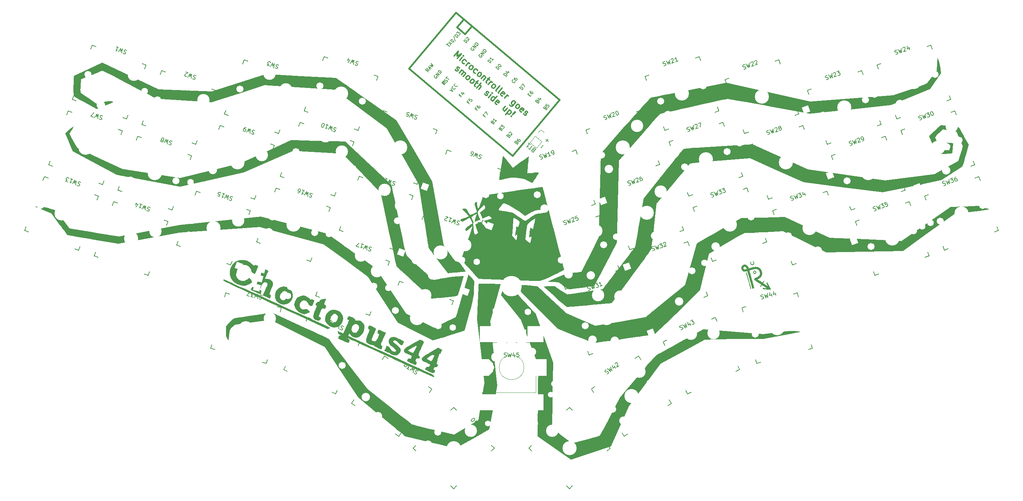
<source format=gto>
G04 #@! TF.GenerationSoftware,KiCad,Pcbnew,(6.0.0)*
G04 #@! TF.CreationDate,2023-05-15T23:43:16+03:00*
G04 #@! TF.ProjectId,choctopus44,63686f63-746f-4707-9573-34342e6b6963,2.0*
G04 #@! TF.SameCoordinates,Original*
G04 #@! TF.FileFunction,Legend,Top*
G04 #@! TF.FilePolarity,Positive*
%FSLAX46Y46*%
G04 Gerber Fmt 4.6, Leading zero omitted, Abs format (unit mm)*
G04 Created by KiCad (PCBNEW (6.0.0)) date 2023-05-15 23:43:16*
%MOMM*%
%LPD*%
G01*
G04 APERTURE LIST*
G04 Aperture macros list*
%AMHorizOval*
0 Thick line with rounded ends*
0 $1 width*
0 $2 $3 position (X,Y) of the first rounded end (center of the circle)*
0 $4 $5 position (X,Y) of the second rounded end (center of the circle)*
0 Add line between two ends*
20,1,$1,$2,$3,$4,$5,0*
0 Add two circle primitives to create the rounded ends*
1,1,$1,$2,$3*
1,1,$1,$4,$5*%
%AMRotRect*
0 Rectangle, with rotation*
0 The origin of the aperture is its center*
0 $1 length*
0 $2 width*
0 $3 Rotation angle, in degrees counterclockwise*
0 Add horizontal line*
21,1,$1,$2,0,0,$3*%
%AMOutline5P*
0 Free polygon, 5 corners , with rotation*
0 The origin of the aperture is its center*
0 number of corners: always 5*
0 $1 to $10 corner X, Y*
0 $11 Rotation angle, in degrees counterclockwise*
0 create outline with 5 corners*
4,1,5,$1,$2,$3,$4,$5,$6,$7,$8,$9,$10,$1,$2,$11*%
%AMOutline6P*
0 Free polygon, 6 corners , with rotation*
0 The origin of the aperture is its center*
0 number of corners: always 6*
0 $1 to $12 corner X, Y*
0 $13 Rotation angle, in degrees counterclockwise*
0 create outline with 6 corners*
4,1,6,$1,$2,$3,$4,$5,$6,$7,$8,$9,$10,$11,$12,$1,$2,$13*%
%AMOutline7P*
0 Free polygon, 7 corners , with rotation*
0 The origin of the aperture is its center*
0 number of corners: always 7*
0 $1 to $14 corner X, Y*
0 $15 Rotation angle, in degrees counterclockwise*
0 create outline with 7 corners*
4,1,7,$1,$2,$3,$4,$5,$6,$7,$8,$9,$10,$11,$12,$13,$14,$1,$2,$15*%
%AMOutline8P*
0 Free polygon, 8 corners , with rotation*
0 The origin of the aperture is its center*
0 number of corners: always 8*
0 $1 to $16 corner X, Y*
0 $17 Rotation angle, in degrees counterclockwise*
0 create outline with 8 corners*
4,1,8,$1,$2,$3,$4,$5,$6,$7,$8,$9,$10,$11,$12,$13,$14,$15,$16,$1,$2,$17*%
G04 Aperture macros list end*
%ADD10C,0.150000*%
%ADD11C,0.300000*%
%ADD12C,0.120000*%
%ADD13C,0.381000*%
%ADD14RotRect,1.600000X1.600000X250.000000*%
%ADD15C,1.600000*%
%ADD16RotRect,1.600000X1.600000X290.000000*%
%ADD17RotRect,1.600000X1.600000X165.000000*%
%ADD18RotRect,1.600000X1.600000X15.000000*%
%ADD19R,1.600000X1.600000*%
%ADD20RotRect,1.752600X1.752600X320.000000*%
%ADD21C,1.752600*%
%ADD22C,5.000000*%
%ADD23C,1.701800*%
%ADD24C,3.000000*%
%ADD25C,3.429000*%
%ADD26C,2.032000*%
%ADD27C,1.350000*%
%ADD28HorizOval,1.350000X0.000000X0.000000X0.000000X0.000000X0*%
%ADD29Outline6P,-2.000000X2.000000X2.000000X2.000000X2.000000X-1.000000X1.000000X-2.000000X-1.000000X-2.000000X-2.000000X-1.000000X90.000000*%
%ADD30Outline6P,-2.000000X1.000000X-1.000000X2.000000X1.000000X2.000000X2.000000X1.000000X2.000000X-2.000000X-2.000000X-2.000000X90.000000*%
%ADD31R,4.000000X4.000000*%
%ADD32C,3.987800*%
%ADD33O,1.600000X2.200000*%
%ADD34R,2.000000X3.500000*%
%ADD35C,2.286000*%
%ADD36C,2.000000*%
%ADD37C,0.900000*%
%ADD38C,1.400000*%
%ADD39HorizOval,1.400000X0.000000X0.000000X0.000000X0.000000X0*%
%ADD40O,1.400000X1.400000*%
%ADD41HorizOval,1.400000X0.000000X0.000000X0.000000X0.000000X0*%
%ADD42HorizOval,1.400000X0.000000X0.000000X0.000000X0.000000X0*%
G04 APERTURE END LIST*
D10*
X153576130Y-73915814D02*
X153086387Y-74499467D01*
X153623085Y-74452512D02*
X153039433Y-73962769D01*
X152375729Y-75415746D02*
X151885986Y-75999399D01*
X150347835Y-74463331D02*
X150931488Y-74953074D01*
X150394790Y-75000029D02*
X150884533Y-74416377D01*
D11*
X130694629Y-53640499D02*
X131658811Y-52491432D01*
X131353132Y-53633588D01*
X132424855Y-53134220D01*
X131460674Y-54283287D01*
X132007849Y-54742421D02*
X132650636Y-53976376D01*
X132972030Y-53593354D02*
X132871399Y-53602158D01*
X132880203Y-53702789D01*
X132980834Y-53693985D01*
X132972030Y-53593354D01*
X132880203Y-53702789D01*
X133093394Y-55560058D02*
X132938045Y-55522948D01*
X132719176Y-55339295D01*
X132655654Y-55192751D01*
X132646850Y-55092120D01*
X132683959Y-54936771D01*
X132959440Y-54608467D01*
X133105984Y-54544945D01*
X133206615Y-54536141D01*
X133361963Y-54573250D01*
X133580833Y-54756904D01*
X133644354Y-54903448D01*
X133539937Y-56027996D02*
X134182725Y-55261951D01*
X133999071Y-55480821D02*
X134145616Y-55417300D01*
X134246247Y-55408496D01*
X134401595Y-55445605D01*
X134511030Y-55537432D01*
X134415417Y-56762610D02*
X134351895Y-56616066D01*
X134343091Y-56515435D01*
X134380201Y-56360087D01*
X134655681Y-56031782D01*
X134802225Y-55968261D01*
X134902856Y-55959457D01*
X135058204Y-55996566D01*
X135222357Y-56134306D01*
X135285878Y-56280850D01*
X135294682Y-56381481D01*
X135257573Y-56536830D01*
X134982093Y-56865134D01*
X134835548Y-56928656D01*
X134734917Y-56937460D01*
X134579569Y-56900351D01*
X134415417Y-56762610D01*
X135829267Y-57855728D02*
X135673918Y-57818619D01*
X135455049Y-57634965D01*
X135391527Y-57488421D01*
X135382723Y-57387790D01*
X135419832Y-57232441D01*
X135695313Y-56904137D01*
X135841857Y-56840615D01*
X135942488Y-56831811D01*
X136097836Y-56868920D01*
X136316706Y-57052574D01*
X136380227Y-57199118D01*
X136439963Y-58461406D02*
X136376441Y-58314862D01*
X136367637Y-58214231D01*
X136404747Y-58058883D01*
X136680227Y-57730578D01*
X136826771Y-57667056D01*
X136927402Y-57658252D01*
X137082750Y-57695362D01*
X137246903Y-57833102D01*
X137310424Y-57979646D01*
X137319228Y-58080277D01*
X137282119Y-58235625D01*
X137006639Y-58563930D01*
X136860094Y-58627452D01*
X136759464Y-58636256D01*
X136604115Y-58599146D01*
X136439963Y-58461406D01*
X137958230Y-58429976D02*
X137315442Y-59196021D01*
X137866403Y-58539411D02*
X137967034Y-58530607D01*
X138122382Y-58567716D01*
X138286535Y-58705457D01*
X138350056Y-58852001D01*
X138312947Y-59007349D01*
X137807899Y-59609241D01*
X138833709Y-59164591D02*
X139271449Y-59531898D01*
X139319255Y-58919308D02*
X138492814Y-59904223D01*
X138455705Y-60059571D01*
X138519226Y-60206115D01*
X138628661Y-60297942D01*
X139011683Y-60619336D02*
X139654471Y-59853292D01*
X139470817Y-60072161D02*
X139617362Y-60008640D01*
X139717993Y-59999836D01*
X139873341Y-60036945D01*
X139982776Y-60128772D01*
X139887163Y-61353950D02*
X139823641Y-61207406D01*
X139814837Y-61106775D01*
X139851947Y-60951427D01*
X140127427Y-60623122D01*
X140273971Y-60559601D01*
X140374602Y-60550797D01*
X140529950Y-60587906D01*
X140694103Y-60725646D01*
X140757624Y-60872190D01*
X140766428Y-60972821D01*
X140729319Y-61128170D01*
X140453839Y-61456474D01*
X140307294Y-61519996D01*
X140206663Y-61528800D01*
X140051315Y-61491691D01*
X139887163Y-61353950D01*
X140926795Y-62226305D02*
X140863273Y-62079761D01*
X140900382Y-61924412D01*
X141726824Y-60939498D01*
X141528687Y-62731352D02*
X141465165Y-62584808D01*
X141502274Y-62429460D01*
X142328716Y-61444546D01*
X142450079Y-63411249D02*
X142294731Y-63374140D01*
X142075861Y-63190486D01*
X142012340Y-63043942D01*
X142049449Y-62888594D01*
X142416756Y-62450854D01*
X142563300Y-62387333D01*
X142718649Y-62424442D01*
X142937519Y-62608096D01*
X143001040Y-62754640D01*
X142963931Y-62909988D01*
X142872104Y-63019423D01*
X142233103Y-62669724D01*
X142951341Y-63925101D02*
X143594128Y-63159056D01*
X143410475Y-63377926D02*
X143557019Y-63314405D01*
X143657650Y-63305601D01*
X143812998Y-63342710D01*
X143922433Y-63434537D01*
X145673392Y-64903766D02*
X144892864Y-65833962D01*
X144746320Y-65897484D01*
X144645689Y-65906288D01*
X144490340Y-65869179D01*
X144326188Y-65731438D01*
X144262667Y-65584894D01*
X145076517Y-65615093D02*
X144921169Y-65577983D01*
X144702299Y-65394330D01*
X144638778Y-65247785D01*
X144629974Y-65147155D01*
X144667083Y-64991806D01*
X144942563Y-64663501D01*
X145089108Y-64599980D01*
X145189739Y-64591176D01*
X145345087Y-64628285D01*
X145563957Y-64811939D01*
X145627478Y-64958483D01*
X145741931Y-66266684D02*
X145678410Y-66120140D01*
X145669605Y-66019509D01*
X145706715Y-65864161D01*
X145982195Y-65535856D01*
X146128739Y-65472335D01*
X146229370Y-65463530D01*
X146384719Y-65500640D01*
X146548871Y-65638380D01*
X146612393Y-65784924D01*
X146621197Y-65885555D01*
X146584087Y-66040903D01*
X146308607Y-66369208D01*
X146162063Y-66432730D01*
X146061432Y-66441534D01*
X145906083Y-66404424D01*
X145741931Y-66266684D01*
X147101063Y-67313888D02*
X146945715Y-67276779D01*
X146726845Y-67093125D01*
X146663324Y-66946581D01*
X146700433Y-66791233D01*
X147067740Y-66353493D01*
X147214285Y-66289972D01*
X147369633Y-66327081D01*
X147588503Y-66510735D01*
X147652024Y-66657279D01*
X147614915Y-66812627D01*
X147523088Y-66922062D01*
X146884087Y-66572363D01*
X147593521Y-67727109D02*
X147657042Y-67873653D01*
X147875912Y-68057307D01*
X148031260Y-68094416D01*
X148177805Y-68030895D01*
X148223718Y-67976177D01*
X148260827Y-67820829D01*
X148197306Y-67674285D01*
X148033153Y-67536544D01*
X147969632Y-67390000D01*
X148006741Y-67234652D01*
X148052655Y-67179934D01*
X148199199Y-67116413D01*
X148354547Y-67153522D01*
X148518700Y-67291262D01*
X148582221Y-67437807D01*
X130993887Y-56950921D02*
X131057409Y-57097465D01*
X131276278Y-57281119D01*
X131431627Y-57318228D01*
X131578171Y-57254707D01*
X131624084Y-57199989D01*
X131661194Y-57044641D01*
X131597672Y-56898096D01*
X131433520Y-56760356D01*
X131369998Y-56613812D01*
X131407108Y-56458464D01*
X131453021Y-56403746D01*
X131599565Y-56340225D01*
X131754914Y-56377334D01*
X131919066Y-56515074D01*
X131982588Y-56661619D01*
X131932888Y-57832079D02*
X132575676Y-57066035D01*
X132483849Y-57175470D02*
X132584480Y-57166666D01*
X132739828Y-57203775D01*
X132903980Y-57341515D01*
X132967502Y-57488060D01*
X132930392Y-57643408D01*
X132425345Y-58245300D01*
X132930392Y-57643408D02*
X133076937Y-57579887D01*
X133232285Y-57616996D01*
X133396437Y-57754736D01*
X133459959Y-57901280D01*
X133422850Y-58056629D01*
X132917802Y-58658521D01*
X133629129Y-59255395D02*
X133565608Y-59108851D01*
X133556804Y-59008220D01*
X133593913Y-58852871D01*
X133869393Y-58524567D01*
X134015938Y-58461045D01*
X134116569Y-58452241D01*
X134271917Y-58489350D01*
X134436069Y-58627091D01*
X134499591Y-58773635D01*
X134508395Y-58874266D01*
X134471285Y-59029614D01*
X134195805Y-59357919D01*
X134049261Y-59421440D01*
X133948630Y-59430244D01*
X133793282Y-59393135D01*
X133629129Y-59255395D01*
X134668761Y-60127750D02*
X134605239Y-59981205D01*
X134596435Y-59880574D01*
X134633545Y-59725226D01*
X134909025Y-59396921D01*
X135055569Y-59333400D01*
X135156200Y-59324596D01*
X135311549Y-59361705D01*
X135475701Y-59499445D01*
X135539222Y-59645990D01*
X135548027Y-59746620D01*
X135510917Y-59901969D01*
X135235437Y-60230273D01*
X135088893Y-60293795D01*
X134988262Y-60302599D01*
X134832913Y-60265490D01*
X134668761Y-60127750D01*
X136022876Y-59958579D02*
X136460615Y-60325887D01*
X136508422Y-59713297D02*
X135681981Y-60698212D01*
X135644871Y-60853560D01*
X135708393Y-61000104D01*
X135817828Y-61091931D01*
X136200850Y-61413325D02*
X137165031Y-60264258D01*
X136693307Y-61826545D02*
X137198354Y-61224653D01*
X137235464Y-61069305D01*
X137171942Y-60922761D01*
X137007790Y-60785021D01*
X136852442Y-60747911D01*
X136751811Y-60756715D01*
X138107157Y-62919663D02*
X138170678Y-63066207D01*
X138389548Y-63249861D01*
X138544897Y-63286970D01*
X138691441Y-63223449D01*
X138737354Y-63168731D01*
X138774464Y-63013383D01*
X138710942Y-62866839D01*
X138546790Y-62729098D01*
X138483268Y-62582554D01*
X138520378Y-62427206D01*
X138566291Y-62372488D01*
X138712835Y-62308967D01*
X138868183Y-62346076D01*
X139032336Y-62483816D01*
X139095857Y-62630361D01*
X139046158Y-63800822D02*
X139688945Y-63034777D01*
X140010339Y-62651755D02*
X139909708Y-62660559D01*
X139918512Y-62761190D01*
X140019143Y-62752386D01*
X140010339Y-62651755D01*
X139918512Y-62761190D01*
X140085790Y-64673176D02*
X141049971Y-63524110D01*
X140131703Y-64618459D02*
X139976355Y-64581349D01*
X139757485Y-64397696D01*
X139693963Y-64251152D01*
X139685159Y-64150521D01*
X139722269Y-63995172D01*
X139997749Y-63666868D01*
X140144293Y-63603346D01*
X140244924Y-63594542D01*
X140400272Y-63631651D01*
X140619142Y-63815305D01*
X140682664Y-63961849D01*
X141116617Y-65444900D02*
X140961269Y-65407791D01*
X140742399Y-65224137D01*
X140678878Y-65077593D01*
X140715987Y-64922244D01*
X141083294Y-64484505D01*
X141229838Y-64420983D01*
X141385187Y-64458093D01*
X141604056Y-64641746D01*
X141667578Y-64788290D01*
X141630469Y-64943639D01*
X141538642Y-65053074D01*
X140899640Y-64703375D01*
X143628603Y-66340542D02*
X142985815Y-67106586D01*
X143136145Y-65927321D02*
X142631098Y-66529213D01*
X142593989Y-66684562D01*
X142657510Y-66831106D01*
X142821663Y-66968846D01*
X142977011Y-67005956D01*
X143077642Y-66997152D01*
X144175777Y-66799676D02*
X143211596Y-67948743D01*
X144129864Y-66854393D02*
X144285212Y-66891503D01*
X144504082Y-67075156D01*
X144567603Y-67221701D01*
X144576407Y-67322332D01*
X144539298Y-67477680D01*
X144263818Y-67805985D01*
X144117273Y-67869506D01*
X144016643Y-67878310D01*
X143861294Y-67841201D01*
X143642424Y-67657547D01*
X143578903Y-67511003D01*
X144664448Y-68328640D02*
X144673252Y-68429271D01*
X144572621Y-68438075D01*
X144563817Y-68337444D01*
X144664448Y-68328640D01*
X144572621Y-68438075D01*
X144939928Y-68000335D02*
X145436172Y-67297812D01*
X145536803Y-67289008D01*
X145545607Y-67389639D01*
X144939928Y-68000335D01*
X145536803Y-67289008D01*
D10*
X83985187Y-112037154D02*
X83859523Y-111954183D01*
X83629540Y-111892560D01*
X83525223Y-111913907D01*
X83466902Y-111947578D01*
X83396256Y-112027247D01*
X83371606Y-112119239D01*
X83392953Y-112223557D01*
X83426625Y-112281878D01*
X83506293Y-112352524D01*
X83677954Y-112447820D01*
X83757623Y-112518465D01*
X83791294Y-112576787D01*
X83812641Y-112681104D01*
X83787992Y-112773097D01*
X83717346Y-112852765D01*
X83659025Y-112886437D01*
X83554707Y-112907784D01*
X83324725Y-112846161D01*
X83199060Y-112763190D01*
X82864760Y-112722913D02*
X82893597Y-111695364D01*
X82524740Y-112336012D01*
X82525625Y-111596766D01*
X82036824Y-112501069D01*
X81760845Y-112427120D02*
X81162891Y-112266899D01*
X81583464Y-111985200D01*
X81445474Y-111948226D01*
X81365806Y-111877580D01*
X81332134Y-111819259D01*
X81310787Y-111714941D01*
X81372411Y-111484959D01*
X81443057Y-111405291D01*
X81501378Y-111371619D01*
X81605696Y-111350272D01*
X81881675Y-111424220D01*
X81961343Y-111494866D01*
X81995015Y-111553187D01*
X80840916Y-112180626D02*
X80196965Y-112008080D01*
X80869752Y-111153077D01*
X103757093Y-119581817D02*
X103647745Y-119478286D01*
X103431957Y-119377662D01*
X103325518Y-119380571D01*
X103262235Y-119403603D01*
X103178829Y-119469794D01*
X103138579Y-119556109D01*
X103141487Y-119662549D01*
X103164520Y-119725831D01*
X103230711Y-119809238D01*
X103383216Y-119932894D01*
X103449406Y-120016301D01*
X103472439Y-120079583D01*
X103475347Y-120186023D01*
X103435098Y-120272338D01*
X103351691Y-120338528D01*
X103288409Y-120361561D01*
X103181969Y-120364469D01*
X102966182Y-120263846D01*
X102856834Y-120160314D01*
X102534606Y-120062599D02*
X102741437Y-119055668D01*
X102266937Y-119622532D01*
X102396177Y-118894670D01*
X101757771Y-119700355D01*
X101498826Y-119579607D02*
X100937778Y-119317986D01*
X101400878Y-119113598D01*
X101271406Y-119053224D01*
X101205216Y-118969817D01*
X101182183Y-118906535D01*
X101179275Y-118800096D01*
X101279898Y-118584308D01*
X101363305Y-118518118D01*
X101426587Y-118495085D01*
X101533027Y-118492177D01*
X101791972Y-118612925D01*
X101858162Y-118696332D01*
X101881195Y-118759614D01*
X100601010Y-118688072D02*
X100667201Y-118771479D01*
X100690234Y-118834761D01*
X100693142Y-118941201D01*
X100673017Y-118984358D01*
X100589610Y-119050549D01*
X100526328Y-119073581D01*
X100419888Y-119076490D01*
X100247258Y-118995991D01*
X100181068Y-118912584D01*
X100158035Y-118849302D01*
X100155127Y-118742862D01*
X100175252Y-118699705D01*
X100258658Y-118633514D01*
X100321941Y-118610481D01*
X100428380Y-118607573D01*
X100601010Y-118688072D01*
X100707450Y-118685164D01*
X100770732Y-118662131D01*
X100854139Y-118595941D01*
X100934638Y-118423311D01*
X100931730Y-118316871D01*
X100908697Y-118253589D01*
X100842507Y-118170182D01*
X100669876Y-118089683D01*
X100563437Y-118092591D01*
X100500155Y-118115624D01*
X100416748Y-118181814D01*
X100336249Y-118354444D01*
X100339157Y-118460884D01*
X100362190Y-118524166D01*
X100428380Y-118607573D01*
X121933188Y-130452981D02*
X121843479Y-130332034D01*
X121648443Y-130195469D01*
X121543115Y-130179850D01*
X121476795Y-130191544D01*
X121383161Y-130242245D01*
X121328535Y-130320259D01*
X121312916Y-130425587D01*
X121324610Y-130491907D01*
X121375311Y-130585541D01*
X121504027Y-130733801D01*
X121554728Y-130827434D01*
X121566422Y-130893755D01*
X121550803Y-130999083D01*
X121496177Y-131077097D01*
X121402543Y-131127798D01*
X121336223Y-131139492D01*
X121230895Y-131123873D01*
X121035859Y-130987308D01*
X120946151Y-130866361D01*
X120645787Y-130714176D02*
X121024327Y-129758458D01*
X120458601Y-130234314D01*
X120712269Y-129539953D01*
X119943656Y-130222539D01*
X119709613Y-130058660D02*
X119202519Y-129703589D01*
X119694075Y-129582723D01*
X119577053Y-129500784D01*
X119526352Y-129407150D01*
X119514658Y-129340830D01*
X119530277Y-129235502D01*
X119666843Y-129040466D01*
X119760476Y-128989764D01*
X119826797Y-128978070D01*
X119932124Y-128993689D01*
X120166168Y-129157568D01*
X120216869Y-129251202D01*
X120228563Y-129317522D01*
X119386023Y-128611305D02*
X119229994Y-128502052D01*
X119124666Y-128486433D01*
X119058346Y-128498127D01*
X118898392Y-128560523D01*
X118750132Y-128689239D01*
X118531627Y-129001297D01*
X118516008Y-129106624D01*
X118527702Y-129172945D01*
X118578403Y-129266578D01*
X118734432Y-129375831D01*
X118839760Y-129391450D01*
X118906080Y-129379756D01*
X118999714Y-129329055D01*
X119136279Y-129134018D01*
X119151898Y-129028691D01*
X119140204Y-128962370D01*
X119089503Y-128868737D01*
X118933474Y-128759484D01*
X118828146Y-128743865D01*
X118761826Y-128755559D01*
X118668192Y-128806260D01*
X167843969Y-131117167D02*
X167988304Y-131074235D01*
X168183340Y-130937669D01*
X168234042Y-130844036D01*
X168245736Y-130777715D01*
X168230117Y-130672388D01*
X168175490Y-130594373D01*
X168081857Y-130543672D01*
X168015536Y-130531978D01*
X167910209Y-130547597D01*
X167726867Y-130617842D01*
X167621539Y-130633461D01*
X167555219Y-130621767D01*
X167461585Y-130571066D01*
X167406959Y-130493051D01*
X167391340Y-130387724D01*
X167403034Y-130321403D01*
X167453735Y-130227770D01*
X167648771Y-130091204D01*
X167793106Y-130048272D01*
X168038844Y-129818072D02*
X168807456Y-130500659D01*
X168553788Y-129806297D01*
X169119514Y-130282153D01*
X168740974Y-129326435D01*
X169595289Y-129135162D02*
X169977673Y-129681264D01*
X169181748Y-128959670D02*
X169396409Y-129681345D01*
X169903503Y-129326273D01*
X169848796Y-128666994D02*
X169860490Y-128600674D01*
X169911191Y-128507040D01*
X170106227Y-128370475D01*
X170211555Y-128354856D01*
X170277875Y-128366550D01*
X170371509Y-128417251D01*
X170426135Y-128495265D01*
X170469067Y-128639600D01*
X170328739Y-129435445D01*
X170835833Y-129080374D01*
X185903930Y-120316027D02*
X186053527Y-120298811D01*
X186269315Y-120198187D01*
X186335505Y-120114780D01*
X186358538Y-120051498D01*
X186361446Y-119945058D01*
X186321197Y-119858743D01*
X186237790Y-119792553D01*
X186174507Y-119769520D01*
X186068068Y-119766612D01*
X185875313Y-119803953D01*
X185768873Y-119801045D01*
X185705591Y-119778012D01*
X185622184Y-119711822D01*
X185581935Y-119625507D01*
X185584843Y-119519067D01*
X185607876Y-119455785D01*
X185674066Y-119372378D01*
X185889854Y-119271755D01*
X186039451Y-119254538D01*
X186321429Y-119070508D02*
X186959835Y-119876192D01*
X186830595Y-119148331D01*
X187305095Y-119715195D01*
X187098264Y-118708264D01*
X187972815Y-118668247D02*
X188254560Y-119272452D01*
X187596030Y-118423610D02*
X187682112Y-119171596D01*
X188243160Y-118909975D01*
X188220360Y-118185022D02*
X188781407Y-117923401D01*
X188640302Y-118409534D01*
X188769775Y-118349160D01*
X188876214Y-118352068D01*
X188939496Y-118375101D01*
X189022903Y-118441291D01*
X189123527Y-118657079D01*
X189120619Y-118763519D01*
X189097586Y-118826801D01*
X189031395Y-118910208D01*
X188772450Y-119030956D01*
X188666011Y-119028048D01*
X188602728Y-119005015D01*
X151926139Y-144884878D02*
X152060826Y-144817534D01*
X152229185Y-144649176D01*
X152262856Y-144548160D01*
X152262856Y-144480817D01*
X152229185Y-144379802D01*
X152161841Y-144312458D01*
X152060826Y-144278786D01*
X151993482Y-144278786D01*
X151892467Y-144312458D01*
X151724108Y-144413473D01*
X151623093Y-144447145D01*
X151555750Y-144447145D01*
X151454734Y-144413473D01*
X151387391Y-144346130D01*
X151353719Y-144245115D01*
X151353719Y-144177771D01*
X151387391Y-144076756D01*
X151555750Y-143908397D01*
X151690437Y-143841054D01*
X151892467Y-143571680D02*
X152767933Y-144110428D01*
X152397543Y-143470664D01*
X153037307Y-143841054D01*
X152498559Y-142965588D01*
X153306681Y-142628871D02*
X153778085Y-143100275D01*
X152868948Y-142527855D02*
X153205665Y-143201290D01*
X153643398Y-142763558D01*
X154518864Y-142359497D02*
X154114803Y-142763558D01*
X154316833Y-142561527D02*
X153609726Y-141854420D01*
X153643398Y-142022779D01*
X153643398Y-142157466D01*
X153609726Y-142258481D01*
X205546586Y-112819333D02*
X205696900Y-112828355D01*
X205926882Y-112766731D01*
X206006550Y-112696086D01*
X206040222Y-112637764D01*
X206061569Y-112533447D01*
X206036920Y-112441454D01*
X205966274Y-112361786D01*
X205907953Y-112328114D01*
X205803635Y-112306767D01*
X205607325Y-112310069D01*
X205503007Y-112288722D01*
X205444686Y-112255050D01*
X205374040Y-112175382D01*
X205349390Y-112083389D01*
X205370737Y-111979072D01*
X205404409Y-111920750D01*
X205484077Y-111850104D01*
X205714060Y-111788481D01*
X205864374Y-111797503D01*
X206174024Y-111665234D02*
X206662826Y-112569536D01*
X206661941Y-111830290D01*
X207030797Y-112470938D01*
X207001961Y-111443389D01*
X207870174Y-111555844D02*
X208042720Y-112199794D01*
X207541594Y-111249496D02*
X207496482Y-112001066D01*
X208094436Y-111840845D01*
X208790103Y-111309350D02*
X208962649Y-111953300D01*
X208461523Y-111003001D02*
X208416411Y-111754572D01*
X209014366Y-111594351D01*
X137965534Y-144311957D02*
X137898190Y-144177270D01*
X137729832Y-144008911D01*
X137628816Y-143975240D01*
X137561473Y-143975240D01*
X137460458Y-144008911D01*
X137393114Y-144076255D01*
X137359442Y-144177270D01*
X137359442Y-144244614D01*
X137393114Y-144345629D01*
X137494129Y-144513988D01*
X137527801Y-144615003D01*
X137527801Y-144682346D01*
X137494129Y-144783362D01*
X137426786Y-144850705D01*
X137325771Y-144884377D01*
X137258427Y-144884377D01*
X137157412Y-144850705D01*
X136989053Y-144682346D01*
X136921710Y-144547659D01*
X136652336Y-144345629D02*
X137191084Y-143470163D01*
X136551320Y-143840553D01*
X136921710Y-143200789D01*
X136046244Y-143739537D01*
X135709527Y-142931415D02*
X136180931Y-142460011D01*
X135608511Y-143369148D02*
X136281946Y-143032431D01*
X135844214Y-142594698D01*
X134968748Y-142662041D02*
X134901405Y-142594698D01*
X134867733Y-142493683D01*
X134867733Y-142426339D01*
X134901405Y-142325324D01*
X135002420Y-142156965D01*
X135170779Y-141988606D01*
X135339137Y-141887591D01*
X135440153Y-141853919D01*
X135507496Y-141853919D01*
X135608511Y-141887591D01*
X135675855Y-141954935D01*
X135709527Y-142055950D01*
X135709527Y-142123293D01*
X135675855Y-142224309D01*
X135574840Y-142392667D01*
X135406481Y-142561026D01*
X135238122Y-142662041D01*
X135137107Y-142695713D01*
X135069763Y-142695713D01*
X134968748Y-142662041D01*
X149941553Y-76513250D02*
X149862727Y-76384945D01*
X149856858Y-76317858D01*
X149881597Y-76214292D01*
X149973424Y-76104858D01*
X150071120Y-76062510D01*
X150138208Y-76056640D01*
X150241773Y-76081380D01*
X150533600Y-76326252D01*
X149890812Y-77092296D01*
X149635464Y-76878033D01*
X149593116Y-76780337D01*
X149587247Y-76713250D01*
X149611986Y-76609684D01*
X149673204Y-76536728D01*
X149770900Y-76494380D01*
X149837988Y-76488511D01*
X149941553Y-76513250D01*
X150196901Y-76727513D01*
X149234202Y-76541335D02*
X148796463Y-76174028D01*
X149658120Y-75591637D02*
X149015333Y-76357682D01*
X148782641Y-74857023D02*
X149220381Y-75224330D01*
X149001511Y-75040676D02*
X148358723Y-75806721D01*
X148523507Y-75758504D01*
X148657681Y-75746765D01*
X148761247Y-75771505D01*
X96197206Y-87248891D02*
X96079251Y-87155284D01*
X95855515Y-87073851D01*
X95749734Y-87086025D01*
X95688700Y-87114485D01*
X95611379Y-87187693D01*
X95578806Y-87277188D01*
X95590980Y-87382969D01*
X95619440Y-87444003D01*
X95692648Y-87521323D01*
X95855351Y-87631217D01*
X95928558Y-87708538D01*
X95957019Y-87769572D01*
X95969193Y-87875353D01*
X95936620Y-87964848D01*
X95859299Y-88038055D01*
X95798265Y-88066516D01*
X95692484Y-88078690D01*
X95468748Y-87997257D01*
X95350792Y-87903649D01*
X95021275Y-87834390D02*
X95139559Y-86813264D01*
X94716269Y-87419326D01*
X94781581Y-86682970D01*
X94215824Y-87541230D01*
X93707646Y-86292090D02*
X94244613Y-86487530D01*
X93976130Y-86389810D02*
X93634110Y-87329503D01*
X93772464Y-87227835D01*
X93894532Y-87170913D01*
X94000313Y-87158739D01*
X92560175Y-86938623D02*
X92739164Y-87003770D01*
X92844945Y-86991596D01*
X92905979Y-86963135D01*
X93044334Y-86861467D01*
X93154228Y-86698764D01*
X93284521Y-86340786D01*
X93272347Y-86235005D01*
X93243887Y-86173971D01*
X93170679Y-86096650D01*
X92991690Y-86031504D01*
X92885909Y-86043677D01*
X92824875Y-86072138D01*
X92747554Y-86145346D01*
X92666121Y-86369082D01*
X92678295Y-86474863D01*
X92706755Y-86535897D01*
X92779963Y-86613218D01*
X92958952Y-86678365D01*
X93064733Y-86666191D01*
X93125767Y-86637730D01*
X93203088Y-86564522D01*
X62025253Y-74487477D02*
X61907298Y-74393869D01*
X61683561Y-74312436D01*
X61577780Y-74324610D01*
X61516746Y-74353070D01*
X61439425Y-74426278D01*
X61406852Y-74515773D01*
X61419026Y-74621554D01*
X61447487Y-74682588D01*
X61520695Y-74759909D01*
X61683397Y-74869803D01*
X61756605Y-74947123D01*
X61785065Y-75008157D01*
X61797239Y-75113938D01*
X61764666Y-75203433D01*
X61687345Y-75276641D01*
X61626311Y-75305101D01*
X61520530Y-75317275D01*
X61296794Y-75235842D01*
X61178839Y-75142235D01*
X60849321Y-75072975D02*
X60967605Y-74051849D01*
X60544316Y-74657911D01*
X60609627Y-73921556D01*
X60043870Y-74779815D01*
X59698230Y-74197936D02*
X59771438Y-74275257D01*
X59799899Y-74336291D01*
X59812073Y-74442072D01*
X59795786Y-74486819D01*
X59718466Y-74560027D01*
X59657432Y-74588488D01*
X59551650Y-74600662D01*
X59372661Y-74535515D01*
X59299453Y-74458194D01*
X59270993Y-74397160D01*
X59258819Y-74291379D01*
X59275106Y-74246632D01*
X59352426Y-74173424D01*
X59413460Y-74144963D01*
X59519241Y-74132790D01*
X59698230Y-74197936D01*
X59804012Y-74185762D01*
X59865046Y-74157302D01*
X59942366Y-74084094D01*
X60007513Y-73905105D01*
X59995339Y-73799324D01*
X59966878Y-73738290D01*
X59893671Y-73660969D01*
X59714681Y-73595822D01*
X59608900Y-73607996D01*
X59547866Y-73636457D01*
X59470546Y-73709665D01*
X59405399Y-73888654D01*
X59417573Y-73994435D01*
X59446034Y-74055469D01*
X59519241Y-74132790D01*
X249851205Y-85223523D02*
X250001734Y-85219410D01*
X250225470Y-85137977D01*
X250298678Y-85060656D01*
X250327138Y-84999622D01*
X250339312Y-84893841D01*
X250306739Y-84804346D01*
X250229418Y-84731139D01*
X250168384Y-84702678D01*
X250062603Y-84690504D01*
X249867327Y-84710903D01*
X249761546Y-84698730D01*
X249700512Y-84670269D01*
X249623192Y-84597061D01*
X249590618Y-84507567D01*
X249602792Y-84401785D01*
X249631253Y-84340751D01*
X249704461Y-84263431D01*
X249928197Y-84181997D01*
X250078725Y-84177885D01*
X250375670Y-84019131D02*
X250941426Y-84877390D01*
X250876115Y-84141034D01*
X251299404Y-84747097D01*
X251181120Y-83725971D01*
X251449604Y-83628251D02*
X252031319Y-83416524D01*
X251848381Y-83888509D01*
X251982623Y-83839649D01*
X252088404Y-83851823D01*
X252149438Y-83880283D01*
X252226759Y-83953491D01*
X252308192Y-84177227D01*
X252296018Y-84283009D01*
X252267558Y-84344042D01*
X252194350Y-84421363D01*
X251925866Y-84519083D01*
X251820085Y-84506909D01*
X251759051Y-84478449D01*
X252836769Y-83123364D02*
X252657780Y-83188510D01*
X252584572Y-83265831D01*
X252556112Y-83326865D01*
X252515477Y-83493680D01*
X252535877Y-83688956D01*
X252666170Y-84046934D01*
X252743491Y-84120142D01*
X252804525Y-84148602D01*
X252910306Y-84160776D01*
X253089295Y-84095630D01*
X253162503Y-84018309D01*
X253190963Y-83957275D01*
X253203137Y-83851494D01*
X253121704Y-83627758D01*
X253044383Y-83554550D01*
X252983349Y-83526089D01*
X252877568Y-83513915D01*
X252698579Y-83579062D01*
X252625371Y-83656382D01*
X252596911Y-83717416D01*
X252584737Y-83823198D01*
X39743497Y-84469062D02*
X39625542Y-84375455D01*
X39401806Y-84294022D01*
X39296025Y-84306196D01*
X39234991Y-84334656D01*
X39157670Y-84407864D01*
X39125097Y-84497359D01*
X39137271Y-84603140D01*
X39165731Y-84664174D01*
X39238939Y-84741494D01*
X39401642Y-84851388D01*
X39474849Y-84928709D01*
X39503310Y-84989743D01*
X39515484Y-85095524D01*
X39482911Y-85185019D01*
X39405590Y-85258226D01*
X39344556Y-85286687D01*
X39238775Y-85298861D01*
X39015039Y-85217428D01*
X38897083Y-85123820D01*
X38567566Y-85054561D02*
X38685850Y-84033435D01*
X38262560Y-84639497D01*
X38327872Y-83903141D01*
X37762115Y-84761401D01*
X37253937Y-83512261D02*
X37790904Y-83707701D01*
X37522421Y-83609981D02*
X37180401Y-84549674D01*
X37318755Y-84448006D01*
X37440823Y-84391084D01*
X37546604Y-84378910D01*
X36598686Y-84337947D02*
X36016972Y-84126220D01*
X36460496Y-83882249D01*
X36326254Y-83833389D01*
X36253046Y-83756068D01*
X36224586Y-83695034D01*
X36212412Y-83589253D01*
X36293845Y-83365517D01*
X36371166Y-83292309D01*
X36432200Y-83263848D01*
X36537981Y-83251675D01*
X36806464Y-83349395D01*
X36879672Y-83426715D01*
X36908133Y-83487749D01*
X227124370Y-75411382D02*
X227274899Y-75407269D01*
X227498635Y-75325836D01*
X227571843Y-75248515D01*
X227600303Y-75187481D01*
X227612477Y-75081700D01*
X227579904Y-74992205D01*
X227502583Y-74918998D01*
X227441549Y-74890537D01*
X227335768Y-74878363D01*
X227140492Y-74898762D01*
X227034711Y-74886589D01*
X226973677Y-74858128D01*
X226896357Y-74784920D01*
X226863783Y-74695426D01*
X226875957Y-74589644D01*
X226904418Y-74528610D01*
X226977626Y-74451290D01*
X227201362Y-74369856D01*
X227351890Y-74365744D01*
X227648835Y-74206990D02*
X228214591Y-75065249D01*
X228149280Y-74328893D01*
X228572569Y-74934956D01*
X228454285Y-73913830D01*
X228800090Y-73889317D02*
X228828550Y-73828283D01*
X228901758Y-73750963D01*
X229125495Y-73669529D01*
X229231276Y-73681703D01*
X229292310Y-73710164D01*
X229369630Y-73783372D01*
X229402204Y-73872866D01*
X229406316Y-74023395D01*
X229064789Y-74755802D01*
X229646504Y-74544075D01*
X230093976Y-74381209D02*
X230272965Y-74316062D01*
X230346173Y-74238741D01*
X230374634Y-74177707D01*
X230415268Y-74010892D01*
X230394869Y-73815617D01*
X230264576Y-73457638D01*
X230187255Y-73384431D01*
X230126221Y-73355970D01*
X230020440Y-73343796D01*
X229841451Y-73408943D01*
X229768243Y-73486263D01*
X229739782Y-73547297D01*
X229727608Y-73653078D01*
X229809042Y-73876815D01*
X229886362Y-73950023D01*
X229947396Y-73978483D01*
X230053178Y-73990657D01*
X230232167Y-73925511D01*
X230305374Y-73848190D01*
X230333835Y-73787156D01*
X230346009Y-73681375D01*
X207025718Y-72819537D02*
X207176247Y-72815424D01*
X207399983Y-72733991D01*
X207473191Y-72656670D01*
X207501651Y-72595636D01*
X207513825Y-72489855D01*
X207481252Y-72400360D01*
X207403931Y-72327153D01*
X207342897Y-72298692D01*
X207237116Y-72286518D01*
X207041840Y-72306917D01*
X206936059Y-72294744D01*
X206875025Y-72266283D01*
X206797705Y-72193075D01*
X206765131Y-72103581D01*
X206777305Y-71997799D01*
X206805766Y-71936765D01*
X206878974Y-71859445D01*
X207102710Y-71778011D01*
X207253238Y-71773899D01*
X207550183Y-71615145D02*
X208115939Y-72473404D01*
X208050628Y-71737048D01*
X208473917Y-72343111D01*
X208355633Y-71321985D01*
X208701438Y-71297472D02*
X208729898Y-71236438D01*
X208803106Y-71159118D01*
X209026843Y-71077684D01*
X209132624Y-71089858D01*
X209193658Y-71118319D01*
X209270978Y-71191527D01*
X209303552Y-71281021D01*
X209307664Y-71431550D01*
X208966137Y-72163957D01*
X209547852Y-71952230D01*
X209889379Y-71219823D02*
X209783598Y-71207649D01*
X209722564Y-71179189D01*
X209645243Y-71105981D01*
X209628956Y-71061233D01*
X209641130Y-70955452D01*
X209669591Y-70894418D01*
X209742799Y-70817098D01*
X209921788Y-70751951D01*
X210027569Y-70764125D01*
X210088603Y-70792586D01*
X210165924Y-70865793D01*
X210182210Y-70910541D01*
X210170036Y-71016322D01*
X210141576Y-71077356D01*
X210068368Y-71154676D01*
X209889379Y-71219823D01*
X209816171Y-71297144D01*
X209787710Y-71358178D01*
X209775536Y-71463959D01*
X209840683Y-71642948D01*
X209918004Y-71716156D01*
X209979038Y-71744616D01*
X210084819Y-71756790D01*
X210263808Y-71691644D01*
X210337016Y-71614323D01*
X210365476Y-71553289D01*
X210377650Y-71447508D01*
X210312504Y-71268519D01*
X210235183Y-71195311D01*
X210174149Y-71166850D01*
X210068368Y-71154676D01*
X76757035Y-88033272D02*
X76639080Y-87939665D01*
X76415344Y-87858232D01*
X76309563Y-87870406D01*
X76248529Y-87898866D01*
X76171208Y-87972074D01*
X76138635Y-88061569D01*
X76150809Y-88167350D01*
X76179269Y-88228384D01*
X76252477Y-88305704D01*
X76415180Y-88415598D01*
X76488387Y-88492919D01*
X76516848Y-88553953D01*
X76529022Y-88659734D01*
X76496449Y-88749229D01*
X76419128Y-88822436D01*
X76358094Y-88850897D01*
X76252313Y-88863071D01*
X76028577Y-88781638D01*
X75910621Y-88688030D01*
X75581104Y-88618771D02*
X75699388Y-87597645D01*
X75276098Y-88203707D01*
X75341410Y-87467351D01*
X74775653Y-88325611D01*
X74267475Y-87076471D02*
X74804442Y-87271911D01*
X74535959Y-87174191D02*
X74193939Y-88113884D01*
X74332293Y-88012216D01*
X74454361Y-87955294D01*
X74560142Y-87943120D01*
X73075257Y-87706717D02*
X73522730Y-87869584D01*
X73730344Y-87438398D01*
X73669310Y-87466858D01*
X73563528Y-87479032D01*
X73339792Y-87397599D01*
X73266584Y-87320278D01*
X73238124Y-87259244D01*
X73225950Y-87153463D01*
X73307383Y-86929727D01*
X73384704Y-86856519D01*
X73445738Y-86828058D01*
X73551519Y-86815885D01*
X73775255Y-86897318D01*
X73848463Y-86974639D01*
X73876924Y-87035672D01*
X45110368Y-68331421D02*
X44992413Y-68237813D01*
X44768676Y-68156380D01*
X44662895Y-68168554D01*
X44601861Y-68197014D01*
X44524540Y-68270222D01*
X44491967Y-68359717D01*
X44504141Y-68465498D01*
X44532602Y-68526532D01*
X44605810Y-68603853D01*
X44768512Y-68713747D01*
X44841720Y-68791067D01*
X44870180Y-68852101D01*
X44882354Y-68957882D01*
X44849781Y-69047377D01*
X44772460Y-69120585D01*
X44711426Y-69149045D01*
X44605645Y-69161219D01*
X44381909Y-69079786D01*
X44263954Y-68986179D01*
X43934436Y-68916919D02*
X44052720Y-67895793D01*
X43629431Y-68501855D01*
X43694742Y-67765500D01*
X43128985Y-68623759D01*
X42860502Y-68526039D02*
X42234040Y-68298026D01*
X42978786Y-67504913D01*
X173197099Y-85132147D02*
X173347628Y-85128034D01*
X173571364Y-85046601D01*
X173644572Y-84969280D01*
X173673032Y-84908246D01*
X173685206Y-84802465D01*
X173652633Y-84712970D01*
X173575312Y-84639763D01*
X173514278Y-84611302D01*
X173408497Y-84599128D01*
X173213221Y-84619527D01*
X173107440Y-84607354D01*
X173046406Y-84578893D01*
X172969086Y-84505685D01*
X172936512Y-84416191D01*
X172948686Y-84310409D01*
X172977147Y-84249375D01*
X173050355Y-84172055D01*
X173274091Y-84090621D01*
X173424619Y-84086509D01*
X173721564Y-83927755D02*
X174287320Y-84786014D01*
X174222009Y-84049658D01*
X174645298Y-84655721D01*
X174527014Y-83634595D01*
X174872819Y-83610082D02*
X174901279Y-83549048D01*
X174974487Y-83471728D01*
X175198224Y-83390294D01*
X175304005Y-83402468D01*
X175365039Y-83430929D01*
X175442359Y-83504137D01*
X175474933Y-83593631D01*
X175479045Y-83744160D01*
X175137518Y-84476567D01*
X175719233Y-84264840D01*
X176182663Y-83031988D02*
X176003674Y-83097134D01*
X175930466Y-83174455D01*
X175902006Y-83235489D01*
X175861371Y-83402304D01*
X175881771Y-83597580D01*
X176012064Y-83955558D01*
X176089385Y-84028766D01*
X176150419Y-84057226D01*
X176256200Y-84069400D01*
X176435189Y-84004254D01*
X176508397Y-83926933D01*
X176536857Y-83865899D01*
X176549031Y-83760118D01*
X176467598Y-83536382D01*
X176390277Y-83463174D01*
X176329243Y-83434713D01*
X176223462Y-83422539D01*
X176044473Y-83487686D01*
X175971265Y-83565006D01*
X175942805Y-83626040D01*
X175930631Y-83731822D01*
X238222520Y-53273974D02*
X238373049Y-53269861D01*
X238596785Y-53188428D01*
X238669993Y-53111107D01*
X238698453Y-53050073D01*
X238710627Y-52944292D01*
X238678054Y-52854797D01*
X238600733Y-52781590D01*
X238539699Y-52753129D01*
X238433918Y-52740955D01*
X238238642Y-52761354D01*
X238132861Y-52749181D01*
X238071827Y-52720720D01*
X237994507Y-52647512D01*
X237961933Y-52558018D01*
X237974107Y-52452236D01*
X238002568Y-52391202D01*
X238075776Y-52313882D01*
X238299512Y-52232448D01*
X238450040Y-52228336D01*
X238746985Y-52069582D02*
X239312741Y-52927841D01*
X239247430Y-52191485D01*
X239670719Y-52797548D01*
X239552435Y-51776422D01*
X239898240Y-51751909D02*
X239926700Y-51690875D01*
X239999908Y-51613555D01*
X240223645Y-51532121D01*
X240329426Y-51544295D01*
X240390460Y-51572756D01*
X240467780Y-51645964D01*
X240500354Y-51735458D01*
X240504466Y-51885987D01*
X240162939Y-52618394D01*
X240744654Y-52406667D01*
X241322091Y-51487046D02*
X241550105Y-52113507D01*
X240968061Y-51210501D02*
X240988625Y-51963143D01*
X241570340Y-51751416D01*
X157543904Y-94754044D02*
X157694433Y-94749931D01*
X157918169Y-94668498D01*
X157991377Y-94591177D01*
X158019837Y-94530143D01*
X158032011Y-94424362D01*
X157999438Y-94334867D01*
X157922117Y-94261660D01*
X157861083Y-94233199D01*
X157755302Y-94221025D01*
X157560026Y-94241424D01*
X157454245Y-94229251D01*
X157393211Y-94200790D01*
X157315891Y-94127582D01*
X157283317Y-94038088D01*
X157295491Y-93932306D01*
X157323952Y-93871272D01*
X157397160Y-93793952D01*
X157620896Y-93712518D01*
X157771424Y-93708406D01*
X158068369Y-93549652D02*
X158634125Y-94407911D01*
X158568814Y-93671555D01*
X158992103Y-94277618D01*
X158873819Y-93256492D01*
X159219624Y-93231979D02*
X159248084Y-93170945D01*
X159321292Y-93093625D01*
X159545029Y-93012191D01*
X159650810Y-93024365D01*
X159711844Y-93052826D01*
X159789164Y-93126034D01*
X159821738Y-93215528D01*
X159825850Y-93366057D01*
X159484323Y-94098464D01*
X160066038Y-93886737D01*
X160574216Y-92637598D02*
X160126743Y-92800465D01*
X160244862Y-93264224D01*
X160273323Y-93203190D01*
X160346531Y-93125870D01*
X160570267Y-93044436D01*
X160676048Y-93056610D01*
X160737082Y-93085071D01*
X160814403Y-93158279D01*
X160895836Y-93382015D01*
X160883662Y-93487796D01*
X160855202Y-93548830D01*
X160781994Y-93626151D01*
X160558258Y-93707584D01*
X160452476Y-93695410D01*
X160391443Y-93666949D01*
X163358247Y-110728818D02*
X163508776Y-110724705D01*
X163732512Y-110643272D01*
X163805720Y-110565951D01*
X163834180Y-110504917D01*
X163846354Y-110399136D01*
X163813781Y-110309641D01*
X163736460Y-110236434D01*
X163675426Y-110207973D01*
X163569645Y-110195799D01*
X163374369Y-110216198D01*
X163268588Y-110204025D01*
X163207554Y-110175564D01*
X163130234Y-110102356D01*
X163097660Y-110012862D01*
X163109834Y-109907080D01*
X163138295Y-109846046D01*
X163211503Y-109768726D01*
X163435239Y-109687292D01*
X163585767Y-109683180D01*
X163882712Y-109524426D02*
X164448468Y-110382685D01*
X164383157Y-109646329D01*
X164806446Y-110252392D01*
X164688162Y-109231266D01*
X164956646Y-109133546D02*
X165538361Y-108921819D01*
X165355423Y-109393804D01*
X165489665Y-109344944D01*
X165595446Y-109357118D01*
X165656480Y-109385578D01*
X165733801Y-109458786D01*
X165815234Y-109682522D01*
X165803060Y-109788304D01*
X165774600Y-109849337D01*
X165701392Y-109926658D01*
X165432908Y-110024378D01*
X165327127Y-110012204D01*
X165266093Y-109983744D01*
X166775326Y-109535778D02*
X166238359Y-109731218D01*
X166506842Y-109633498D02*
X166164822Y-108693805D01*
X166124188Y-108860621D01*
X166067267Y-108982688D01*
X165994059Y-109060009D01*
X110585654Y-100345883D02*
X110467699Y-100252276D01*
X110243963Y-100170843D01*
X110138182Y-100183017D01*
X110077148Y-100211477D01*
X109999827Y-100284685D01*
X109967254Y-100374180D01*
X109979428Y-100479961D01*
X110007888Y-100540995D01*
X110081096Y-100618315D01*
X110243799Y-100728209D01*
X110317006Y-100805530D01*
X110345467Y-100866564D01*
X110357641Y-100972345D01*
X110325068Y-101061840D01*
X110247747Y-101135047D01*
X110186713Y-101163508D01*
X110080932Y-101175682D01*
X109857196Y-101094249D01*
X109739240Y-101000641D01*
X109409723Y-100931382D02*
X109528007Y-99910256D01*
X109104717Y-100516318D01*
X109170029Y-99779962D01*
X108604272Y-100638222D01*
X108096094Y-99389082D02*
X108633061Y-99584522D01*
X108364578Y-99486802D02*
X108022558Y-100426495D01*
X108160912Y-100324827D01*
X108282980Y-100267905D01*
X108388761Y-100255731D01*
X107440843Y-100214768D02*
X106814381Y-99986755D01*
X107559127Y-99193642D01*
X82123905Y-71895632D02*
X82005950Y-71802024D01*
X81782213Y-71720591D01*
X81676432Y-71732765D01*
X81615398Y-71761225D01*
X81538077Y-71834433D01*
X81505504Y-71923928D01*
X81517678Y-72029709D01*
X81546139Y-72090743D01*
X81619347Y-72168064D01*
X81782049Y-72277958D01*
X81855257Y-72355278D01*
X81883717Y-72416312D01*
X81895891Y-72522093D01*
X81863318Y-72611588D01*
X81785997Y-72684796D01*
X81724963Y-72713256D01*
X81619182Y-72725430D01*
X81395446Y-72643997D01*
X81277491Y-72550390D01*
X80947973Y-72481130D02*
X81066257Y-71460004D01*
X80642968Y-72066066D01*
X80708279Y-71329711D01*
X80142522Y-72187970D01*
X80081817Y-71101697D02*
X79902828Y-71036551D01*
X79797047Y-71048725D01*
X79736013Y-71077185D01*
X79597658Y-71178854D01*
X79487764Y-71341556D01*
X79357471Y-71699534D01*
X79369645Y-71805315D01*
X79398105Y-71866349D01*
X79471313Y-71943670D01*
X79650302Y-72008817D01*
X79756084Y-71996643D01*
X79817118Y-71968182D01*
X79894438Y-71894974D01*
X79975872Y-71671238D01*
X79963698Y-71565457D01*
X79935237Y-71504423D01*
X79862029Y-71427102D01*
X79683040Y-71361955D01*
X79577259Y-71374129D01*
X79516225Y-71402590D01*
X79438904Y-71475798D01*
D11*
X140457428Y-99138000D02*
X140312285Y-99065428D01*
X140094571Y-99065428D01*
X139876857Y-99138000D01*
X139731714Y-99283142D01*
X139659142Y-99428285D01*
X139586571Y-99718571D01*
X139586571Y-99936285D01*
X139659142Y-100226571D01*
X139731714Y-100371714D01*
X139876857Y-100516857D01*
X140094571Y-100589428D01*
X140239714Y-100589428D01*
X140457428Y-100516857D01*
X140530000Y-100444285D01*
X140530000Y-99936285D01*
X140239714Y-99936285D01*
X141400857Y-99065428D02*
X141400857Y-99428285D01*
X141038000Y-99283142D02*
X141400857Y-99428285D01*
X141763714Y-99283142D01*
X141183142Y-99718571D02*
X141400857Y-99428285D01*
X141618571Y-99718571D01*
X142562000Y-99065428D02*
X142562000Y-99428285D01*
X142199142Y-99283142D02*
X142562000Y-99428285D01*
X142924857Y-99283142D01*
X142344285Y-99718571D02*
X142562000Y-99428285D01*
X142779714Y-99718571D01*
X143723142Y-99065428D02*
X143723142Y-99428285D01*
X143360285Y-99283142D02*
X143723142Y-99428285D01*
X144086000Y-99283142D01*
X143505428Y-99718571D02*
X143723142Y-99428285D01*
X143940857Y-99718571D01*
D10*
X102011548Y-71274117D02*
X101893593Y-71180510D01*
X101669857Y-71099077D01*
X101564076Y-71111251D01*
X101503042Y-71139711D01*
X101425721Y-71212919D01*
X101393148Y-71302414D01*
X101405322Y-71408195D01*
X101433782Y-71469229D01*
X101506990Y-71546549D01*
X101669693Y-71656443D01*
X101742900Y-71733764D01*
X101771361Y-71794798D01*
X101783535Y-71900579D01*
X101750962Y-71990074D01*
X101673641Y-72063281D01*
X101612607Y-72091742D01*
X101506826Y-72103916D01*
X101283090Y-72022483D01*
X101165134Y-71928875D01*
X100835617Y-71859616D02*
X100953901Y-70838490D01*
X100530611Y-71444552D01*
X100595923Y-70708196D01*
X100030166Y-71566456D01*
X99521988Y-70317316D02*
X100058955Y-70512756D01*
X99790472Y-70415036D02*
X99448452Y-71354729D01*
X99586806Y-71253061D01*
X99708874Y-71196139D01*
X99814655Y-71183965D01*
X98598253Y-71045282D02*
X98508759Y-71012709D01*
X98435551Y-70935388D01*
X98407090Y-70874354D01*
X98394917Y-70768573D01*
X98415316Y-70573297D01*
X98496749Y-70349561D01*
X98606643Y-70186859D01*
X98683964Y-70113651D01*
X98744998Y-70085190D01*
X98850779Y-70073016D01*
X98940274Y-70105590D01*
X99013481Y-70182910D01*
X99041942Y-70243944D01*
X99054116Y-70349725D01*
X99033717Y-70545001D01*
X98952283Y-70768737D01*
X98842389Y-70931440D01*
X98765069Y-71004648D01*
X98704035Y-71033108D01*
X98598253Y-71045282D01*
X132053191Y-93993006D02*
X131935236Y-93899399D01*
X131711500Y-93817966D01*
X131605719Y-93830140D01*
X131544685Y-93858600D01*
X131467364Y-93931808D01*
X131434791Y-94021303D01*
X131446965Y-94127084D01*
X131475425Y-94188118D01*
X131548633Y-94265438D01*
X131711336Y-94375332D01*
X131784543Y-94452653D01*
X131813004Y-94513687D01*
X131825178Y-94619468D01*
X131792605Y-94708963D01*
X131715284Y-94782170D01*
X131654250Y-94810631D01*
X131548469Y-94822805D01*
X131324733Y-94741372D01*
X131206777Y-94647764D01*
X130877260Y-94578505D02*
X130995544Y-93557379D01*
X130572254Y-94163441D01*
X130637566Y-93427085D01*
X130071809Y-94285345D01*
X129563631Y-93036205D02*
X130100598Y-93231645D01*
X129832115Y-93133925D02*
X129490095Y-94073618D01*
X129628449Y-93971950D01*
X129750517Y-93915028D01*
X129856298Y-93902854D01*
X128896206Y-93756110D02*
X128835172Y-93784571D01*
X128729391Y-93796745D01*
X128505655Y-93715311D01*
X128432447Y-93637991D01*
X128403986Y-93576957D01*
X128391812Y-93471175D01*
X128424386Y-93381681D01*
X128517993Y-93263726D01*
X129250400Y-92922199D01*
X128668686Y-92710472D01*
X107378418Y-55136476D02*
X107260463Y-55042868D01*
X107036726Y-54961435D01*
X106930945Y-54973609D01*
X106869911Y-55002069D01*
X106792590Y-55075277D01*
X106760017Y-55164772D01*
X106772191Y-55270553D01*
X106800652Y-55331587D01*
X106873860Y-55408908D01*
X107036562Y-55518802D01*
X107109770Y-55596122D01*
X107138230Y-55657156D01*
X107150404Y-55762937D01*
X107117831Y-55852432D01*
X107040510Y-55925640D01*
X106979476Y-55954100D01*
X106873695Y-55966274D01*
X106649959Y-55884841D01*
X106532004Y-55791234D01*
X106202486Y-55721974D02*
X106320770Y-54700848D01*
X105897481Y-55306910D01*
X105962792Y-54570555D01*
X105397035Y-55428814D01*
X104750339Y-54838710D02*
X104978352Y-54212248D01*
X104843781Y-55278121D02*
X105311818Y-54688346D01*
X104730103Y-54476619D01*
X50924710Y-52356647D02*
X50806755Y-52263039D01*
X50583018Y-52181606D01*
X50477237Y-52193780D01*
X50416203Y-52222240D01*
X50338882Y-52295448D01*
X50306309Y-52384943D01*
X50318483Y-52490724D01*
X50346944Y-52551758D01*
X50420152Y-52629079D01*
X50582854Y-52738973D01*
X50656062Y-52816293D01*
X50684522Y-52877327D01*
X50696696Y-52983108D01*
X50664123Y-53072603D01*
X50586802Y-53145811D01*
X50525768Y-53174271D01*
X50419987Y-53186445D01*
X50196251Y-53105012D01*
X50078296Y-53011405D01*
X49748778Y-52942145D02*
X49867062Y-51921019D01*
X49443773Y-52527081D01*
X49509084Y-51790726D01*
X48943327Y-52648985D01*
X48435149Y-51399846D02*
X48972117Y-51595286D01*
X48703633Y-51497566D02*
X48361613Y-52437258D01*
X48499967Y-52335590D01*
X48622035Y-52278669D01*
X48727817Y-52266495D01*
X121766867Y-68233468D02*
X121648912Y-68139860D01*
X121425175Y-68058427D01*
X121319394Y-68070601D01*
X121258360Y-68099061D01*
X121181039Y-68172269D01*
X121148466Y-68261764D01*
X121160640Y-68367545D01*
X121189101Y-68428579D01*
X121262309Y-68505900D01*
X121425011Y-68615794D01*
X121498219Y-68693114D01*
X121526679Y-68754148D01*
X121538853Y-68859929D01*
X121506280Y-68949424D01*
X121428959Y-69022632D01*
X121367925Y-69051092D01*
X121262144Y-69063266D01*
X121038408Y-68981833D01*
X120920453Y-68888226D01*
X120590935Y-68818966D02*
X120709219Y-67797840D01*
X120285930Y-68403902D01*
X120351241Y-67667547D01*
X119785484Y-68525806D01*
X118980034Y-68232646D02*
X119427506Y-68395513D01*
X119635120Y-67964327D01*
X119574086Y-67992787D01*
X119468305Y-68004961D01*
X119244569Y-67923528D01*
X119171361Y-67846207D01*
X119142900Y-67785173D01*
X119130726Y-67679392D01*
X119212160Y-67455656D01*
X119289480Y-67382448D01*
X119350514Y-67353987D01*
X119456295Y-67341813D01*
X119680032Y-67423247D01*
X119753240Y-67500567D01*
X119781700Y-67561601D01*
X212840060Y-88794312D02*
X212990589Y-88790199D01*
X213214325Y-88708766D01*
X213287533Y-88631445D01*
X213315993Y-88570411D01*
X213328167Y-88464630D01*
X213295594Y-88375135D01*
X213218273Y-88301928D01*
X213157239Y-88273467D01*
X213051458Y-88261293D01*
X212856182Y-88281692D01*
X212750401Y-88269519D01*
X212689367Y-88241058D01*
X212612047Y-88167850D01*
X212579473Y-88078356D01*
X212591647Y-87972574D01*
X212620108Y-87911540D01*
X212693316Y-87834220D01*
X212917052Y-87752786D01*
X213067580Y-87748674D01*
X213364525Y-87589920D02*
X213930281Y-88448179D01*
X213864970Y-87711823D01*
X214288259Y-88317886D01*
X214169975Y-87296760D01*
X214438459Y-87199040D02*
X215020174Y-86987313D01*
X214837236Y-87459298D01*
X214971478Y-87410438D01*
X215077259Y-87422612D01*
X215138293Y-87451072D01*
X215215614Y-87524280D01*
X215297047Y-87748016D01*
X215284873Y-87853798D01*
X215256413Y-87914831D01*
X215183205Y-87992152D01*
X214914721Y-88089872D01*
X214808940Y-88077698D01*
X214747906Y-88049238D01*
X215939631Y-87007384D02*
X216167645Y-87633845D01*
X215585601Y-86730839D02*
X215606165Y-87483481D01*
X216187880Y-87271754D01*
X179011442Y-101106922D02*
X179161971Y-101102809D01*
X179385707Y-101021376D01*
X179458915Y-100944055D01*
X179487375Y-100883021D01*
X179499549Y-100777240D01*
X179466976Y-100687745D01*
X179389655Y-100614538D01*
X179328621Y-100586077D01*
X179222840Y-100573903D01*
X179027564Y-100594302D01*
X178921783Y-100582129D01*
X178860749Y-100553668D01*
X178783429Y-100480460D01*
X178750855Y-100390966D01*
X178763029Y-100285184D01*
X178791490Y-100224150D01*
X178864698Y-100146830D01*
X179088434Y-100065396D01*
X179238962Y-100061284D01*
X179535907Y-99902530D02*
X180101663Y-100760789D01*
X180036352Y-100024433D01*
X180459641Y-100630496D01*
X180341357Y-99609370D01*
X180609841Y-99511650D02*
X181191556Y-99299923D01*
X181008618Y-99771908D01*
X181142860Y-99723048D01*
X181248641Y-99735222D01*
X181309675Y-99763682D01*
X181386996Y-99836890D01*
X181468429Y-100060626D01*
X181456255Y-100166408D01*
X181427795Y-100227441D01*
X181354587Y-100304762D01*
X181086103Y-100402482D01*
X180980322Y-100390308D01*
X180919288Y-100361848D01*
X181582107Y-99259124D02*
X181610568Y-99198090D01*
X181683776Y-99120769D01*
X181907512Y-99039336D01*
X182013293Y-99051510D01*
X182074327Y-99079971D01*
X182151648Y-99153178D01*
X182184221Y-99242673D01*
X182188334Y-99393201D01*
X181846807Y-100125609D01*
X182428521Y-99913882D01*
X181770606Y-56059606D02*
X181921135Y-56055493D01*
X182144871Y-55974060D01*
X182218079Y-55896739D01*
X182246539Y-55835705D01*
X182258713Y-55729924D01*
X182226140Y-55640429D01*
X182148819Y-55567222D01*
X182087785Y-55538761D01*
X181982004Y-55526587D01*
X181786728Y-55546986D01*
X181680947Y-55534813D01*
X181619913Y-55506352D01*
X181542593Y-55433144D01*
X181510019Y-55343650D01*
X181522193Y-55237868D01*
X181550654Y-55176834D01*
X181623862Y-55099514D01*
X181847598Y-55018080D01*
X181998126Y-55013968D01*
X182295071Y-54855214D02*
X182860827Y-55713473D01*
X182795516Y-54977117D01*
X183218805Y-55583180D01*
X183100521Y-54562054D01*
X183446326Y-54537541D02*
X183474786Y-54476507D01*
X183547994Y-54399187D01*
X183771731Y-54317753D01*
X183877512Y-54329927D01*
X183938546Y-54358388D01*
X184015866Y-54431596D01*
X184048440Y-54521090D01*
X184052552Y-54671619D01*
X183711025Y-55404026D01*
X184292740Y-55192299D01*
X185187685Y-54866566D02*
X184650718Y-55062006D01*
X184919201Y-54964286D02*
X184577181Y-54024593D01*
X184536547Y-54191409D01*
X184479626Y-54313476D01*
X184406418Y-54390797D01*
X87938248Y-55920857D02*
X87820293Y-55827249D01*
X87596556Y-55745816D01*
X87490775Y-55757990D01*
X87429741Y-55786450D01*
X87352420Y-55859658D01*
X87319847Y-55949153D01*
X87332021Y-56054934D01*
X87360482Y-56115968D01*
X87433690Y-56193289D01*
X87596392Y-56303183D01*
X87669600Y-56380503D01*
X87698060Y-56441537D01*
X87710234Y-56547318D01*
X87677661Y-56636813D01*
X87600340Y-56710021D01*
X87539306Y-56738481D01*
X87433525Y-56750655D01*
X87209789Y-56669222D01*
X87091834Y-56575615D01*
X86762316Y-56506355D02*
X86880600Y-55485229D01*
X86457311Y-56091291D01*
X86522622Y-55354936D01*
X85956865Y-56213195D01*
X85688382Y-56115475D02*
X85106667Y-55903748D01*
X85550192Y-55659777D01*
X85415950Y-55610917D01*
X85342742Y-55533596D01*
X85314281Y-55472562D01*
X85302107Y-55366781D01*
X85383541Y-55143045D01*
X85460861Y-55069837D01*
X85521895Y-55041376D01*
X85627676Y-55029202D01*
X85896160Y-55126922D01*
X85969368Y-55204243D01*
X85997829Y-55265277D01*
X221310027Y-59436607D02*
X221460556Y-59432494D01*
X221684292Y-59351061D01*
X221757500Y-59273740D01*
X221785960Y-59212706D01*
X221798134Y-59106925D01*
X221765561Y-59017430D01*
X221688240Y-58944223D01*
X221627206Y-58915762D01*
X221521425Y-58903588D01*
X221326149Y-58923987D01*
X221220368Y-58911814D01*
X221159334Y-58883353D01*
X221082014Y-58810145D01*
X221049440Y-58720651D01*
X221061614Y-58614869D01*
X221090075Y-58553835D01*
X221163283Y-58476515D01*
X221387019Y-58395081D01*
X221537547Y-58390969D01*
X221834492Y-58232215D02*
X222400248Y-59090474D01*
X222334937Y-58354118D01*
X222758226Y-58960181D01*
X222639942Y-57939055D01*
X222985747Y-57914542D02*
X223014207Y-57853508D01*
X223087415Y-57776188D01*
X223311152Y-57694754D01*
X223416933Y-57706928D01*
X223477967Y-57735389D01*
X223555287Y-57808597D01*
X223587861Y-57898091D01*
X223591973Y-58048620D01*
X223250446Y-58781027D01*
X223832161Y-58569300D01*
X223803371Y-57515601D02*
X224385086Y-57303874D01*
X224202148Y-57775859D01*
X224336390Y-57726999D01*
X224442171Y-57739173D01*
X224503205Y-57767634D01*
X224580526Y-57840842D01*
X224661959Y-58064578D01*
X224649785Y-58170359D01*
X224621325Y-58231393D01*
X224548117Y-58308714D01*
X224279633Y-58406434D01*
X224173852Y-58394260D01*
X224112818Y-58365799D01*
X142850476Y-126904761D02*
X142993333Y-126952380D01*
X143231428Y-126952380D01*
X143326666Y-126904761D01*
X143374285Y-126857142D01*
X143421904Y-126761904D01*
X143421904Y-126666666D01*
X143374285Y-126571428D01*
X143326666Y-126523809D01*
X143231428Y-126476190D01*
X143040952Y-126428571D01*
X142945714Y-126380952D01*
X142898095Y-126333333D01*
X142850476Y-126238095D01*
X142850476Y-126142857D01*
X142898095Y-126047619D01*
X142945714Y-126000000D01*
X143040952Y-125952380D01*
X143279047Y-125952380D01*
X143421904Y-126000000D01*
X143755238Y-125952380D02*
X143993333Y-126952380D01*
X144183809Y-126238095D01*
X144374285Y-126952380D01*
X144612380Y-125952380D01*
X145421904Y-126285714D02*
X145421904Y-126952380D01*
X145183809Y-125904761D02*
X144945714Y-126619047D01*
X145564761Y-126619047D01*
X146421904Y-125952380D02*
X145945714Y-125952380D01*
X145898095Y-126428571D01*
X145945714Y-126380952D01*
X146040952Y-126333333D01*
X146279047Y-126333333D01*
X146374285Y-126380952D01*
X146421904Y-126428571D01*
X146469523Y-126523809D01*
X146469523Y-126761904D01*
X146421904Y-126857142D01*
X146374285Y-126904761D01*
X146279047Y-126952380D01*
X146040952Y-126952380D01*
X145945714Y-126904761D01*
X145898095Y-126857142D01*
X193399291Y-88009155D02*
X193549820Y-88005042D01*
X193773556Y-87923609D01*
X193846764Y-87846288D01*
X193875224Y-87785254D01*
X193887398Y-87679473D01*
X193854825Y-87589978D01*
X193777504Y-87516771D01*
X193716470Y-87488310D01*
X193610689Y-87476136D01*
X193415413Y-87496535D01*
X193309632Y-87484362D01*
X193248598Y-87455901D01*
X193171278Y-87382693D01*
X193138704Y-87293199D01*
X193150878Y-87187417D01*
X193179339Y-87126383D01*
X193252547Y-87049063D01*
X193476283Y-86967629D01*
X193626811Y-86963517D01*
X193923756Y-86804763D02*
X194489512Y-87663022D01*
X194424201Y-86926666D01*
X194847490Y-87532729D01*
X194729206Y-86511603D01*
X194997690Y-86413883D02*
X195579405Y-86202156D01*
X195396467Y-86674141D01*
X195530709Y-86625281D01*
X195636490Y-86637455D01*
X195697524Y-86665915D01*
X195774845Y-86739123D01*
X195856278Y-86962859D01*
X195844104Y-87068641D01*
X195815644Y-87129674D01*
X195742436Y-87206995D01*
X195473952Y-87304715D01*
X195368171Y-87292541D01*
X195307137Y-87264081D01*
X195892635Y-86088149D02*
X196474350Y-85876422D01*
X196291412Y-86348407D01*
X196425654Y-86299547D01*
X196531435Y-86311721D01*
X196592469Y-86340182D01*
X196669790Y-86413390D01*
X196751223Y-86637126D01*
X196739049Y-86742907D01*
X196710589Y-86803941D01*
X196637381Y-86881262D01*
X196368897Y-86978982D01*
X196263116Y-86966808D01*
X196202082Y-86938347D01*
X126238849Y-109967780D02*
X126120894Y-109874173D01*
X125897158Y-109792740D01*
X125791377Y-109804914D01*
X125730343Y-109833374D01*
X125653022Y-109906582D01*
X125620449Y-109996077D01*
X125632623Y-110101858D01*
X125661083Y-110162892D01*
X125734291Y-110240212D01*
X125896994Y-110350106D01*
X125970201Y-110427427D01*
X125998662Y-110488461D01*
X126010836Y-110594242D01*
X125978263Y-110683737D01*
X125900942Y-110756944D01*
X125839908Y-110785405D01*
X125734127Y-110797579D01*
X125510391Y-110716146D01*
X125392435Y-110622538D01*
X125062918Y-110553279D02*
X125181202Y-109532153D01*
X124757912Y-110138215D01*
X124823224Y-109401859D01*
X124257467Y-110260119D01*
X123749289Y-109010979D02*
X124286256Y-109206419D01*
X124017773Y-109108699D02*
X123675753Y-110048392D01*
X123814107Y-109946724D01*
X123936175Y-109889802D01*
X124041956Y-109877628D01*
X123016882Y-109352506D02*
X123090090Y-109429827D01*
X123118550Y-109490861D01*
X123130724Y-109596642D01*
X123114437Y-109641389D01*
X123037117Y-109714597D01*
X122976083Y-109743058D01*
X122870302Y-109755232D01*
X122691313Y-109690085D01*
X122618105Y-109612765D01*
X122589644Y-109551731D01*
X122577470Y-109445949D01*
X122593757Y-109401202D01*
X122671078Y-109327994D01*
X122732112Y-109299534D01*
X122837893Y-109287360D01*
X123016882Y-109352506D01*
X123122663Y-109340333D01*
X123183697Y-109311872D01*
X123261018Y-109238664D01*
X123326164Y-109059675D01*
X123313990Y-108953894D01*
X123285530Y-108892860D01*
X123212322Y-108815539D01*
X123033333Y-108750393D01*
X122927552Y-108762566D01*
X122866518Y-108791027D01*
X122789197Y-108864235D01*
X122724050Y-109043224D01*
X122736224Y-109149005D01*
X122764685Y-109210039D01*
X122837893Y-109287360D01*
X116399997Y-84371108D02*
X116282042Y-84277501D01*
X116058306Y-84196068D01*
X115952525Y-84208242D01*
X115891491Y-84236702D01*
X115814170Y-84309910D01*
X115781597Y-84399405D01*
X115793771Y-84505186D01*
X115822231Y-84566220D01*
X115895439Y-84643540D01*
X116058142Y-84753434D01*
X116131349Y-84830755D01*
X116159810Y-84891789D01*
X116171984Y-84997570D01*
X116139411Y-85087065D01*
X116062090Y-85160272D01*
X116001056Y-85188733D01*
X115895275Y-85200907D01*
X115671539Y-85119474D01*
X115553583Y-85025866D01*
X115224066Y-84956607D02*
X115342350Y-83935481D01*
X114919060Y-84541543D01*
X114984372Y-83805187D01*
X114418615Y-84663447D01*
X113910437Y-83414307D02*
X114447404Y-83609747D01*
X114178921Y-83512027D02*
X113836901Y-84451720D01*
X113975255Y-84350052D01*
X114097323Y-84293130D01*
X114203104Y-84280956D01*
X113015492Y-83088574D02*
X113552459Y-83284014D01*
X113283975Y-83186294D02*
X112941955Y-84125987D01*
X113080310Y-84024318D01*
X113202378Y-83967397D01*
X113308159Y-83955223D01*
X244036862Y-69248748D02*
X244187391Y-69244635D01*
X244411127Y-69163202D01*
X244484335Y-69085881D01*
X244512795Y-69024847D01*
X244524969Y-68919066D01*
X244492396Y-68829571D01*
X244415075Y-68756364D01*
X244354041Y-68727903D01*
X244248260Y-68715729D01*
X244052984Y-68736128D01*
X243947203Y-68723955D01*
X243886169Y-68695494D01*
X243808849Y-68622286D01*
X243776275Y-68532792D01*
X243788449Y-68427010D01*
X243816910Y-68365976D01*
X243890118Y-68288656D01*
X244113854Y-68207222D01*
X244264382Y-68203110D01*
X244561327Y-68044356D02*
X245127083Y-68902615D01*
X245061772Y-68166259D01*
X245485061Y-68772322D01*
X245366777Y-67751196D01*
X245635261Y-67653476D02*
X246216976Y-67441749D01*
X246034038Y-67913734D01*
X246168280Y-67864874D01*
X246274061Y-67877048D01*
X246335095Y-67905508D01*
X246412416Y-67978716D01*
X246493849Y-68202452D01*
X246481675Y-68308234D01*
X246453215Y-68369267D01*
X246380007Y-68446588D01*
X246111523Y-68544308D01*
X246005742Y-68532134D01*
X245944708Y-68503674D01*
X246798690Y-67230022D02*
X246888185Y-67197449D01*
X246993966Y-67209623D01*
X247055000Y-67238083D01*
X247132320Y-67311291D01*
X247242214Y-67473993D01*
X247323648Y-67697730D01*
X247344047Y-67893006D01*
X247331873Y-67998787D01*
X247303413Y-68059821D01*
X247230205Y-68137141D01*
X247140710Y-68169715D01*
X247034929Y-68157541D01*
X246973895Y-68129080D01*
X246896574Y-68055872D01*
X246786680Y-67893170D01*
X246705247Y-67669434D01*
X246684848Y-67474158D01*
X246697022Y-67368377D01*
X246725482Y-67307343D01*
X246798690Y-67230022D01*
X56658382Y-90625118D02*
X56540427Y-90531511D01*
X56316691Y-90450078D01*
X56210910Y-90462252D01*
X56149876Y-90490712D01*
X56072555Y-90563920D01*
X56039982Y-90653415D01*
X56052156Y-90759196D01*
X56080616Y-90820230D01*
X56153824Y-90897550D01*
X56316527Y-91007444D01*
X56389734Y-91084765D01*
X56418195Y-91145799D01*
X56430369Y-91251580D01*
X56397796Y-91341075D01*
X56320475Y-91414282D01*
X56259441Y-91442743D01*
X56153660Y-91454917D01*
X55929924Y-91373484D01*
X55811968Y-91279876D01*
X55482451Y-91210617D02*
X55600735Y-90189491D01*
X55177445Y-90795553D01*
X55242757Y-90059197D01*
X54677000Y-90917457D01*
X54168822Y-89668317D02*
X54705789Y-89863757D01*
X54437306Y-89766037D02*
X54095286Y-90705730D01*
X54233640Y-90604062D01*
X54355708Y-90547140D01*
X54461489Y-90534966D01*
X53135358Y-90001619D02*
X53363371Y-89375157D01*
X53228801Y-90441030D02*
X53696837Y-89851255D01*
X53115123Y-89639528D01*
X167382757Y-69157373D02*
X167533286Y-69153260D01*
X167757022Y-69071827D01*
X167830230Y-68994506D01*
X167858690Y-68933472D01*
X167870864Y-68827691D01*
X167838291Y-68738196D01*
X167760970Y-68664989D01*
X167699936Y-68636528D01*
X167594155Y-68624354D01*
X167398879Y-68644753D01*
X167293098Y-68632580D01*
X167232064Y-68604119D01*
X167154744Y-68530911D01*
X167122170Y-68441417D01*
X167134344Y-68335635D01*
X167162805Y-68274601D01*
X167236013Y-68197281D01*
X167459749Y-68115847D01*
X167610277Y-68111735D01*
X167907222Y-67952981D02*
X168472978Y-68811240D01*
X168407667Y-68074884D01*
X168830956Y-68680947D01*
X168712672Y-67659821D01*
X169058477Y-67635308D02*
X169086937Y-67574274D01*
X169160145Y-67496954D01*
X169383882Y-67415520D01*
X169489663Y-67427694D01*
X169550697Y-67456155D01*
X169628017Y-67529363D01*
X169660591Y-67618857D01*
X169664703Y-67769386D01*
X169323176Y-68501793D01*
X169904891Y-68290066D01*
X170144585Y-67138647D02*
X170234080Y-67106074D01*
X170339861Y-67118248D01*
X170400895Y-67146708D01*
X170478215Y-67219916D01*
X170588109Y-67382618D01*
X170669543Y-67606355D01*
X170689942Y-67801631D01*
X170677768Y-67907412D01*
X170649308Y-67968446D01*
X170576100Y-68045766D01*
X170486605Y-68078340D01*
X170380824Y-68066166D01*
X170319790Y-68037705D01*
X170242469Y-67964497D01*
X170132575Y-67801795D01*
X170051142Y-67578059D01*
X170030743Y-67382783D01*
X170042917Y-67277002D01*
X170071377Y-67215968D01*
X170144585Y-67138647D01*
X137420062Y-77855365D02*
X137302107Y-77761757D01*
X137078370Y-77680324D01*
X136972589Y-77692498D01*
X136911555Y-77720958D01*
X136834234Y-77794166D01*
X136801661Y-77883661D01*
X136813835Y-77989442D01*
X136842296Y-78050476D01*
X136915504Y-78127797D01*
X137078206Y-78237691D01*
X137151414Y-78315011D01*
X137179874Y-78376045D01*
X137192048Y-78481826D01*
X137159475Y-78571321D01*
X137082154Y-78644529D01*
X137021120Y-78672989D01*
X136915339Y-78685163D01*
X136691603Y-78603730D01*
X136573648Y-78510123D01*
X136244130Y-78440863D02*
X136362414Y-77419737D01*
X135939125Y-78025799D01*
X136004436Y-77289444D01*
X135438679Y-78147703D01*
X134677976Y-77870830D02*
X134856965Y-77935976D01*
X134962746Y-77923802D01*
X135023780Y-77895342D01*
X135162135Y-77793673D01*
X135272029Y-77630971D01*
X135402322Y-77272993D01*
X135390148Y-77167212D01*
X135361687Y-77106178D01*
X135288480Y-77028857D01*
X135109490Y-76963710D01*
X135003709Y-76975884D01*
X134942675Y-77004345D01*
X134865355Y-77077553D01*
X134783921Y-77301289D01*
X134796095Y-77407070D01*
X134824556Y-77468104D01*
X134897764Y-77545425D01*
X135076753Y-77610571D01*
X135182534Y-77598398D01*
X135243568Y-77569937D01*
X135320889Y-77496729D01*
X67839595Y-58512703D02*
X67721640Y-58419095D01*
X67497903Y-58337662D01*
X67392122Y-58349836D01*
X67331088Y-58378296D01*
X67253767Y-58451504D01*
X67221194Y-58540999D01*
X67233368Y-58646780D01*
X67261829Y-58707814D01*
X67335037Y-58785135D01*
X67497739Y-58895029D01*
X67570947Y-58972349D01*
X67599407Y-59033383D01*
X67611581Y-59139164D01*
X67579008Y-59228659D01*
X67501687Y-59301867D01*
X67440653Y-59330327D01*
X67334872Y-59342501D01*
X67111136Y-59261068D01*
X66993181Y-59167461D01*
X66663663Y-59098201D02*
X66781947Y-58077075D01*
X66358658Y-58683137D01*
X66423969Y-57946782D01*
X65858212Y-58805041D01*
X65577555Y-58601540D02*
X65516521Y-58630000D01*
X65410740Y-58642174D01*
X65187003Y-58560741D01*
X65113795Y-58483420D01*
X65085335Y-58422386D01*
X65073161Y-58316605D01*
X65105734Y-58227111D01*
X65199342Y-58109155D01*
X65931749Y-57767628D01*
X65350034Y-57555902D01*
X187584948Y-72034380D02*
X187735477Y-72030267D01*
X187959213Y-71948834D01*
X188032421Y-71871513D01*
X188060881Y-71810479D01*
X188073055Y-71704698D01*
X188040482Y-71615203D01*
X187963161Y-71541996D01*
X187902127Y-71513535D01*
X187796346Y-71501361D01*
X187601070Y-71521760D01*
X187495289Y-71509587D01*
X187434255Y-71481126D01*
X187356935Y-71407918D01*
X187324361Y-71318424D01*
X187336535Y-71212642D01*
X187364996Y-71151608D01*
X187438204Y-71074288D01*
X187661940Y-70992854D01*
X187812468Y-70988742D01*
X188109413Y-70829988D02*
X188675169Y-71688247D01*
X188609858Y-70951891D01*
X189033147Y-71557954D01*
X188914863Y-70536828D01*
X189260668Y-70512315D02*
X189289128Y-70451281D01*
X189362336Y-70373961D01*
X189586073Y-70292527D01*
X189691854Y-70304701D01*
X189752888Y-70333162D01*
X189830208Y-70406370D01*
X189862782Y-70495864D01*
X189866894Y-70646393D01*
X189525367Y-71378800D01*
X190107082Y-71167073D01*
X190078292Y-70113374D02*
X190704754Y-69885361D01*
X190644049Y-70971633D01*
X232938712Y-91386156D02*
X233089241Y-91382043D01*
X233312977Y-91300610D01*
X233386185Y-91223289D01*
X233414645Y-91162255D01*
X233426819Y-91056474D01*
X233394246Y-90966979D01*
X233316925Y-90893772D01*
X233255891Y-90865311D01*
X233150110Y-90853137D01*
X232954834Y-90873536D01*
X232849053Y-90861363D01*
X232788019Y-90832902D01*
X232710699Y-90759694D01*
X232678125Y-90670200D01*
X232690299Y-90564418D01*
X232718760Y-90503384D01*
X232791968Y-90426064D01*
X233015704Y-90344630D01*
X233166232Y-90340518D01*
X233463177Y-90181764D02*
X234028933Y-91040023D01*
X233963622Y-90303667D01*
X234386911Y-90909730D01*
X234268627Y-89888604D01*
X234537111Y-89790884D02*
X235118826Y-89579157D01*
X234935888Y-90051142D01*
X235070130Y-90002282D01*
X235175911Y-90014456D01*
X235236945Y-90042916D01*
X235314266Y-90116124D01*
X235395699Y-90339860D01*
X235383525Y-90445642D01*
X235355065Y-90506675D01*
X235281857Y-90583996D01*
X235013373Y-90681716D01*
X234907592Y-90669542D01*
X234846558Y-90641082D01*
X235969024Y-89269710D02*
X235521551Y-89432577D01*
X235639670Y-89896336D01*
X235668131Y-89835302D01*
X235741339Y-89757982D01*
X235965075Y-89676548D01*
X236070856Y-89688722D01*
X236131890Y-89717183D01*
X236209211Y-89790391D01*
X236290644Y-90014127D01*
X236278470Y-90119908D01*
X236250010Y-90180942D01*
X236176802Y-90258263D01*
X235953066Y-90339696D01*
X235847284Y-90327522D01*
X235786251Y-90299061D01*
X201211375Y-56844763D02*
X201361904Y-56840650D01*
X201585640Y-56759217D01*
X201658848Y-56681896D01*
X201687308Y-56620862D01*
X201699482Y-56515081D01*
X201666909Y-56425586D01*
X201589588Y-56352379D01*
X201528554Y-56323918D01*
X201422773Y-56311744D01*
X201227497Y-56332143D01*
X201121716Y-56319970D01*
X201060682Y-56291509D01*
X200983362Y-56218301D01*
X200950788Y-56128807D01*
X200962962Y-56023025D01*
X200991423Y-55961991D01*
X201064631Y-55884671D01*
X201288367Y-55803237D01*
X201438895Y-55799125D01*
X201735840Y-55640371D02*
X202301596Y-56498630D01*
X202236285Y-55762274D01*
X202659574Y-56368337D01*
X202541290Y-55347211D01*
X202887095Y-55322698D02*
X202915555Y-55261664D01*
X202988763Y-55184344D01*
X203212500Y-55102910D01*
X203318281Y-55115084D01*
X203379315Y-55143545D01*
X203456635Y-55216753D01*
X203489209Y-55306247D01*
X203493321Y-55456776D01*
X203151794Y-56189183D01*
X203733509Y-55977456D01*
X203782040Y-54996965D02*
X203810501Y-54935931D01*
X203883709Y-54858610D01*
X204107445Y-54777177D01*
X204213226Y-54789351D01*
X204274260Y-54817812D01*
X204351581Y-54891019D01*
X204384154Y-54980514D01*
X204388267Y-55131042D01*
X204046740Y-55863450D01*
X204628454Y-55651723D01*
X151729562Y-78779269D02*
X151880091Y-78775156D01*
X152103827Y-78693723D01*
X152177035Y-78616402D01*
X152205495Y-78555368D01*
X152217669Y-78449587D01*
X152185096Y-78360092D01*
X152107775Y-78286885D01*
X152046741Y-78258424D01*
X151940960Y-78246250D01*
X151745684Y-78266649D01*
X151639903Y-78254476D01*
X151578869Y-78226015D01*
X151501549Y-78152807D01*
X151468975Y-78063313D01*
X151481149Y-77957531D01*
X151509610Y-77896497D01*
X151582818Y-77819177D01*
X151806554Y-77737743D01*
X151957082Y-77733631D01*
X152254027Y-77574877D02*
X152819783Y-78433136D01*
X152754472Y-77696780D01*
X153177761Y-78302843D01*
X153059477Y-77281717D01*
X154251696Y-77911962D02*
X153714729Y-78107403D01*
X153983212Y-78009682D02*
X153641192Y-77069990D01*
X153600557Y-77236805D01*
X153543636Y-77358873D01*
X153470428Y-77436193D01*
X154699168Y-77749096D02*
X154878157Y-77683949D01*
X154951365Y-77606628D01*
X154979826Y-77545594D01*
X155020460Y-77378779D01*
X155000061Y-77183504D01*
X154869768Y-76825525D01*
X154792447Y-76752318D01*
X154731413Y-76723857D01*
X154625632Y-76711683D01*
X154446643Y-76776830D01*
X154373435Y-76854150D01*
X154344974Y-76915184D01*
X154332800Y-77020965D01*
X154414234Y-77244702D01*
X154491554Y-77317910D01*
X154552588Y-77346370D01*
X154658370Y-77358544D01*
X154837359Y-77293398D01*
X154910566Y-77216077D01*
X154939027Y-77155043D01*
X154951201Y-77049262D01*
X129576991Y-61953519D02*
X130361237Y-62263471D01*
X129919811Y-61544962D01*
X130939537Y-61455748D02*
X130944233Y-61509418D01*
X130899954Y-61621453D01*
X130850979Y-61679818D01*
X130748335Y-61742879D01*
X130640996Y-61752270D01*
X130558143Y-61732478D01*
X130416926Y-61663712D01*
X130329378Y-61590251D01*
X130237134Y-61463120D01*
X130203256Y-61384963D01*
X130193865Y-61277623D01*
X130238144Y-61165588D01*
X130287118Y-61107223D01*
X130389762Y-61044162D01*
X130443432Y-61039466D01*
X131453767Y-60842912D02*
X131458463Y-60896582D01*
X131414184Y-61008617D01*
X131365210Y-61066982D01*
X131262565Y-61130043D01*
X131155226Y-61139434D01*
X131072373Y-61119643D01*
X130931156Y-61050877D01*
X130843608Y-60977415D01*
X130751364Y-60850284D01*
X130717486Y-60772127D01*
X130708095Y-60664787D01*
X130752374Y-60552752D01*
X130801348Y-60494387D01*
X130903992Y-60431326D01*
X130957662Y-60426631D01*
X124683144Y-57175743D02*
X124219908Y-57135150D01*
X124389298Y-57525935D02*
X123776463Y-57011704D01*
X123972360Y-56778243D01*
X124050517Y-56744365D01*
X124104187Y-56739670D01*
X124187039Y-56759461D01*
X124274587Y-56832923D01*
X124308465Y-56911080D01*
X124313161Y-56964749D01*
X124293369Y-57047602D01*
X124097472Y-57281063D01*
X124703945Y-56795359D02*
X124948817Y-56503532D01*
X124830067Y-57000647D02*
X124388641Y-56282138D01*
X125172887Y-56592090D01*
X124682487Y-55931947D02*
X125417758Y-56300263D01*
X125077967Y-55816226D01*
X125613656Y-56066802D01*
X125123256Y-55406659D01*
X136920545Y-53261078D02*
X136842388Y-53294956D01*
X136768927Y-53382504D01*
X136724648Y-53494539D01*
X136734039Y-53601879D01*
X136767917Y-53680035D01*
X136860161Y-53807167D01*
X136947709Y-53880628D01*
X137088926Y-53949394D01*
X137171779Y-53969186D01*
X137279118Y-53959795D01*
X137381763Y-53896734D01*
X137430737Y-53838369D01*
X137475016Y-53726334D01*
X137470320Y-53672664D01*
X137266042Y-53501254D01*
X137168093Y-53617984D01*
X137749070Y-53458994D02*
X137136234Y-52944764D01*
X138042916Y-53108803D01*
X137430080Y-52594572D01*
X138287787Y-52816976D02*
X137674951Y-52302746D01*
X137797387Y-52156833D01*
X137900031Y-52093772D01*
X138007371Y-52084381D01*
X138090223Y-52104173D01*
X138231441Y-52172939D01*
X138318989Y-52246400D01*
X138411232Y-52373531D01*
X138445111Y-52451688D01*
X138454502Y-52559028D01*
X138410223Y-52671063D01*
X138287787Y-52816976D01*
X145534933Y-59867785D02*
X145539629Y-59921455D01*
X145495350Y-60033490D01*
X145446376Y-60091856D01*
X145343732Y-60154916D01*
X145236392Y-60164307D01*
X145153540Y-60144516D01*
X145012322Y-60075750D01*
X144924774Y-60002288D01*
X144832531Y-59875157D01*
X144798652Y-59797000D01*
X144789261Y-59689661D01*
X144833540Y-59577625D01*
X144882514Y-59519260D01*
X144985159Y-59456199D01*
X145038828Y-59451504D01*
X145421232Y-58877242D02*
X145323283Y-58993973D01*
X145303491Y-59076825D01*
X145308187Y-59130495D01*
X145346761Y-59262321D01*
X145439004Y-59389453D01*
X145672465Y-59585350D01*
X145755318Y-59605142D01*
X145808987Y-59600446D01*
X145887144Y-59566568D01*
X145985093Y-59449837D01*
X146004885Y-59366985D01*
X146000189Y-59313315D01*
X145966311Y-59235158D01*
X145820398Y-59112722D01*
X145737545Y-59092931D01*
X145683876Y-59097626D01*
X145605719Y-59131504D01*
X145507770Y-59248235D01*
X145487978Y-59331087D01*
X145492674Y-59384757D01*
X145526552Y-59462914D01*
X152932866Y-66324036D02*
X153035510Y-66260975D01*
X153089180Y-66256280D01*
X153172032Y-66276072D01*
X153259580Y-66349533D01*
X153293458Y-66427690D01*
X153298154Y-66481360D01*
X153278362Y-66564212D01*
X153082465Y-66797673D01*
X152469629Y-66283443D01*
X152641039Y-66079165D01*
X152719196Y-66045287D01*
X152772866Y-66040591D01*
X152855718Y-66060383D01*
X152914084Y-66109357D01*
X152947962Y-66187514D01*
X152952657Y-66241184D01*
X152932866Y-66324036D01*
X152761456Y-66528315D01*
X153228731Y-65378781D02*
X152983859Y-65670608D01*
X153251199Y-65944662D01*
X153246503Y-65890992D01*
X153266295Y-65808140D01*
X153388731Y-65662226D01*
X153466888Y-65628348D01*
X153520557Y-65623653D01*
X153603410Y-65643444D01*
X153749323Y-65765880D01*
X153783201Y-65844037D01*
X153787897Y-65897707D01*
X153768105Y-65980559D01*
X153645669Y-66126473D01*
X153567512Y-66160351D01*
X153513843Y-66165046D01*
X138166059Y-68116277D02*
X137994648Y-68320556D01*
X138315658Y-68589914D02*
X137702822Y-68075684D01*
X137947693Y-67783858D01*
X138094616Y-67608762D02*
X138437436Y-67200205D01*
X138829888Y-67977079D01*
X128823579Y-50996784D02*
X129117425Y-50646593D01*
X129583338Y-51335919D02*
X128970502Y-50821689D01*
X129239861Y-50500679D02*
X130195516Y-50606353D01*
X129582681Y-50092122D02*
X129852696Y-51014910D01*
X129876526Y-49741931D02*
X129925501Y-49683565D01*
X130003658Y-49649687D01*
X130057327Y-49644992D01*
X130140180Y-49664783D01*
X130281398Y-49733549D01*
X130427311Y-49855985D01*
X130519554Y-49983116D01*
X130553432Y-50061273D01*
X130558128Y-50114943D01*
X130538336Y-50197795D01*
X130489362Y-50256161D01*
X130411205Y-50290039D01*
X130357535Y-50294734D01*
X130274683Y-50274943D01*
X130133465Y-50206177D01*
X129987552Y-50083741D01*
X129895308Y-49956610D01*
X129861430Y-49878453D01*
X129856735Y-49824783D01*
X129876526Y-49741931D01*
X130606445Y-48812782D02*
X130953608Y-49999222D01*
X131419874Y-49147220D02*
X130807038Y-48632990D01*
X130929474Y-48487077D01*
X131032118Y-48424016D01*
X131139457Y-48414625D01*
X131222310Y-48434417D01*
X131363528Y-48503183D01*
X131451076Y-48576644D01*
X131543319Y-48703775D01*
X131577197Y-48781932D01*
X131586588Y-48889272D01*
X131542309Y-49001307D01*
X131419874Y-49147220D01*
X131272294Y-48078520D02*
X131590627Y-47699145D01*
X131652678Y-48099321D01*
X131726139Y-48011773D01*
X131804296Y-47977895D01*
X131857966Y-47973200D01*
X131940818Y-47992991D01*
X132086732Y-48115427D01*
X132120610Y-48193584D01*
X132125305Y-48247254D01*
X132105514Y-48330106D01*
X131958591Y-48505202D01*
X131880434Y-48539080D01*
X131826764Y-48543776D01*
X143353701Y-58634271D02*
X142740865Y-58120041D01*
X142863301Y-57974128D01*
X142965945Y-57911067D01*
X143073285Y-57901676D01*
X143156137Y-57921468D01*
X143297355Y-57990234D01*
X143384903Y-58063695D01*
X143477146Y-58190827D01*
X143511024Y-58268984D01*
X143520415Y-58376323D01*
X143476137Y-58488358D01*
X143353701Y-58634271D01*
X143679758Y-57415972D02*
X144088315Y-57758792D01*
X143323861Y-57365988D02*
X143639165Y-57879208D01*
X143957498Y-57499834D01*
X126008513Y-58362454D02*
X125930356Y-58396332D01*
X125856895Y-58483880D01*
X125812616Y-58595915D01*
X125822007Y-58703255D01*
X125855885Y-58781411D01*
X125948129Y-58908543D01*
X126035677Y-58982004D01*
X126176894Y-59050770D01*
X126259747Y-59070562D01*
X126367086Y-59061171D01*
X126469731Y-58998110D01*
X126518705Y-58939745D01*
X126562984Y-58827710D01*
X126558288Y-58774040D01*
X126354010Y-58602630D01*
X126256061Y-58719360D01*
X126837038Y-58560370D02*
X126224202Y-58046140D01*
X127130884Y-58210179D01*
X126518048Y-57695948D01*
X127375755Y-57918352D02*
X126762919Y-57404122D01*
X126885355Y-57258209D01*
X126987999Y-57195148D01*
X127095339Y-57185757D01*
X127178191Y-57205549D01*
X127319409Y-57274315D01*
X127406957Y-57347776D01*
X127499200Y-57474907D01*
X127533079Y-57553064D01*
X127542470Y-57660404D01*
X127498191Y-57772439D01*
X127375755Y-57918352D01*
X133624936Y-50470868D02*
X133012100Y-49956638D01*
X133134536Y-49810725D01*
X133237180Y-49747664D01*
X133344520Y-49738273D01*
X133427372Y-49758065D01*
X133568590Y-49826831D01*
X133656138Y-49900292D01*
X133748381Y-50027424D01*
X133782259Y-50105581D01*
X133791650Y-50212920D01*
X133747372Y-50324955D01*
X133624936Y-50470868D01*
X133560209Y-49421960D02*
X133555513Y-49368290D01*
X133575305Y-49285437D01*
X133697740Y-49139524D01*
X133775897Y-49105646D01*
X133829567Y-49100951D01*
X133912420Y-49120742D01*
X133970785Y-49169717D01*
X134033846Y-49272361D01*
X134090192Y-49916398D01*
X134408525Y-49537024D01*
X145912340Y-74690774D02*
X146014984Y-74627713D01*
X146068654Y-74623018D01*
X146151506Y-74642810D01*
X146239054Y-74716271D01*
X146272932Y-74794428D01*
X146277628Y-74848098D01*
X146257836Y-74930950D01*
X146061939Y-75164411D01*
X145449103Y-74650181D01*
X145620513Y-74445903D01*
X145698670Y-74412025D01*
X145752340Y-74407329D01*
X145835192Y-74427121D01*
X145893558Y-74476095D01*
X145927436Y-74554252D01*
X145932131Y-74607922D01*
X145912340Y-74690774D01*
X145740930Y-74895053D01*
X146183718Y-73774702D02*
X146085769Y-73891433D01*
X146065977Y-73974285D01*
X146070673Y-74027955D01*
X146109247Y-74159781D01*
X146201490Y-74286913D01*
X146434951Y-74482810D01*
X146517804Y-74502602D01*
X146571473Y-74497906D01*
X146649630Y-74464028D01*
X146747579Y-74347297D01*
X146767371Y-74264445D01*
X146762675Y-74210775D01*
X146728797Y-74132618D01*
X146582884Y-74010182D01*
X146500031Y-73990391D01*
X146446362Y-73995086D01*
X146368205Y-74028964D01*
X146270256Y-74145695D01*
X146250464Y-74228547D01*
X146255160Y-74282217D01*
X146289038Y-74360374D01*
X141407948Y-57001590D02*
X140795112Y-56487360D01*
X140917548Y-56341447D01*
X141020192Y-56278386D01*
X141127532Y-56268995D01*
X141210384Y-56288787D01*
X141351602Y-56357553D01*
X141439150Y-56431014D01*
X141531393Y-56558146D01*
X141565271Y-56636303D01*
X141574662Y-56743642D01*
X141530384Y-56855677D01*
X141407948Y-57001590D01*
X141407291Y-55757794D02*
X141456265Y-55699429D01*
X141534422Y-55665551D01*
X141588092Y-55660855D01*
X141670944Y-55680647D01*
X141812162Y-55749413D01*
X141958075Y-55871849D01*
X142050319Y-55998980D01*
X142084197Y-56077137D01*
X142088892Y-56130807D01*
X142069101Y-56213659D01*
X142020127Y-56272024D01*
X141941970Y-56305902D01*
X141888300Y-56310598D01*
X141805447Y-56290806D01*
X141664230Y-56222040D01*
X141518316Y-56099605D01*
X141426073Y-55972473D01*
X141392195Y-55894316D01*
X141387499Y-55840647D01*
X141407291Y-55757794D01*
X142020834Y-71425413D02*
X142123478Y-71362352D01*
X142177148Y-71357657D01*
X142260000Y-71377449D01*
X142347548Y-71450910D01*
X142381426Y-71529067D01*
X142386122Y-71582737D01*
X142366330Y-71665589D01*
X142170433Y-71899050D01*
X141557597Y-71384820D01*
X141729007Y-71180542D01*
X141807164Y-71146664D01*
X141860834Y-71141968D01*
X141943686Y-71161760D01*
X142002052Y-71210734D01*
X142035930Y-71288891D01*
X142040625Y-71342561D01*
X142020834Y-71425413D01*
X141849424Y-71629692D01*
X142022853Y-70830350D02*
X142341186Y-70450976D01*
X142403237Y-70851151D01*
X142476699Y-70763603D01*
X142554856Y-70729725D01*
X142608525Y-70725030D01*
X142691378Y-70744821D01*
X142837291Y-70867257D01*
X142871169Y-70945414D01*
X142875865Y-70999084D01*
X142856073Y-71081936D01*
X142709150Y-71257032D01*
X142630993Y-71290910D01*
X142577323Y-71295606D01*
X139462195Y-55368910D02*
X138849359Y-54854680D01*
X138971795Y-54708767D01*
X139074439Y-54645706D01*
X139181779Y-54636315D01*
X139264631Y-54656107D01*
X139405849Y-54724873D01*
X139493397Y-54798334D01*
X139585640Y-54925466D01*
X139619518Y-55003623D01*
X139628909Y-55110962D01*
X139584631Y-55222997D01*
X139462195Y-55368910D01*
X140245784Y-54435066D02*
X139951938Y-54785257D01*
X140098861Y-54610162D02*
X139486025Y-54095932D01*
X139524599Y-54227758D01*
X139533990Y-54335098D01*
X139514198Y-54417950D01*
X150987113Y-64691356D02*
X151089757Y-64628295D01*
X151143427Y-64623600D01*
X151226279Y-64643392D01*
X151313827Y-64716853D01*
X151347705Y-64795010D01*
X151352401Y-64848680D01*
X151332609Y-64931532D01*
X151136712Y-65164993D01*
X150523876Y-64650763D01*
X150695286Y-64446485D01*
X150773443Y-64412607D01*
X150827113Y-64407911D01*
X150909965Y-64427703D01*
X150968331Y-64476677D01*
X151002209Y-64554834D01*
X151006904Y-64608504D01*
X150987113Y-64691356D01*
X150815703Y-64895635D01*
X151462769Y-63946694D02*
X151871326Y-64289514D01*
X151106872Y-63896710D02*
X151422176Y-64409930D01*
X151740509Y-64030556D01*
X140075081Y-69792732D02*
X140177725Y-69729671D01*
X140231395Y-69724976D01*
X140314247Y-69744768D01*
X140401795Y-69818229D01*
X140435673Y-69896386D01*
X140440369Y-69950056D01*
X140420577Y-70032908D01*
X140224680Y-70266369D01*
X139611844Y-69752139D01*
X139783254Y-69547861D01*
X139861411Y-69513983D01*
X139915081Y-69509287D01*
X139997933Y-69529079D01*
X140056299Y-69578053D01*
X140090177Y-69656210D01*
X140094872Y-69709880D01*
X140075081Y-69792732D01*
X139903671Y-69997011D01*
X141008269Y-69332525D02*
X140714423Y-69682716D01*
X140861346Y-69507621D02*
X140248510Y-68993391D01*
X140287084Y-69125217D01*
X140296475Y-69232557D01*
X140276683Y-69315409D01*
X134274553Y-64850916D02*
X134103142Y-65055195D01*
X134424152Y-65324553D02*
X133811316Y-64810323D01*
X134056187Y-64518497D01*
X134496956Y-63993209D02*
X134252085Y-64285036D01*
X134519424Y-64559090D01*
X134514728Y-64505420D01*
X134534520Y-64422568D01*
X134656956Y-64276654D01*
X134735113Y-64242776D01*
X134788783Y-64238081D01*
X134871635Y-64257872D01*
X135017548Y-64380308D01*
X135051426Y-64458465D01*
X135056122Y-64512135D01*
X135036330Y-64594987D01*
X134913895Y-64740901D01*
X134835738Y-64774779D01*
X134782068Y-64779474D01*
X136220306Y-66483597D02*
X136048895Y-66687876D01*
X136369905Y-66957234D02*
X135757069Y-66443004D01*
X136001940Y-66151178D01*
X136418222Y-65655073D02*
X136320273Y-65771804D01*
X136300482Y-65854656D01*
X136305177Y-65908326D01*
X136343751Y-66040152D01*
X136435994Y-66167284D01*
X136669455Y-66363181D01*
X136752308Y-66382973D01*
X136805978Y-66378277D01*
X136884135Y-66344399D01*
X136982083Y-66227668D01*
X137001875Y-66144816D01*
X136997179Y-66091146D01*
X136963301Y-66012989D01*
X136817388Y-65890553D01*
X136734536Y-65870762D01*
X136680866Y-65875457D01*
X136602709Y-65909335D01*
X136504760Y-66026066D01*
X136484969Y-66108918D01*
X136489664Y-66162588D01*
X136523542Y-66240745D01*
X134974792Y-51628397D02*
X134896635Y-51662275D01*
X134823174Y-51749823D01*
X134778895Y-51861858D01*
X134788286Y-51969198D01*
X134822164Y-52047354D01*
X134914408Y-52174486D01*
X135001956Y-52247947D01*
X135143173Y-52316713D01*
X135226026Y-52336505D01*
X135333365Y-52327114D01*
X135436010Y-52264053D01*
X135484984Y-52205688D01*
X135529263Y-52093653D01*
X135524567Y-52039983D01*
X135320289Y-51868573D01*
X135222340Y-51985303D01*
X135803317Y-51826313D02*
X135190481Y-51312083D01*
X136097163Y-51476122D01*
X135484327Y-50961891D01*
X136342034Y-51184295D02*
X135729198Y-50670065D01*
X135851634Y-50524152D01*
X135954278Y-50461091D01*
X136061618Y-50451700D01*
X136144470Y-50471492D01*
X136285688Y-50540258D01*
X136373236Y-50613719D01*
X136465479Y-50740850D01*
X136499358Y-50819007D01*
X136508749Y-50926347D01*
X136464470Y-51038382D01*
X136342034Y-51184295D01*
X128813003Y-60066664D02*
X128915647Y-60003603D01*
X129038083Y-59857690D01*
X129057874Y-59774838D01*
X129053179Y-59721168D01*
X129019301Y-59643011D01*
X128960935Y-59594037D01*
X128878083Y-59574245D01*
X128824413Y-59578941D01*
X128746256Y-59612819D01*
X128619125Y-59705062D01*
X128540968Y-59738940D01*
X128487298Y-59743636D01*
X128404446Y-59723844D01*
X128346081Y-59674870D01*
X128312202Y-59596713D01*
X128307507Y-59543043D01*
X128327299Y-59460191D01*
X128449734Y-59314278D01*
X128552378Y-59251217D01*
X128670119Y-59051634D02*
X128963964Y-58701442D01*
X129429877Y-59390768D02*
X128817042Y-58876538D01*
X147245206Y-61899632D02*
X146632370Y-61385402D01*
X146754806Y-61239489D01*
X146857450Y-61176428D01*
X146964790Y-61167037D01*
X147047642Y-61186829D01*
X147188860Y-61255595D01*
X147276408Y-61329056D01*
X147368651Y-61456188D01*
X147402529Y-61534345D01*
X147411920Y-61641684D01*
X147367642Y-61753719D01*
X147245206Y-61899632D01*
X147097626Y-60830932D02*
X147440446Y-60422375D01*
X147832897Y-61199249D01*
X148894437Y-63233771D02*
X149065847Y-63029493D01*
X149460317Y-63211303D02*
X149215446Y-63503130D01*
X148602610Y-62988900D01*
X148847482Y-62697073D01*
X149288251Y-62171786D02*
X149190302Y-62288516D01*
X149170510Y-62371369D01*
X149175206Y-62425038D01*
X149213779Y-62556865D01*
X149306023Y-62683996D01*
X149539484Y-62879894D01*
X149622337Y-62899685D01*
X149676006Y-62894990D01*
X149754163Y-62861112D01*
X149852112Y-62744381D01*
X149871903Y-62661529D01*
X149867208Y-62607859D01*
X149833330Y-62529702D01*
X149687417Y-62407266D01*
X149604564Y-62387474D01*
X149550894Y-62392170D01*
X149472737Y-62426048D01*
X149374789Y-62542779D01*
X149354997Y-62625631D01*
X149359693Y-62679301D01*
X149393571Y-62757458D01*
X143966587Y-73058093D02*
X144069231Y-72995032D01*
X144122901Y-72990337D01*
X144205753Y-73010129D01*
X144293301Y-73083590D01*
X144327179Y-73161747D01*
X144331875Y-73215417D01*
X144312083Y-73298269D01*
X144116186Y-73531730D01*
X143503350Y-73017500D01*
X143674760Y-72813222D01*
X143752917Y-72779344D01*
X143806587Y-72774648D01*
X143889439Y-72794440D01*
X143947805Y-72843414D01*
X143981683Y-72921571D01*
X143986378Y-72975241D01*
X143966587Y-73058093D01*
X143795177Y-73262372D01*
X144051459Y-72482822D02*
X144046763Y-72429152D01*
X144066555Y-72346299D01*
X144188990Y-72200386D01*
X144267147Y-72166508D01*
X144320817Y-72161813D01*
X144403670Y-72181604D01*
X144462035Y-72230579D01*
X144525096Y-72333223D01*
X144581442Y-72977260D01*
X144899775Y-72597886D01*
X132328801Y-63218236D02*
X132157390Y-63422515D01*
X132478400Y-63691873D02*
X131865564Y-63177643D01*
X132110435Y-62885817D01*
X132730996Y-62561122D02*
X133139553Y-62903942D01*
X132375099Y-62511138D02*
X132690403Y-63024358D01*
X133008735Y-62644984D01*
G36*
X200613179Y-105429065D02*
G01*
X200601608Y-105344694D01*
X200598478Y-105276053D01*
X200600365Y-105255024D01*
X201130215Y-105255024D01*
X201130395Y-105330156D01*
X201145402Y-105404614D01*
X201174005Y-105474871D01*
X201214977Y-105537401D01*
X201267091Y-105588679D01*
X201329120Y-105625180D01*
X201359938Y-105635844D01*
X201395811Y-105644745D01*
X201428761Y-105649982D01*
X201462398Y-105651145D01*
X201500337Y-105647823D01*
X201546190Y-105639607D01*
X201603570Y-105626087D01*
X201676090Y-105606852D01*
X201718589Y-105595122D01*
X201930808Y-105536107D01*
X201903177Y-105437837D01*
X201863432Y-105325934D01*
X201811755Y-105228262D01*
X201749401Y-105145921D01*
X201677622Y-105080011D01*
X201597674Y-105031628D01*
X201510810Y-105001875D01*
X201418285Y-104991850D01*
X201395135Y-104992514D01*
X201330874Y-105005657D01*
X201267548Y-105035612D01*
X201211896Y-105078501D01*
X201179235Y-105116834D01*
X201146085Y-105182741D01*
X201130215Y-105255024D01*
X200600365Y-105255024D01*
X200608637Y-105162820D01*
X200634052Y-105049809D01*
X200672936Y-104942195D01*
X200723507Y-104845145D01*
X200769373Y-104780765D01*
X200847542Y-104694947D01*
X200928179Y-104626042D01*
X201016014Y-104571028D01*
X201115783Y-104526884D01*
X201217878Y-104494445D01*
X201276741Y-104478810D01*
X201321401Y-104468627D01*
X201358190Y-104463034D01*
X201393441Y-104461166D01*
X201433493Y-104462158D01*
X201448595Y-104462952D01*
X201562777Y-104473759D01*
X201663168Y-104493506D01*
X201756264Y-104524036D01*
X201848558Y-104567192D01*
X201883023Y-104586282D01*
X201985581Y-104651167D01*
X202071756Y-104719729D01*
X202146639Y-104796544D01*
X202213842Y-104884061D01*
X202297295Y-105017937D01*
X202363783Y-105155474D01*
X202407272Y-105272981D01*
X202446795Y-105393896D01*
X202492986Y-105375582D01*
X202523838Y-105364736D01*
X202572846Y-105349245D01*
X202637360Y-105329838D01*
X202714727Y-105307240D01*
X202802297Y-105282178D01*
X202897418Y-105255378D01*
X202997440Y-105227566D01*
X203099711Y-105199470D01*
X203201581Y-105171815D01*
X203300397Y-105145329D01*
X203393509Y-105120737D01*
X203478266Y-105098765D01*
X203552016Y-105080141D01*
X203612109Y-105065590D01*
X203655892Y-105055840D01*
X203669394Y-105053242D01*
X203886506Y-105023171D01*
X204092770Y-105011163D01*
X204288001Y-105017143D01*
X204472012Y-105041029D01*
X204644615Y-105082746D01*
X204805625Y-105142215D01*
X204954856Y-105219358D01*
X205092121Y-105314098D01*
X205217232Y-105426355D01*
X205330005Y-105556052D01*
X205430252Y-105703111D01*
X205492884Y-105816364D01*
X205550973Y-105949277D01*
X205598970Y-106096396D01*
X205635965Y-106252498D01*
X205661046Y-106412359D01*
X205673307Y-106570759D01*
X205671836Y-106722475D01*
X205664668Y-106802625D01*
X205633729Y-106970852D01*
X205583092Y-107130630D01*
X205512882Y-107281810D01*
X205423220Y-107424243D01*
X205314233Y-107557781D01*
X205186043Y-107682273D01*
X205038772Y-107797573D01*
X204872548Y-107903529D01*
X204687491Y-107999993D01*
X204659818Y-108012856D01*
X204615136Y-108033686D01*
X204578277Y-108051546D01*
X204553275Y-108064431D01*
X204544218Y-108070168D01*
X204552374Y-108076913D01*
X204577055Y-108094460D01*
X204616807Y-108121835D01*
X204670179Y-108158064D01*
X204735720Y-108202171D01*
X204811979Y-108253182D01*
X204897505Y-108310122D01*
X204990846Y-108372015D01*
X205090552Y-108437889D01*
X205149392Y-108476656D01*
X205757973Y-108877242D01*
X205900072Y-108658090D01*
X205940856Y-108595409D01*
X205978853Y-108537416D01*
X206012154Y-108486993D01*
X206038852Y-108447018D01*
X206057042Y-108420369D01*
X206063361Y-108411606D01*
X206084551Y-108384273D01*
X206156300Y-108431197D01*
X206190110Y-108453926D01*
X206215911Y-108472439D01*
X206229229Y-108483489D01*
X206230093Y-108484738D01*
X206225023Y-108495149D01*
X206209688Y-108521121D01*
X206185593Y-108560237D01*
X206154247Y-108610079D01*
X206117156Y-108668229D01*
X206076657Y-108730990D01*
X206035381Y-108795012D01*
X205998383Y-108853176D01*
X205967169Y-108903048D01*
X205943248Y-108942195D01*
X205928127Y-108968184D01*
X205923298Y-108978539D01*
X205932241Y-108985258D01*
X205957340Y-109002598D01*
X205996813Y-109029380D01*
X206048879Y-109064423D01*
X206111755Y-109106545D01*
X206183659Y-109154569D01*
X206262812Y-109207311D01*
X206347429Y-109263591D01*
X206435731Y-109322229D01*
X206525934Y-109382044D01*
X206616259Y-109441858D01*
X206704923Y-109500486D01*
X206790143Y-109556751D01*
X206870140Y-109609472D01*
X206943130Y-109657467D01*
X207007333Y-109699556D01*
X207060967Y-109734558D01*
X207102249Y-109761295D01*
X207129399Y-109778583D01*
X207140635Y-109785244D01*
X207140815Y-109785279D01*
X207140544Y-109783099D01*
X207137470Y-109776047D01*
X207130807Y-109762656D01*
X207119766Y-109741459D01*
X207103563Y-109710992D01*
X207081409Y-109669786D01*
X207052518Y-109616377D01*
X207016104Y-109549298D01*
X206971381Y-109467083D01*
X206917559Y-109368265D01*
X206884631Y-109307841D01*
X206840746Y-109227292D01*
X206800235Y-109152870D01*
X206764213Y-109086635D01*
X206733803Y-109030648D01*
X206710122Y-108986970D01*
X206694289Y-108957662D01*
X206687424Y-108944783D01*
X206687227Y-108944367D01*
X206695628Y-108938209D01*
X206718859Y-108924380D01*
X206752712Y-108905171D01*
X206792976Y-108882872D01*
X206835441Y-108859775D01*
X206875897Y-108838170D01*
X206910136Y-108820347D01*
X206933946Y-108808598D01*
X206943077Y-108805152D01*
X206948678Y-108814856D01*
X206963759Y-108842052D01*
X206987557Y-108885346D01*
X207019311Y-108943337D01*
X207058258Y-109014629D01*
X207103635Y-109097825D01*
X207154680Y-109191527D01*
X207210630Y-109294337D01*
X207270723Y-109404859D01*
X207334197Y-109521694D01*
X207371304Y-109590038D01*
X207436427Y-109709997D01*
X207498641Y-109824567D01*
X207557177Y-109932335D01*
X207611267Y-110031887D01*
X207660145Y-110121814D01*
X207703040Y-110200701D01*
X207739185Y-110267136D01*
X207767813Y-110319708D01*
X207788155Y-110357003D01*
X207799445Y-110377610D01*
X207801523Y-110381328D01*
X207797863Y-110392598D01*
X207784883Y-110417219D01*
X207765347Y-110450773D01*
X207742019Y-110488841D01*
X207717661Y-110527005D01*
X207695037Y-110560847D01*
X207676912Y-110585948D01*
X207666079Y-110597870D01*
X207654651Y-110597582D01*
X207623392Y-110595569D01*
X207573881Y-110591956D01*
X207507696Y-110586872D01*
X207426414Y-110580443D01*
X207331616Y-110572796D01*
X207224878Y-110564058D01*
X207107780Y-110554356D01*
X206981899Y-110543816D01*
X206848814Y-110532567D01*
X206760374Y-110525035D01*
X206623492Y-110513311D01*
X206492805Y-110502055D01*
X206369892Y-110491407D01*
X206256331Y-110481504D01*
X206153701Y-110472488D01*
X206063579Y-110464498D01*
X205987544Y-110457675D01*
X205927176Y-110452158D01*
X205884051Y-110448084D01*
X205859749Y-110445597D01*
X205854801Y-110444900D01*
X205853465Y-110433852D01*
X205853630Y-110406316D01*
X205855010Y-110367220D01*
X205857320Y-110321493D01*
X205860270Y-110274064D01*
X205863577Y-110229856D01*
X205866954Y-110193800D01*
X205870114Y-110170823D01*
X205870932Y-110167368D01*
X205882595Y-110164857D01*
X205915433Y-110164674D01*
X205969467Y-110166820D01*
X206044720Y-110171298D01*
X206141215Y-110178106D01*
X206258976Y-110187250D01*
X206398025Y-110198729D01*
X206558386Y-110212545D01*
X206740081Y-110228699D01*
X206770478Y-110231442D01*
X206814146Y-110235233D01*
X206839326Y-110236557D01*
X206848922Y-110234956D01*
X206845842Y-110229968D01*
X206833498Y-110221462D01*
X206819872Y-110212519D01*
X206789879Y-110192786D01*
X206745095Y-110163301D01*
X206687093Y-110125100D01*
X206617451Y-110079223D01*
X206537741Y-110026705D01*
X206449539Y-109968586D01*
X206354420Y-109905900D01*
X206253959Y-109839689D01*
X206214862Y-109813919D01*
X205624180Y-109424578D01*
X205469005Y-109662550D01*
X205426744Y-109727306D01*
X205387717Y-109787005D01*
X205353651Y-109839011D01*
X205326275Y-109880688D01*
X205307319Y-109909399D01*
X205298830Y-109922056D01*
X205290111Y-109931960D01*
X205279422Y-109934383D01*
X205262333Y-109928065D01*
X205234415Y-109911743D01*
X205211525Y-109897203D01*
X205177431Y-109874534D01*
X205151385Y-109855710D01*
X205137906Y-109844046D01*
X205137019Y-109842600D01*
X205142086Y-109831806D01*
X205157488Y-109805431D01*
X205181747Y-109765848D01*
X205213392Y-109715429D01*
X205250945Y-109656546D01*
X205292931Y-109591572D01*
X205298342Y-109583255D01*
X205340771Y-109517684D01*
X205378947Y-109457899D01*
X205411392Y-109406276D01*
X205436632Y-109365188D01*
X205453191Y-109337010D01*
X205459595Y-109324118D01*
X205459608Y-109323703D01*
X205450504Y-109316708D01*
X205424685Y-109298747D01*
X205383397Y-109270653D01*
X205327887Y-109233257D01*
X205259402Y-109187389D01*
X205179190Y-109133883D01*
X205088495Y-109073567D01*
X204988567Y-109007274D01*
X204880650Y-108935836D01*
X204765992Y-108860084D01*
X204645839Y-108780848D01*
X204616028Y-108761211D01*
X203774704Y-108207141D01*
X203855288Y-107734585D01*
X204065985Y-107670964D01*
X204205858Y-107626440D01*
X204328519Y-107582128D01*
X204438142Y-107536156D01*
X204538902Y-107486652D01*
X204634975Y-107431748D01*
X204715292Y-107379960D01*
X204836095Y-107287607D01*
X204936973Y-107187242D01*
X205018036Y-107078616D01*
X205079396Y-106961480D01*
X205121162Y-106835589D01*
X205143443Y-106700691D01*
X205146352Y-106556541D01*
X205134902Y-106435090D01*
X205103531Y-106275872D01*
X205056542Y-106130866D01*
X204994437Y-106000536D01*
X204917720Y-105885347D01*
X204826896Y-105785762D01*
X204722468Y-105702248D01*
X204604939Y-105635267D01*
X204474814Y-105585285D01*
X204332595Y-105552765D01*
X204178787Y-105538172D01*
X204161499Y-105537688D01*
X204009121Y-105541313D01*
X203849000Y-105558956D01*
X203677708Y-105591029D01*
X203633458Y-105601179D01*
X203582848Y-105613698D01*
X203519318Y-105630234D01*
X203445215Y-105650113D01*
X203362887Y-105672654D01*
X203274679Y-105697182D01*
X203182941Y-105723020D01*
X203090018Y-105749492D01*
X202998259Y-105775917D01*
X202910009Y-105801621D01*
X202827616Y-105825926D01*
X202753429Y-105848153D01*
X202689793Y-105867627D01*
X202639056Y-105883670D01*
X202603565Y-105895606D01*
X202585668Y-105902757D01*
X202584016Y-105903959D01*
X202586362Y-105914989D01*
X202594201Y-105945497D01*
X202607197Y-105994281D01*
X202625014Y-106060133D01*
X202647313Y-106141851D01*
X202673760Y-106238230D01*
X202704016Y-106348066D01*
X202737745Y-106470156D01*
X202774610Y-106603292D01*
X202814276Y-106746272D01*
X202856404Y-106897892D01*
X202900658Y-107056947D01*
X202946702Y-107222233D01*
X202994198Y-107392545D01*
X203042810Y-107566679D01*
X203092201Y-107743431D01*
X203142034Y-107921596D01*
X203191974Y-108099970D01*
X203241681Y-108277348D01*
X203290821Y-108452527D01*
X203339056Y-108624302D01*
X203386050Y-108791468D01*
X203431465Y-108952821D01*
X203474967Y-109107157D01*
X203516215Y-109253272D01*
X203554875Y-109389961D01*
X203590611Y-109516020D01*
X203623084Y-109630243D01*
X203651960Y-109731429D01*
X203676899Y-109818370D01*
X203697566Y-109889864D01*
X203713624Y-109944706D01*
X203717668Y-109958322D01*
X203784062Y-110180778D01*
X203534815Y-110255586D01*
X203465242Y-110276241D01*
X203402615Y-110294400D01*
X203349824Y-110309262D01*
X203309761Y-110320024D01*
X203285318Y-110325881D01*
X203279041Y-110326626D01*
X203275572Y-110316125D01*
X203266632Y-110286139D01*
X203252559Y-110237875D01*
X203233695Y-110172535D01*
X203210381Y-110091323D01*
X203182955Y-109995444D01*
X203151758Y-109886102D01*
X203117131Y-109764501D01*
X203079413Y-109631845D01*
X203038945Y-109489340D01*
X202996066Y-109338188D01*
X202951117Y-109179594D01*
X202904438Y-109014762D01*
X202856369Y-108844896D01*
X202807251Y-108671201D01*
X202757422Y-108494881D01*
X202707225Y-108317139D01*
X202656998Y-108139181D01*
X202607083Y-107962210D01*
X202557818Y-107787431D01*
X202509545Y-107616047D01*
X202462604Y-107449264D01*
X202417333Y-107288283D01*
X202374075Y-107134312D01*
X202333169Y-106988554D01*
X202294953Y-106852211D01*
X202259772Y-106726490D01*
X202227962Y-106612593D01*
X202199864Y-106511726D01*
X202175820Y-106425092D01*
X202156168Y-106353895D01*
X202141249Y-106299342D01*
X202137228Y-106284472D01*
X202073651Y-106048448D01*
X201846239Y-106109382D01*
X201749333Y-106134597D01*
X201668804Y-106153595D01*
X201600646Y-106166964D01*
X201540852Y-106175288D01*
X201485414Y-106179155D01*
X201430329Y-106179148D01*
X201385023Y-106176832D01*
X201259510Y-106157716D01*
X201139056Y-106118809D01*
X201025737Y-106061602D01*
X200921634Y-105987587D01*
X200828825Y-105898252D01*
X200749390Y-105795091D01*
X200685408Y-105679595D01*
X200682436Y-105673042D01*
X200655258Y-105601112D01*
X200638195Y-105540520D01*
X200631618Y-105517163D01*
X200613179Y-105429065D01*
G37*
G36*
X201994529Y-106623044D02*
G01*
X202005358Y-106662913D01*
X202021561Y-106722198D01*
X202042780Y-106799598D01*
X202068657Y-106893818D01*
X202098836Y-107003561D01*
X202132959Y-107127528D01*
X202170667Y-107264423D01*
X202211605Y-107412951D01*
X202255413Y-107571811D01*
X202301735Y-107739709D01*
X202350214Y-107915348D01*
X202400491Y-108097428D01*
X202452210Y-108284655D01*
X202505012Y-108475731D01*
X202549094Y-108635193D01*
X202601190Y-108823645D01*
X202651705Y-109006445D01*
X202700347Y-109182524D01*
X202746819Y-109350813D01*
X202790828Y-109510241D01*
X202832078Y-109659741D01*
X202870274Y-109798241D01*
X202905122Y-109924674D01*
X202936327Y-110037969D01*
X202963593Y-110137056D01*
X202986628Y-110220867D01*
X203005135Y-110288331D01*
X203018820Y-110338380D01*
X203027388Y-110369944D01*
X203030544Y-110381953D01*
X203030554Y-110382037D01*
X203020411Y-110386891D01*
X202995986Y-110396265D01*
X202963023Y-110408164D01*
X202927262Y-110420592D01*
X202894449Y-110431552D01*
X202870323Y-110439050D01*
X202860631Y-110441093D01*
X202857470Y-110430178D01*
X202848939Y-110399803D01*
X202835383Y-110351223D01*
X202817152Y-110285694D01*
X202794589Y-110204469D01*
X202768045Y-110108804D01*
X202737864Y-109999954D01*
X202704394Y-109879172D01*
X202667981Y-109747715D01*
X202628974Y-109606837D01*
X202587717Y-109457793D01*
X202544560Y-109301837D01*
X202499847Y-109140225D01*
X202453926Y-108974210D01*
X202407145Y-108805049D01*
X202359851Y-108633996D01*
X202312389Y-108462305D01*
X202265106Y-108291231D01*
X202218352Y-108122031D01*
X202172471Y-107955957D01*
X202127810Y-107794264D01*
X202084716Y-107638209D01*
X202043539Y-107489046D01*
X202004622Y-107348029D01*
X201968313Y-107216412D01*
X201934960Y-107095452D01*
X201904909Y-106986403D01*
X201878506Y-106890519D01*
X201856100Y-106809056D01*
X201838037Y-106743268D01*
X201824664Y-106694410D01*
X201816702Y-106665130D01*
X201746013Y-106403202D01*
X201922446Y-106355927D01*
X201994529Y-106623044D01*
G37*
G36*
X203471978Y-106336984D02*
G01*
X203469566Y-106307876D01*
X203469821Y-106304544D01*
X203657451Y-106304544D01*
X203661216Y-106367875D01*
X203663834Y-106378759D01*
X203689374Y-106436843D01*
X203729120Y-106482330D01*
X203779204Y-106514051D01*
X203835754Y-106530842D01*
X203894900Y-106531531D01*
X203952775Y-106514954D01*
X204003918Y-106481376D01*
X204032654Y-106445595D01*
X204056417Y-106397979D01*
X204070901Y-106348175D01*
X204073305Y-106325951D01*
X204068137Y-106278887D01*
X204054299Y-106235427D01*
X204025928Y-106193613D01*
X203982676Y-106156973D01*
X203931119Y-106129619D01*
X203877838Y-106115663D01*
X203861113Y-106114698D01*
X203799053Y-106124600D01*
X203745156Y-106151884D01*
X203701923Y-106193201D01*
X203671853Y-106245204D01*
X203657451Y-106304544D01*
X203469821Y-106304544D01*
X203471702Y-106279960D01*
X203477825Y-106246877D01*
X203502025Y-106173727D01*
X203541445Y-106102795D01*
X203591558Y-106041219D01*
X203628717Y-106008859D01*
X203699002Y-105968410D01*
X203777452Y-105942215D01*
X203857468Y-105931935D01*
X203917406Y-105936151D01*
X204005911Y-105958746D01*
X204079107Y-105994136D01*
X204140372Y-106044509D01*
X204193083Y-106112053D01*
X204195920Y-106116497D01*
X204232998Y-106189147D01*
X204252163Y-106264121D01*
X204255430Y-106344209D01*
X204241837Y-106429764D01*
X204209901Y-106508963D01*
X204162153Y-106579207D01*
X204101122Y-106637899D01*
X204029338Y-106682442D01*
X203949328Y-106710236D01*
X203891285Y-106718258D01*
X203799223Y-106712897D01*
X203712250Y-106687283D01*
X203633061Y-106642517D01*
X203571338Y-106587489D01*
X203548473Y-106561617D01*
X203532209Y-106539051D01*
X203519721Y-106513947D01*
X203508184Y-106480466D01*
X203494772Y-106432765D01*
X203492590Y-106424643D01*
X203479474Y-106373752D01*
X203471978Y-106336984D01*
G37*
G36*
X203565284Y-103613428D02*
G01*
X203580698Y-103639242D01*
X203601615Y-103675336D01*
X203618297Y-103704629D01*
X203684614Y-103834023D01*
X203731763Y-103953806D01*
X203759748Y-104063962D01*
X203768569Y-104164473D01*
X203758226Y-104255323D01*
X203728723Y-104336498D01*
X203680058Y-104407980D01*
X203612234Y-104469753D01*
X203557574Y-104504862D01*
X203488955Y-104537489D01*
X203411065Y-104564965D01*
X203332907Y-104584533D01*
X203268813Y-104593170D01*
X203169231Y-104590711D01*
X203081517Y-104570688D01*
X203005622Y-104533024D01*
X202941493Y-104477644D01*
X202889078Y-104404471D01*
X202848326Y-104313431D01*
X202819183Y-104204446D01*
X202801600Y-104077440D01*
X202795522Y-103932339D01*
X202795706Y-103899466D01*
X202797270Y-103848734D01*
X202800685Y-103816694D01*
X202806425Y-103800594D01*
X202813342Y-103797370D01*
X202832050Y-103798237D01*
X202864844Y-103798816D01*
X202901088Y-103798979D01*
X202937750Y-103800689D01*
X202964693Y-103805263D01*
X202975959Y-103811576D01*
X202977376Y-103826775D01*
X202978723Y-103858776D01*
X202979845Y-103902897D01*
X202980592Y-103954453D01*
X202980593Y-103954551D01*
X202985778Y-104074367D01*
X202999208Y-104174782D01*
X203021378Y-104256436D01*
X203052780Y-104319971D01*
X203093909Y-104366025D01*
X203145258Y-104395241D01*
X203207322Y-104408260D01*
X203280593Y-104405720D01*
X203322761Y-104398575D01*
X203412109Y-104372900D01*
X203483021Y-104336916D01*
X203535299Y-104290788D01*
X203568752Y-104234681D01*
X203582360Y-104178147D01*
X203580918Y-104115405D01*
X203565347Y-104040410D01*
X203536611Y-103956210D01*
X203495668Y-103865854D01*
X203466980Y-103812310D01*
X203442412Y-103767426D01*
X203423013Y-103729134D01*
X203410647Y-103701324D01*
X203407176Y-103687891D01*
X203407308Y-103687599D01*
X203419589Y-103676798D01*
X203444005Y-103660493D01*
X203475100Y-103641779D01*
X203507419Y-103623755D01*
X203535504Y-103609516D01*
X203553901Y-103602163D01*
X203557872Y-103602130D01*
X203565284Y-103613428D01*
G37*
X88569225Y-114983756D02*
X87603299Y-114724936D01*
X85204578Y-127540791D02*
X84945758Y-128506717D01*
X88569225Y-114983756D02*
X88310406Y-115949681D01*
X71422797Y-124883250D02*
X71681616Y-123917325D01*
X74787444Y-112326215D02*
X75046264Y-111360289D01*
X83979833Y-128247898D02*
X84945758Y-128506717D01*
X76012189Y-111619108D02*
X75046264Y-111360289D01*
X71422797Y-124883250D02*
X72388723Y-125142070D01*
X89154852Y-130051317D02*
X90061159Y-130473935D01*
X107759816Y-123279663D02*
X107337198Y-124185971D01*
X89154852Y-130051317D02*
X89577470Y-129145009D01*
X94648889Y-118269315D02*
X95071507Y-117363008D01*
X102265779Y-135061665D02*
X101843161Y-135967972D01*
X100936853Y-135545354D02*
X101843161Y-135967972D01*
X95977815Y-117785626D02*
X95071507Y-117363008D01*
X107759816Y-123279663D02*
X106853509Y-122857045D01*
X125232977Y-134789714D02*
X124413825Y-134216137D01*
X117776484Y-145438690D02*
X117202907Y-146257842D01*
X116383755Y-145684266D02*
X117202907Y-146257842D01*
X113191272Y-127578796D02*
X113764849Y-126759644D01*
X105734779Y-138227772D02*
X106553931Y-138801349D01*
X125232977Y-134789714D02*
X124659401Y-135608866D01*
X105734779Y-138227772D02*
X106308355Y-137408620D01*
X114584001Y-127333220D02*
X113764849Y-126759644D01*
X164899009Y-134217200D02*
X164079857Y-134790777D01*
X175547985Y-126760707D02*
X174728833Y-127334283D01*
X175547985Y-126760707D02*
X176121562Y-127579859D01*
X182758903Y-138802412D02*
X183578055Y-138228835D01*
X172109927Y-146258905D02*
X172929079Y-145685329D01*
X183004479Y-137409683D02*
X183578055Y-138228835D01*
X172109927Y-146258905D02*
X171536350Y-145439753D01*
X164653433Y-135609929D02*
X164079857Y-134790777D01*
X187475743Y-135968504D02*
X187053125Y-135062197D01*
X194247397Y-117363540D02*
X194670015Y-118269847D01*
X187475743Y-135968504D02*
X188382051Y-135545886D01*
X181981706Y-124186503D02*
X181559088Y-123280195D01*
X182465395Y-122857577D02*
X181559088Y-123280195D01*
X199741434Y-129145541D02*
X200164052Y-130051849D01*
X194247397Y-117363540D02*
X193341089Y-117786158D01*
X199257745Y-130474467D02*
X200164052Y-130051849D01*
X158756622Y-139256813D02*
X159463729Y-139963920D01*
X167949010Y-149863415D02*
X168656117Y-149156308D01*
X158756622Y-159055803D02*
X158049515Y-158348696D01*
X167949010Y-148449201D02*
X168656117Y-149156308D01*
X158756622Y-159055803D02*
X159463729Y-158348696D01*
X158756622Y-139256813D02*
X158049515Y-139963920D01*
X149564234Y-148449201D02*
X148857127Y-149156308D01*
X149564234Y-149863415D02*
X148857127Y-149156308D01*
X214275990Y-111360528D02*
X213310065Y-111619347D01*
X204376496Y-128506956D02*
X205342421Y-128248137D01*
X214275990Y-111360528D02*
X214534810Y-112326454D01*
X216933531Y-125142309D02*
X217899457Y-124883489D01*
X201011848Y-115949920D02*
X200753029Y-114983995D01*
X204376496Y-128506956D02*
X204117676Y-127541030D01*
X217640638Y-123917564D02*
X217899457Y-124883489D01*
X201718955Y-114725175D02*
X200753029Y-114983995D01*
X131269739Y-139963419D02*
X130562632Y-139256312D01*
X129855525Y-139963419D02*
X130562632Y-139256312D01*
X140462127Y-149155807D02*
X139755020Y-148448700D01*
X120663137Y-149155807D02*
X121370244Y-149862914D01*
X140462127Y-149155807D02*
X139755020Y-149862914D01*
X129855525Y-158348195D02*
X130562632Y-159055302D01*
X131269739Y-158348195D02*
X130562632Y-159055302D01*
X120663137Y-149155807D02*
X121370244Y-148448700D01*
D12*
X151754923Y-71574549D02*
X152566930Y-72255904D01*
X150430780Y-73152601D02*
X149106638Y-74730652D01*
X149106638Y-74730652D02*
X150730652Y-76093362D01*
X150430780Y-73152601D02*
X152054795Y-74515310D01*
X151073568Y-72386556D02*
X151754923Y-71574549D01*
X152054795Y-74515310D02*
X150730652Y-76093362D01*
D10*
X88290983Y-86137544D02*
X87351291Y-85795524D01*
X82563009Y-98951220D02*
X82905029Y-98011528D01*
X87009271Y-86735216D02*
X87351291Y-85795524D01*
X82563009Y-98951220D02*
X83502701Y-99293240D01*
X96060725Y-102799810D02*
X95718705Y-103739502D01*
X100506987Y-90583806D02*
X100164967Y-91523498D01*
X100506987Y-90583806D02*
X99567295Y-90241786D01*
X94779013Y-103397482D02*
X95718705Y-103739502D01*
X53284790Y-74136668D02*
X53626810Y-73196976D01*
X66782506Y-77985258D02*
X65842814Y-77643238D01*
X48838528Y-86352672D02*
X49180548Y-85412980D01*
X61054532Y-90798934D02*
X61994224Y-91140954D01*
X54566502Y-73538996D02*
X53626810Y-73196976D01*
X66782506Y-77985258D02*
X66440486Y-78924950D01*
X48838528Y-86352672D02*
X49778220Y-86694692D01*
X62336244Y-90201262D02*
X61994224Y-91140954D01*
X258420248Y-83009452D02*
X258762268Y-83949144D01*
X262866510Y-95225456D02*
X263208530Y-96165148D01*
X245606572Y-88737426D02*
X245264552Y-87797734D01*
X262268838Y-96507168D02*
X263208530Y-96165148D01*
X258420248Y-83009452D02*
X257480556Y-83351472D01*
X250052834Y-100953430D02*
X249710814Y-100013738D01*
X246204244Y-87455714D02*
X245264552Y-87797734D01*
X250052834Y-100953430D02*
X250992526Y-100611410D01*
X26109300Y-96171391D02*
X26451320Y-95231699D01*
X30555562Y-83955387D02*
X30897582Y-83015695D01*
X39607016Y-100019981D02*
X39264996Y-100959673D01*
X26109300Y-96171391D02*
X27048992Y-96513411D01*
X44053278Y-87803977D02*
X43113586Y-87461957D01*
X44053278Y-87803977D02*
X43711258Y-88743669D01*
X31837274Y-83357715D02*
X30897582Y-83015695D01*
X38325304Y-100617653D02*
X39264996Y-100959673D01*
X227325999Y-91141289D02*
X226983979Y-90201597D01*
X223477409Y-77643573D02*
X222537717Y-77985593D01*
X227325999Y-91141289D02*
X228265691Y-90799269D01*
X222879737Y-78925285D02*
X222537717Y-77985593D01*
X235693413Y-73197311D02*
X234753721Y-73539331D01*
X240139675Y-85413315D02*
X240481695Y-86353007D01*
X235693413Y-73197311D02*
X236035433Y-74137003D01*
X239542003Y-86695027D02*
X240481695Y-86353007D01*
X207227347Y-88549444D02*
X206885327Y-87609752D01*
X202781085Y-76333440D02*
X202439065Y-75393748D01*
X220041023Y-82821470D02*
X220383043Y-83761162D01*
X219443351Y-84103182D02*
X220383043Y-83761162D01*
X215594761Y-70605466D02*
X214655069Y-70947486D01*
X203378757Y-75051728D02*
X202439065Y-75393748D01*
X215594761Y-70605466D02*
X215936781Y-71545158D01*
X207227347Y-88549444D02*
X208167039Y-88207424D01*
X63122838Y-99735601D02*
X63464858Y-98795909D01*
X81066816Y-91368187D02*
X80724796Y-92307879D01*
X76620554Y-103584191D02*
X76278534Y-104523883D01*
X67569100Y-87519597D02*
X67911120Y-86579905D01*
X63122838Y-99735601D02*
X64062530Y-100077621D01*
X81066816Y-91368187D02*
X80127124Y-91026167D01*
X75338842Y-104181863D02*
X76278534Y-104523883D01*
X68850812Y-86921925D02*
X67911120Y-86579905D01*
X49867621Y-71829202D02*
X49525601Y-72768894D01*
X45421359Y-84045206D02*
X45079339Y-84984898D01*
X36369905Y-67980612D02*
X36711925Y-67040920D01*
X31923643Y-80196616D02*
X32863335Y-80538636D01*
X37651617Y-67382940D02*
X36711925Y-67040920D01*
X44139647Y-84642878D02*
X45079339Y-84984898D01*
X49867621Y-71829202D02*
X48927929Y-71487182D01*
X31923643Y-80196616D02*
X32265663Y-79256924D01*
X168952466Y-88646050D02*
X168610446Y-87706358D01*
X186212404Y-95134080D02*
X186554424Y-96073772D01*
X181766142Y-82918076D02*
X180826450Y-83260096D01*
X185614732Y-96415792D02*
X186554424Y-96073772D01*
X173398728Y-100862054D02*
X174338420Y-100520034D01*
X173398728Y-100862054D02*
X173056708Y-99922362D01*
X169550138Y-87364338D02*
X168610446Y-87706358D01*
X181766142Y-82918076D02*
X182108162Y-83857768D01*
X238424149Y-69003881D02*
X239363841Y-68661861D01*
X238424149Y-69003881D02*
X238082129Y-68064189D01*
X234575559Y-55506165D02*
X233635867Y-55848185D01*
X246791563Y-51059903D02*
X245851871Y-51401923D01*
X246791563Y-51059903D02*
X247133583Y-51999595D01*
X250640153Y-64557619D02*
X251579845Y-64215599D01*
X251237825Y-63275907D02*
X251579845Y-64215599D01*
X233977887Y-56787877D02*
X233635867Y-55848185D01*
X153299271Y-98267947D02*
X152957251Y-97328255D01*
X157745533Y-110483951D02*
X157403513Y-109544259D01*
X166112947Y-92539973D02*
X165173255Y-92881993D01*
X170559209Y-104755977D02*
X170901229Y-105695669D01*
X157745533Y-110483951D02*
X158685225Y-110141931D01*
X169961537Y-106037689D02*
X170901229Y-105695669D01*
X153896943Y-96986235D02*
X152957251Y-97328255D01*
X166112947Y-92539973D02*
X166454967Y-93479665D01*
X176373552Y-120730751D02*
X176715572Y-121670443D01*
X175775880Y-122012463D02*
X176715572Y-121670443D01*
X171927290Y-108514747D02*
X170987598Y-108856767D01*
X163559876Y-126458725D02*
X164499568Y-126116705D01*
X163559876Y-126458725D02*
X163217856Y-125519033D01*
X159711286Y-112961009D02*
X158771594Y-113303029D01*
X171927290Y-108514747D02*
X172269310Y-109454439D01*
X159113614Y-114242721D02*
X158771594Y-113303029D01*
X114895435Y-103680798D02*
X114553415Y-104620490D01*
X96951457Y-112048212D02*
X97293477Y-111108520D01*
X102679431Y-99234536D02*
X101739739Y-98892516D01*
X114895435Y-103680798D02*
X113955743Y-103338778D01*
X101397719Y-99832208D02*
X101739739Y-98892516D01*
X96951457Y-112048212D02*
X97891149Y-112390232D01*
X109167461Y-116494474D02*
X110107153Y-116836494D01*
X110449173Y-115896802D02*
X110107153Y-116836494D01*
X68937180Y-83760827D02*
X69876872Y-84102847D01*
X86881158Y-75393413D02*
X86539138Y-76333105D01*
X73383442Y-71544823D02*
X73725462Y-70605131D01*
X74665154Y-70947151D02*
X73725462Y-70605131D01*
X82434896Y-87609417D02*
X82092876Y-88549109D01*
X68937180Y-83760827D02*
X69279200Y-82821135D01*
X81153184Y-88207089D02*
X82092876Y-88549109D01*
X86881158Y-75393413D02*
X85941466Y-75051393D01*
G36*
X116454294Y-122192888D02*
G01*
X117143288Y-122472216D01*
X117411462Y-122602442D01*
X118497189Y-123145866D01*
X118275678Y-123610379D01*
X118109624Y-123908879D01*
X117975329Y-124067205D01*
X117953415Y-124074892D01*
X117606693Y-123988973D01*
X117278863Y-123783310D01*
X117097988Y-123543550D01*
X116914958Y-123286569D01*
X116596502Y-123057640D01*
X116250102Y-122918427D01*
X116008750Y-122918622D01*
X115838256Y-123057293D01*
X115887794Y-123269324D01*
X116165627Y-123568495D01*
X116606509Y-123915508D01*
X117212074Y-124425751D01*
X117580713Y-124897730D01*
X117700774Y-125304027D01*
X117647008Y-125511909D01*
X117515308Y-125835388D01*
X117492710Y-125883844D01*
X117148294Y-126340212D01*
X116674356Y-126579033D01*
X116108777Y-126593049D01*
X115489440Y-126375000D01*
X115348922Y-126294669D01*
X114981646Y-126078324D01*
X114686085Y-125918971D01*
X114609769Y-125883724D01*
X114338936Y-125770221D01*
X114045939Y-125644012D01*
X113683697Y-125486003D01*
X113957265Y-124859227D01*
X114230832Y-124232450D01*
X114645296Y-124406719D01*
X114941284Y-124596564D01*
X115093949Y-124819312D01*
X115096252Y-124831908D01*
X115250636Y-125141215D01*
X115562481Y-125439464D01*
X115930174Y-125644015D01*
X116148387Y-125687590D01*
X116454625Y-125625411D01*
X116526956Y-125445820D01*
X116367915Y-125159242D01*
X115980032Y-124776098D01*
X115913306Y-124720050D01*
X115390961Y-124272324D01*
X115050286Y-123929950D01*
X114854352Y-123641888D01*
X114766231Y-123357097D01*
X114748632Y-123110307D01*
X114808447Y-122691598D01*
X115036457Y-122388557D01*
X115098263Y-122337556D01*
X115475141Y-122130523D01*
X115912698Y-122080645D01*
X116454294Y-122192888D01*
G37*
G36*
X87253319Y-111093550D02*
G01*
X87379701Y-110852133D01*
X87846514Y-110289837D01*
X88431964Y-109944424D01*
X89090330Y-109820095D01*
X89775896Y-109921055D01*
X90442943Y-110251506D01*
X90791466Y-110538470D01*
X91214453Y-111102177D01*
X91408578Y-111714213D01*
X91399171Y-112335552D01*
X91211561Y-112927164D01*
X90871077Y-113450022D01*
X90403048Y-113865098D01*
X89832804Y-114133363D01*
X89185673Y-114215790D01*
X88495317Y-114076450D01*
X87815296Y-113699773D01*
X87336719Y-113171624D01*
X87073953Y-112533523D01*
X87062139Y-112277378D01*
X88277151Y-112277378D01*
X88341348Y-112689276D01*
X88567714Y-112979970D01*
X88994692Y-113172457D01*
X89372505Y-113107147D01*
X89500400Y-113021188D01*
X89867434Y-112607897D01*
X90088156Y-112120946D01*
X90145769Y-111634762D01*
X90023477Y-111223775D01*
X89932065Y-111108451D01*
X89606910Y-110947867D01*
X89297996Y-110930862D01*
X88901267Y-111081677D01*
X88582174Y-111403252D01*
X88365781Y-111825262D01*
X88277151Y-112277378D01*
X87062139Y-112277378D01*
X87041365Y-111826992D01*
X87253319Y-111093550D01*
G37*
G36*
X80116075Y-103490497D02*
G01*
X80885196Y-103845565D01*
X81522712Y-104376761D01*
X81537869Y-104393873D01*
X81803581Y-104665462D01*
X81964118Y-104737217D01*
X82047743Y-104664559D01*
X82158314Y-104552026D01*
X82350194Y-104568184D01*
X82591976Y-104660277D01*
X83029739Y-104844760D01*
X82680383Y-105623583D01*
X82486374Y-106058157D01*
X82332799Y-106405896D01*
X82261840Y-106570395D01*
X82189687Y-106700883D01*
X82073328Y-106716810D01*
X81832995Y-106613122D01*
X81677169Y-106533345D01*
X81356701Y-106269703D01*
X81280166Y-106029377D01*
X81156184Y-105527977D01*
X80830787Y-105072724D01*
X80371246Y-104717024D01*
X79844831Y-104514279D01*
X79363606Y-104507881D01*
X78760661Y-104756486D01*
X78240027Y-105209725D01*
X77848940Y-105805747D01*
X77634634Y-106482702D01*
X77608418Y-106806161D01*
X77695184Y-107439249D01*
X77978077Y-107916440D01*
X78366230Y-108223380D01*
X78984493Y-108459892D01*
X79615636Y-108430040D01*
X80244720Y-108134800D01*
X80298039Y-108097194D01*
X80834044Y-107708913D01*
X81198718Y-108165945D01*
X81404163Y-108472057D01*
X81490680Y-108702852D01*
X81482280Y-108754218D01*
X81270667Y-108946811D01*
X80894388Y-109174345D01*
X80445064Y-109390750D01*
X80014313Y-109549957D01*
X79802362Y-109598938D01*
X79338267Y-109613030D01*
X78851646Y-109554268D01*
X78823656Y-109547954D01*
X77987305Y-109260247D01*
X77243925Y-108830563D01*
X76653487Y-108301283D01*
X76296505Y-107761922D01*
X76065650Y-106949616D01*
X76064412Y-106101432D01*
X76273526Y-105274516D01*
X76673726Y-104526016D01*
X77245746Y-103913078D01*
X77693480Y-103618141D01*
X78452778Y-103363176D01*
X79282790Y-103325165D01*
X80116075Y-103490497D01*
G37*
G36*
X142721237Y-78089352D02*
G01*
X142943794Y-78351586D01*
X143268000Y-78753799D01*
X143663531Y-79258853D01*
X143806401Y-79444183D01*
X144944082Y-80925688D01*
X146871097Y-79523386D01*
X147493573Y-79074366D01*
X148037191Y-78689766D01*
X148466590Y-78393987D01*
X148746406Y-78211433D01*
X148840999Y-78163970D01*
X148842246Y-78305382D01*
X148817000Y-78666050D01*
X148769353Y-79198192D01*
X148703398Y-79854025D01*
X148667842Y-80185875D01*
X148595354Y-80883624D01*
X148540315Y-81480681D01*
X148506609Y-81928987D01*
X148498118Y-82180480D01*
X148503757Y-82216852D01*
X148650791Y-82224761D01*
X149004485Y-82203990D01*
X149504743Y-82158808D01*
X149863112Y-82120298D01*
X150427811Y-82064589D01*
X150887128Y-82035115D01*
X151179402Y-82034969D01*
X151249483Y-82050761D01*
X151219250Y-82192812D01*
X151067452Y-82496249D01*
X150830294Y-82904851D01*
X150543979Y-83362397D01*
X150244713Y-83812663D01*
X149968698Y-84199429D01*
X149752139Y-84466472D01*
X149634896Y-84558085D01*
X149451934Y-84493113D01*
X149105788Y-84326548D01*
X148665562Y-84092019D01*
X148586072Y-84047661D01*
X148151703Y-83817163D01*
X147765624Y-83656256D01*
X147347151Y-83542606D01*
X146815597Y-83453877D01*
X146155464Y-83374852D01*
X145480942Y-83304660D01*
X144982101Y-83271943D01*
X144567699Y-83282603D01*
X144146492Y-83342547D01*
X143627238Y-83457677D01*
X143185360Y-83567049D01*
X142598518Y-83704963D01*
X142110946Y-83802380D01*
X141779103Y-83849119D01*
X141661974Y-83841735D01*
X141665034Y-83697688D01*
X141708273Y-83336026D01*
X141783916Y-82803606D01*
X141884187Y-82147284D01*
X142001311Y-81413916D01*
X142127513Y-80650358D01*
X142255017Y-79903467D01*
X142376049Y-79220098D01*
X142482832Y-78647109D01*
X142567591Y-78231354D01*
X142622552Y-78019690D01*
X142630651Y-78004235D01*
X142721237Y-78089352D01*
G37*
G36*
X251336020Y-70711366D02*
G01*
X252163108Y-70803788D01*
X252762474Y-70883467D01*
X253174346Y-70958798D01*
X253438952Y-71038176D01*
X253596521Y-71129994D01*
X253657293Y-71195739D01*
X253785893Y-71397389D01*
X254018832Y-71787138D01*
X254328972Y-72318653D01*
X254689178Y-72945598D01*
X254920682Y-73352957D01*
X255995927Y-75252872D01*
X255305501Y-77791660D01*
X255085468Y-78585100D01*
X254880824Y-79293999D01*
X254704569Y-79875590D01*
X254569700Y-80287107D01*
X254489216Y-80485784D01*
X254484681Y-80492272D01*
X254337520Y-80609441D01*
X253997900Y-80847602D01*
X253500246Y-81183639D01*
X252878983Y-81594436D01*
X252168538Y-82056877D01*
X251826645Y-82277121D01*
X249299005Y-83900146D01*
X242195392Y-85393448D01*
X235091780Y-86886750D01*
X225446343Y-85661001D01*
X215800907Y-84435252D01*
X209265098Y-81514989D01*
X202729289Y-78594725D01*
X195465159Y-79163415D01*
X194095052Y-79272540D01*
X192806634Y-79378762D01*
X191624602Y-79479800D01*
X190573655Y-79573368D01*
X189678491Y-79657183D01*
X188963808Y-79728964D01*
X188454304Y-79786425D01*
X188174677Y-79827284D01*
X188127886Y-79841740D01*
X188029776Y-79964478D01*
X187777252Y-80273309D01*
X187387475Y-80747428D01*
X186877606Y-81366033D01*
X186264806Y-82108320D01*
X185566237Y-82953484D01*
X184799061Y-83880723D01*
X184022996Y-84817864D01*
X179991250Y-89684352D01*
X179372229Y-95039156D01*
X179234929Y-96218554D01*
X179104696Y-97321418D01*
X178985230Y-98317585D01*
X178880228Y-99176894D01*
X178793390Y-99869181D01*
X178728413Y-100364284D01*
X178688997Y-100632040D01*
X178682442Y-100664565D01*
X178588236Y-100833793D01*
X178352207Y-101190999D01*
X177991202Y-101713305D01*
X177522065Y-102377831D01*
X176961640Y-103161697D01*
X176326772Y-104042025D01*
X175634306Y-104995934D01*
X174901087Y-106000545D01*
X174143960Y-107032980D01*
X173379768Y-108070358D01*
X172625358Y-109089800D01*
X171897573Y-110068427D01*
X171213258Y-110983359D01*
X170589259Y-111811717D01*
X170042419Y-112530621D01*
X169589584Y-113117193D01*
X169247598Y-113548552D01*
X169033306Y-113801820D01*
X168966602Y-113861135D01*
X168796714Y-113873064D01*
X168389493Y-113907059D01*
X167775249Y-113960431D01*
X166984290Y-114030493D01*
X166046924Y-114114557D01*
X164993462Y-114209935D01*
X163854210Y-114313940D01*
X163662679Y-114331506D01*
X162506639Y-114436818D01*
X161426529Y-114533721D01*
X160453546Y-114619527D01*
X159618883Y-114691550D01*
X158953736Y-114747103D01*
X158489299Y-114783499D01*
X158256768Y-114798051D01*
X158244149Y-114798188D01*
X158042210Y-114702335D01*
X157657541Y-114421146D01*
X157096727Y-113960087D01*
X156366351Y-113324622D01*
X155472997Y-112520217D01*
X155208600Y-112278347D01*
X152466160Y-109762194D01*
X153817755Y-109724041D01*
X155169350Y-109685889D01*
X156622701Y-110698380D01*
X157180298Y-111076496D01*
X157671847Y-111390660D01*
X158049393Y-111611572D01*
X158264979Y-111709933D01*
X158282329Y-111712362D01*
X158449276Y-111693899D01*
X158838607Y-111641680D01*
X159411779Y-111561387D01*
X160130244Y-111458702D01*
X160955457Y-111339309D01*
X161848873Y-111208890D01*
X162771946Y-111073129D01*
X163686131Y-110937706D01*
X164552882Y-110808307D01*
X165333653Y-110690612D01*
X165989899Y-110590305D01*
X166483075Y-110513069D01*
X166774634Y-110464587D01*
X166838005Y-110451007D01*
X166930803Y-110334532D01*
X167167630Y-110030141D01*
X167528972Y-109563221D01*
X167995315Y-108959157D01*
X168547147Y-108243337D01*
X169164953Y-107441148D01*
X169829219Y-106577975D01*
X170520432Y-105679206D01*
X171219078Y-104770228D01*
X171905643Y-103876426D01*
X172560614Y-103023188D01*
X173164477Y-102235900D01*
X173697718Y-101539948D01*
X174140824Y-100960721D01*
X174474281Y-100523603D01*
X174678575Y-100253982D01*
X174735476Y-100176668D01*
X174778865Y-100012317D01*
X174860735Y-99610588D01*
X174976082Y-98999344D01*
X175119899Y-98206449D01*
X175287183Y-97259766D01*
X175472927Y-96187158D01*
X175672127Y-95016489D01*
X175810360Y-94192755D01*
X176780762Y-88377897D01*
X181462124Y-82539886D01*
X182340860Y-81444863D01*
X183174773Y-80407289D01*
X183947708Y-79447157D01*
X184643513Y-78584457D01*
X185246034Y-77839179D01*
X185739117Y-77231314D01*
X186106610Y-76780853D01*
X186332358Y-76507786D01*
X186394202Y-76436182D01*
X186459224Y-76380980D01*
X186557180Y-76331317D01*
X186708199Y-76285410D01*
X186932410Y-76241477D01*
X187249940Y-76197735D01*
X187680920Y-76152401D01*
X188245477Y-76103694D01*
X188963739Y-76049830D01*
X189855837Y-75989027D01*
X190941897Y-75919502D01*
X192242049Y-75839474D01*
X193776421Y-75747159D01*
X194992205Y-75674774D01*
X203339490Y-75179059D01*
X210077010Y-78213957D01*
X216814531Y-81248855D01*
X226180262Y-82620326D01*
X235545993Y-83991796D01*
X241568092Y-83233805D01*
X247590192Y-82475813D01*
X253474098Y-79255315D01*
X253992727Y-77517681D01*
X254184102Y-76864652D01*
X254343623Y-76297768D01*
X254456860Y-75870018D01*
X254509381Y-75634394D01*
X254511356Y-75613204D01*
X254459829Y-75453816D01*
X254321543Y-75105846D01*
X254120944Y-74625412D01*
X253882478Y-74068634D01*
X253630589Y-73491630D01*
X253389723Y-72950517D01*
X253184325Y-72501414D01*
X253038841Y-72200440D01*
X252983243Y-72105156D01*
X252846882Y-72073610D01*
X252496284Y-72009280D01*
X251982727Y-71921178D01*
X251357489Y-71818315D01*
X251279496Y-71805746D01*
X249606065Y-71536653D01*
X248698922Y-72435766D01*
X248305962Y-72839864D01*
X247998784Y-73183565D01*
X247819976Y-73417749D01*
X247791780Y-73482057D01*
X247844068Y-73656271D01*
X247986373Y-74021192D01*
X248196856Y-74523125D01*
X248449192Y-75098360D01*
X249106605Y-76567485D01*
X250188499Y-76606392D01*
X251270394Y-76645299D01*
X251411819Y-76136021D01*
X251514880Y-75741578D01*
X251518769Y-75506468D01*
X251388740Y-75329077D01*
X251090043Y-75107789D01*
X251050774Y-75080189D01*
X250546806Y-74725533D01*
X251333706Y-74798312D01*
X251761071Y-74843792D01*
X252063005Y-74887149D01*
X252161060Y-74912938D01*
X252165317Y-75053612D01*
X252145151Y-75387503D01*
X252107691Y-75840906D01*
X252060066Y-76340113D01*
X252009404Y-76811418D01*
X251962836Y-77181115D01*
X251927489Y-77375496D01*
X251921698Y-77387654D01*
X251782105Y-77407014D01*
X251424220Y-77435370D01*
X250898245Y-77469274D01*
X250254383Y-77505278D01*
X250074224Y-77514539D01*
X248262150Y-77606024D01*
X247295171Y-75406860D01*
X246328193Y-73207696D01*
X247026388Y-72491506D01*
X247514580Y-72008285D01*
X248066409Y-71487743D01*
X248463737Y-71129805D01*
X249202891Y-70484295D01*
X251336020Y-70711366D01*
G37*
G36*
X99265211Y-113454489D02*
G01*
X99103595Y-113891028D01*
X99081278Y-114157138D01*
X99213331Y-114320744D01*
X99483678Y-114438966D01*
X99526724Y-114580953D01*
X99446557Y-114880028D01*
X99435131Y-114908249D01*
X99289880Y-115186520D01*
X99141332Y-115250789D01*
X99014237Y-115201779D01*
X98790595Y-115104863D01*
X98619372Y-115120717D01*
X98459417Y-115286067D01*
X98269580Y-115637639D01*
X98092186Y-116024699D01*
X97873997Y-116544619D01*
X97773454Y-116881806D01*
X97778135Y-117088743D01*
X97821865Y-117167027D01*
X98052387Y-117330327D01*
X98166713Y-117355315D01*
X98275432Y-117394020D01*
X98245751Y-117552853D01*
X98146806Y-117758490D01*
X97931383Y-118049724D01*
X97652336Y-118141870D01*
X97247804Y-118047410D01*
X97071622Y-117975409D01*
X96671271Y-117750699D01*
X96434946Y-117473075D01*
X96359811Y-117105395D01*
X96443031Y-116610514D01*
X96681769Y-115951287D01*
X96882374Y-115496408D01*
X97102437Y-115004096D01*
X97215424Y-114697696D01*
X97232302Y-114521640D01*
X97164034Y-114420363D01*
X97102467Y-114381001D01*
X96956569Y-114268827D01*
X96955608Y-114113046D01*
X97078663Y-113847620D01*
X97277693Y-113566626D01*
X97490867Y-113511826D01*
X97538193Y-113523934D01*
X97773677Y-113505351D01*
X97872300Y-113341601D01*
X97963079Y-113151577D01*
X98131004Y-113025462D01*
X98440267Y-112933490D01*
X98934794Y-112848928D01*
X99555557Y-112755838D01*
X99265211Y-113454489D01*
G37*
G36*
X110090071Y-119283889D02*
G01*
X110759310Y-119568629D01*
X111213908Y-119775967D01*
X111490079Y-119925029D01*
X111624033Y-120034942D01*
X111653155Y-120109465D01*
X111599529Y-120297111D01*
X111455595Y-120664547D01*
X111246768Y-121148967D01*
X111115589Y-121437900D01*
X110881889Y-121962231D01*
X110699525Y-122406572D01*
X110594035Y-122706870D01*
X110578023Y-122786231D01*
X110701468Y-122996770D01*
X111052911Y-123113914D01*
X111363629Y-123134151D01*
X111572231Y-123102477D01*
X111739798Y-122971446D01*
X111913473Y-122687048D01*
X112096754Y-122294204D01*
X112289684Y-121848970D01*
X112379119Y-121582942D01*
X112372122Y-121430333D01*
X112275757Y-121325357D01*
X112206002Y-121276726D01*
X112031889Y-121106537D01*
X112027106Y-120877870D01*
X112079794Y-120705562D01*
X112209605Y-120430410D01*
X112332670Y-120312022D01*
X112335282Y-120311929D01*
X112510436Y-120365826D01*
X112849581Y-120506319D01*
X113229278Y-120679644D01*
X113635022Y-120871971D01*
X113929816Y-121011695D01*
X114043977Y-121065791D01*
X114005762Y-121186779D01*
X113872956Y-121502737D01*
X113666377Y-121965890D01*
X113406843Y-122528465D01*
X113403096Y-122536471D01*
X113110969Y-123172654D01*
X112932602Y-123611611D01*
X112862600Y-123897043D01*
X112895568Y-124072652D01*
X113026111Y-124182140D01*
X113191615Y-124249548D01*
X113224187Y-124381328D01*
X113167397Y-124641299D01*
X113059233Y-124920954D01*
X112937682Y-125111787D01*
X112879972Y-125139720D01*
X112724723Y-125079351D01*
X112400156Y-124931291D01*
X111989134Y-124733718D01*
X111586907Y-124515972D01*
X111309210Y-124326331D01*
X111216383Y-124206456D01*
X111128866Y-124108055D01*
X110916721Y-124074892D01*
X110504908Y-124012568D01*
X110045786Y-123854607D01*
X109638787Y-123644524D01*
X109383342Y-123425834D01*
X109364578Y-123395608D01*
X109250435Y-123017032D01*
X109283271Y-122544740D01*
X109470379Y-121935734D01*
X109705365Y-121387061D01*
X109930806Y-120890737D01*
X110051238Y-120579598D01*
X110076847Y-120395982D01*
X110017819Y-120282229D01*
X109914791Y-120201594D01*
X109746458Y-120032566D01*
X109742254Y-119804862D01*
X109798008Y-119622197D01*
X109935721Y-119363982D01*
X110080609Y-119280774D01*
X110090071Y-119283889D01*
G37*
G36*
X248682133Y-54863252D02*
G01*
X248878014Y-55529781D01*
X249028709Y-56304689D01*
X249089830Y-56829736D01*
X249173389Y-57922675D01*
X246568589Y-61686699D01*
X241838079Y-63635164D01*
X237107568Y-65583629D01*
X227199705Y-66661148D01*
X217291841Y-67738667D01*
X207511387Y-65936425D01*
X205917326Y-65643491D01*
X204393247Y-65364973D01*
X202960856Y-65104743D01*
X201641860Y-64866671D01*
X200457966Y-64654628D01*
X199430881Y-64472486D01*
X198582312Y-64324114D01*
X197933966Y-64213385D01*
X197507549Y-64144169D01*
X197327758Y-64120390D01*
X197127191Y-64147308D01*
X196688705Y-64229654D01*
X196036245Y-64362260D01*
X195193755Y-64539958D01*
X194185181Y-64757578D01*
X193034466Y-65009954D01*
X191765555Y-65291917D01*
X190402394Y-65598298D01*
X188968926Y-65923930D01*
X188917310Y-65935718D01*
X187493125Y-66260781D01*
X186147586Y-66567377D01*
X184903402Y-66850365D01*
X183783282Y-67104605D01*
X182809933Y-67324956D01*
X182006064Y-67506279D01*
X181394383Y-67643433D01*
X180997600Y-67731277D01*
X180838421Y-67764673D01*
X180836701Y-67764839D01*
X180737145Y-67863107D01*
X180476998Y-68145842D01*
X180072333Y-68594943D01*
X179539221Y-69192308D01*
X178893735Y-69919835D01*
X178151947Y-70759423D01*
X177329929Y-71692969D01*
X176443755Y-72702371D01*
X175790319Y-73448448D01*
X170817273Y-79132056D01*
X170554907Y-89141434D01*
X170292542Y-99150812D01*
X167568772Y-104389307D01*
X167000333Y-105482199D01*
X166471202Y-106498820D01*
X165994013Y-107414946D01*
X165581404Y-108206351D01*
X165246007Y-108848811D01*
X165000459Y-109318101D01*
X164857394Y-109589995D01*
X164825005Y-109649886D01*
X164685438Y-109681366D01*
X164325280Y-109740802D01*
X163790529Y-109821871D01*
X163127181Y-109918245D01*
X162381233Y-110023599D01*
X161598682Y-110131610D01*
X160825526Y-110235950D01*
X160107761Y-110330294D01*
X159491385Y-110408318D01*
X159022393Y-110463696D01*
X158746785Y-110490102D01*
X158705840Y-110491373D01*
X158404927Y-110391429D01*
X157947812Y-110115912D01*
X157364402Y-109683177D01*
X157282698Y-109617828D01*
X156747089Y-109201418D01*
X156353407Y-108938783D01*
X156047639Y-108799706D01*
X155775771Y-108753975D01*
X155737195Y-108753302D01*
X155351608Y-108739838D01*
X154822734Y-108705755D01*
X154343179Y-108665469D01*
X153423150Y-108578592D01*
X155754290Y-107586930D01*
X156574719Y-107239723D01*
X157205891Y-106982101D01*
X157705573Y-106797699D01*
X158131527Y-106670156D01*
X158541521Y-106583107D01*
X158993318Y-106520189D01*
X159544684Y-106465039D01*
X159794093Y-106442557D01*
X160449370Y-106378982D01*
X161008607Y-106315317D01*
X161416649Y-106258513D01*
X161618343Y-106215519D01*
X161625879Y-106211734D01*
X161712829Y-106077132D01*
X161904541Y-105729712D01*
X162186453Y-105197501D01*
X162544002Y-104508522D01*
X162962623Y-103690803D01*
X163427754Y-102772368D01*
X163842247Y-101946565D01*
X165935492Y-97759508D01*
X166370216Y-77420678D01*
X172371735Y-70638874D01*
X173394501Y-69486619D01*
X174370250Y-68394075D01*
X175283670Y-67377958D01*
X176119448Y-66454986D01*
X176862275Y-65641873D01*
X177496837Y-64955337D01*
X178007823Y-64412094D01*
X178379921Y-64028860D01*
X178597821Y-63822351D01*
X178644686Y-63790454D01*
X178819623Y-63753681D01*
X179236032Y-63669281D01*
X179871688Y-63541679D01*
X180704368Y-63375300D01*
X181711850Y-63174568D01*
X182871909Y-62943909D01*
X184162321Y-62687747D01*
X185560865Y-62410509D01*
X187045315Y-62116618D01*
X187922957Y-61943031D01*
X196929796Y-60162224D01*
X207145329Y-62456856D01*
X217360863Y-64751488D01*
X237645219Y-63232376D01*
X241607820Y-61867185D01*
X242592259Y-61524602D01*
X243497754Y-61202940D01*
X244292092Y-60914156D01*
X244943061Y-60670209D01*
X245418448Y-60483057D01*
X245686040Y-60364658D01*
X245730216Y-60336856D01*
X245868244Y-60173773D01*
X246134975Y-59842107D01*
X246495144Y-59386252D01*
X246913489Y-58850602D01*
X247026534Y-58704904D01*
X248163057Y-57238091D01*
X248357997Y-53989707D01*
X248682133Y-54863252D01*
G37*
G36*
X104597869Y-119188179D02*
G01*
X104812020Y-118686909D01*
X104974959Y-118291302D01*
X105060870Y-118060065D01*
X105067970Y-118028324D01*
X104959135Y-117908168D01*
X104866383Y-117892881D01*
X104687489Y-117823668D01*
X104664795Y-117764813D01*
X104716458Y-117541723D01*
X104836059Y-117267691D01*
X104970516Y-117047462D01*
X105061367Y-116982258D01*
X105219316Y-117050720D01*
X105548594Y-117191671D01*
X105912821Y-117346889D01*
X106356707Y-117557797D01*
X106578600Y-117727296D01*
X106615851Y-117884588D01*
X106613021Y-117894304D01*
X106612452Y-118024588D01*
X106755073Y-118088699D01*
X107095852Y-118105446D01*
X107226862Y-118104317D01*
X107660317Y-118118879D01*
X107952112Y-118214382D01*
X108228027Y-118444943D01*
X108370708Y-118596463D01*
X108659898Y-118954423D01*
X108795035Y-119283131D01*
X108830730Y-119722757D01*
X108830933Y-119777743D01*
X108722707Y-120527655D01*
X108424056Y-121208099D01*
X107974022Y-121765224D01*
X107411644Y-122145177D01*
X107025757Y-122267764D01*
X106532931Y-122259640D01*
X106030965Y-122094340D01*
X105620745Y-121816340D01*
X105436995Y-121567367D01*
X105293607Y-121330702D01*
X105189846Y-121252670D01*
X105079857Y-121361346D01*
X104977673Y-121592847D01*
X104938234Y-121805378D01*
X104955654Y-121857108D01*
X105082330Y-121918974D01*
X105434830Y-122083789D01*
X105994434Y-122342954D01*
X106742424Y-122687868D01*
X107660080Y-123109933D01*
X108728682Y-123600547D01*
X109929512Y-124151112D01*
X111243851Y-124753028D01*
X112652978Y-125397695D01*
X114138176Y-126076513D01*
X114476126Y-126230887D01*
X116003648Y-126928598D01*
X117480049Y-127602998D01*
X118884105Y-128244388D01*
X120194594Y-128843072D01*
X121390291Y-129389352D01*
X122449972Y-129873533D01*
X123352415Y-130285917D01*
X124076395Y-130616807D01*
X124600690Y-130856507D01*
X124904075Y-130995319D01*
X124923226Y-131004093D01*
X125433344Y-131254281D01*
X125722578Y-131442199D01*
X125824409Y-131592437D01*
X125815991Y-131659870D01*
X125702448Y-131839557D01*
X125649094Y-131864844D01*
X125516500Y-131809513D01*
X125157606Y-131650466D01*
X124590488Y-131395905D01*
X123833219Y-131054035D01*
X122903873Y-130633058D01*
X121820526Y-130141178D01*
X120601252Y-129586598D01*
X119264124Y-128977521D01*
X117827217Y-128322151D01*
X116308605Y-127628690D01*
X115326571Y-127179835D01*
X113761502Y-126464548D01*
X112263572Y-125780548D01*
X110851232Y-125136225D01*
X109542936Y-124539968D01*
X108357135Y-124000169D01*
X107312284Y-123525218D01*
X106426833Y-123123506D01*
X105719237Y-122803423D01*
X105207947Y-122573360D01*
X104911416Y-122441706D01*
X104844032Y-122413362D01*
X104685658Y-122367556D01*
X104738354Y-122433965D01*
X104858471Y-122529060D01*
X105097471Y-122685129D01*
X105221057Y-122730977D01*
X105252425Y-122840103D01*
X105191898Y-123105673D01*
X105182224Y-123134151D01*
X105049392Y-123413444D01*
X104920447Y-123536998D01*
X104915217Y-123537326D01*
X104742976Y-123484826D01*
X104396904Y-123347661D01*
X103946031Y-123156332D01*
X103459386Y-122941340D01*
X103006000Y-122733186D01*
X102654903Y-122562372D01*
X102475122Y-122459398D01*
X102474499Y-122458878D01*
X102447766Y-122286594D01*
X102533412Y-122004052D01*
X102702044Y-121746888D01*
X102931802Y-121695315D01*
X103043814Y-121714312D01*
X103128143Y-121729214D01*
X103165331Y-121725014D01*
X103143618Y-121696219D01*
X103051246Y-121637338D01*
X102876456Y-121542879D01*
X102607491Y-121407350D01*
X102232590Y-121225259D01*
X101739996Y-120991114D01*
X101117950Y-120699423D01*
X100354694Y-120344693D01*
X99438467Y-119921434D01*
X98357513Y-119424153D01*
X97100073Y-118847359D01*
X95654387Y-118185558D01*
X94008697Y-117433260D01*
X92151245Y-116584972D01*
X90070272Y-115635202D01*
X88246881Y-114803294D01*
X85919140Y-113740201D01*
X83829398Y-112783213D01*
X81970237Y-111928829D01*
X80334236Y-111173551D01*
X78913975Y-110513879D01*
X77702034Y-109946311D01*
X76690992Y-109467349D01*
X75873430Y-109073492D01*
X75241928Y-108761240D01*
X74789065Y-108527094D01*
X74507422Y-108367554D01*
X74389578Y-108279119D01*
X74385333Y-108265038D01*
X74532574Y-108099003D01*
X74598600Y-108082299D01*
X74736980Y-108137079D01*
X75104512Y-108296820D01*
X75685943Y-108554626D01*
X76466023Y-108903601D01*
X77429501Y-109336849D01*
X78561126Y-109847473D01*
X79845647Y-110428578D01*
X81267813Y-111073266D01*
X82812374Y-111774641D01*
X84464077Y-112525807D01*
X86207673Y-113319868D01*
X88027910Y-114149928D01*
X89179820Y-114675766D01*
X91037446Y-115523553D01*
X92826364Y-116338932D01*
X94531462Y-117115067D01*
X96137626Y-117845126D01*
X97629741Y-118522274D01*
X98992696Y-119139676D01*
X100211376Y-119690499D01*
X101270669Y-120167908D01*
X102155460Y-120565070D01*
X102850636Y-120875151D01*
X103341084Y-121091315D01*
X103611690Y-121206729D01*
X103662466Y-121224664D01*
X103745448Y-121075710D01*
X103906295Y-120738876D01*
X104119191Y-120272871D01*
X104157758Y-120186348D01*
X105710237Y-120186348D01*
X105799463Y-120638868D01*
X106052813Y-120951513D01*
X106405096Y-121093662D01*
X106791126Y-121034698D01*
X107075419Y-120827577D01*
X107401415Y-120352722D01*
X107546767Y-119858866D01*
X107493831Y-119420419D01*
X107435511Y-119309076D01*
X107107393Y-118992403D01*
X106729166Y-118899998D01*
X106350558Y-119006573D01*
X106021299Y-119286843D01*
X105791116Y-119715522D01*
X105710237Y-120186348D01*
X104157758Y-120186348D01*
X104358321Y-119736402D01*
X104597869Y-119188179D01*
G37*
G36*
X143604644Y-109363437D02*
G01*
X143742482Y-109389330D01*
X143893696Y-109455651D01*
X144078724Y-109581356D01*
X144318002Y-109785400D01*
X144631968Y-110086739D01*
X145041059Y-110504327D01*
X145565712Y-111057120D01*
X146226364Y-111764073D01*
X147043453Y-112644141D01*
X147299560Y-112920395D01*
X150600902Y-116481770D01*
X152717362Y-122428610D01*
X154833822Y-128375449D01*
X154678755Y-136249876D01*
X154651782Y-137680939D01*
X154628657Y-139032046D01*
X154609631Y-140279243D01*
X154594959Y-141398579D01*
X154584895Y-142366099D01*
X154579692Y-143157851D01*
X154579604Y-143749882D01*
X154584884Y-144118239D01*
X154594180Y-144238362D01*
X154716494Y-144351026D01*
X155019788Y-144603065D01*
X155472621Y-144969159D01*
X156043554Y-145423992D01*
X156701150Y-145942245D01*
X157016186Y-146188797D01*
X159367700Y-148025173D01*
X162691115Y-147124327D01*
X163600437Y-146873629D01*
X164427373Y-146637613D01*
X165135278Y-146427386D01*
X165687504Y-146254057D01*
X166047404Y-146128732D01*
X166174475Y-146068498D01*
X166270656Y-145917850D01*
X166475682Y-145555479D01*
X166775006Y-145008447D01*
X167154084Y-144303819D01*
X167598370Y-143468659D01*
X168093319Y-142530029D01*
X168624384Y-141514993D01*
X168706258Y-141357826D01*
X171078095Y-136802135D01*
X175310538Y-131778287D01*
X176158613Y-130774862D01*
X176961805Y-129830744D01*
X177702089Y-128966682D01*
X178361446Y-128203425D01*
X178921852Y-127561724D01*
X179365285Y-127062328D01*
X179673724Y-126725985D01*
X179829145Y-126573447D01*
X179834311Y-126569880D01*
X180008395Y-126469689D01*
X180394038Y-126254303D01*
X180966806Y-125937172D01*
X181702260Y-125531746D01*
X182575965Y-125051476D01*
X183563484Y-124509812D01*
X184640379Y-123920205D01*
X185771282Y-123302075D01*
X191416922Y-120218828D01*
X198672869Y-120816728D01*
X205928817Y-121414628D01*
X209324226Y-120979316D01*
X210493375Y-120833801D01*
X211435811Y-120727427D01*
X212190283Y-120657207D01*
X212795539Y-120620156D01*
X213290328Y-120613287D01*
X213713398Y-120633615D01*
X213759147Y-120637557D01*
X214265660Y-120694041D01*
X214664715Y-120758811D01*
X214883301Y-120819532D01*
X214898965Y-120830133D01*
X214795837Y-120876726D01*
X214457490Y-120964455D01*
X213913288Y-121087119D01*
X213192595Y-121238520D01*
X212324773Y-121412457D01*
X211339187Y-121602730D01*
X210464045Y-121766536D01*
X205928817Y-122603914D01*
X201359504Y-122600629D01*
X200130368Y-122602643D01*
X198858244Y-122609928D01*
X197601458Y-122621785D01*
X196418337Y-122637516D01*
X195367207Y-122656420D01*
X194506396Y-122677801D01*
X194264021Y-122685630D01*
X191737849Y-122773915D01*
X186341675Y-125702276D01*
X180945500Y-128630636D01*
X173271674Y-138928834D01*
X168873178Y-148748272D01*
X159102784Y-152002358D01*
X150984490Y-146263276D01*
X151007084Y-143870936D01*
X151013732Y-143222669D01*
X151023501Y-142347330D01*
X151035885Y-141286604D01*
X151050380Y-140082178D01*
X151066479Y-138775737D01*
X151083678Y-137408968D01*
X151101470Y-136023557D01*
X151111844Y-135229389D01*
X151194008Y-128980183D01*
X149077360Y-123470130D01*
X146960711Y-117960077D01*
X144544087Y-114953924D01*
X142127464Y-111947770D01*
X142524368Y-110653395D01*
X142921272Y-109359019D01*
X143459745Y-109359019D01*
X143604644Y-109363437D01*
G37*
G36*
X118582561Y-125027487D02*
G01*
X118858201Y-124777152D01*
X119348315Y-124468779D01*
X119871197Y-124168210D01*
X120507222Y-123800409D01*
X121137654Y-123434077D01*
X121276547Y-123353066D01*
X122366076Y-122717013D01*
X122855647Y-122950473D01*
X123163415Y-123119325D01*
X123333440Y-123255523D01*
X123345219Y-123282641D01*
X123291034Y-123435246D01*
X123143032Y-123781065D01*
X122923042Y-124270680D01*
X122652891Y-124854673D01*
X122617952Y-124929145D01*
X122320309Y-125568975D01*
X122127378Y-126010535D01*
X122026941Y-126297570D01*
X122006779Y-126473826D01*
X122054676Y-126583050D01*
X122136376Y-126653429D01*
X122305690Y-126895813D01*
X122279392Y-127156620D01*
X122098508Y-127341462D01*
X121828127Y-127362607D01*
X121564063Y-127361717D01*
X121387457Y-127565547D01*
X121359381Y-127624016D01*
X121273703Y-127891347D01*
X121355724Y-128043200D01*
X121428709Y-128089706D01*
X121573783Y-128222977D01*
X121550028Y-128430951D01*
X121494066Y-128564113D01*
X121346943Y-128815919D01*
X121231433Y-128911757D01*
X121067306Y-128858880D01*
X120727235Y-128720081D01*
X120278795Y-128523194D01*
X120187018Y-128481561D01*
X119736030Y-128275374D01*
X119392317Y-128117208D01*
X119218104Y-128035723D01*
X119208919Y-128031060D01*
X119224079Y-127906154D01*
X119311733Y-127640844D01*
X119454734Y-127383029D01*
X119660804Y-127331565D01*
X119787402Y-127356369D01*
X120062137Y-127368091D01*
X120236795Y-127184260D01*
X120277583Y-127101080D01*
X120372470Y-126842187D01*
X120376838Y-126721980D01*
X120236388Y-126651298D01*
X119914845Y-126500100D01*
X119476136Y-126298358D01*
X119380668Y-126254904D01*
X118935699Y-126035432D01*
X118608180Y-125840847D01*
X118457155Y-125707098D01*
X118453367Y-125690317D01*
X118473158Y-125453454D01*
X118479897Y-125362731D01*
X119447864Y-125362731D01*
X119556531Y-125457368D01*
X119821174Y-125609526D01*
X120149758Y-125773120D01*
X120450247Y-125902063D01*
X120621526Y-125950434D01*
X120770054Y-125843174D01*
X120972840Y-125561497D01*
X121108090Y-125318014D01*
X121385494Y-124752164D01*
X121520676Y-124405655D01*
X121496069Y-124259698D01*
X121294111Y-124295507D01*
X120897236Y-124494294D01*
X120530183Y-124699874D01*
X120058621Y-124972036D01*
X119691046Y-125193682D01*
X119479248Y-125333094D01*
X119447864Y-125362731D01*
X118479897Y-125362731D01*
X118488209Y-125250818D01*
X118582561Y-125027487D01*
G37*
G36*
X37955277Y-70956383D02*
G01*
X37862221Y-71210048D01*
X37690117Y-71544909D01*
X37472916Y-71889038D01*
X37401667Y-71986443D01*
X37189065Y-72303802D01*
X37073084Y-72552050D01*
X37065854Y-72596559D01*
X37127821Y-72770875D01*
X37297814Y-73131527D01*
X37551968Y-73630651D01*
X37866420Y-74220382D01*
X37968453Y-74406919D01*
X38871053Y-76047437D01*
X44390551Y-78629701D01*
X49910050Y-81211966D01*
X56923402Y-82297197D01*
X63936755Y-83382429D01*
X71231199Y-81608295D01*
X78525642Y-79834161D01*
X84766839Y-77004182D01*
X91008037Y-74174203D01*
X94846204Y-74263344D01*
X96023185Y-74291628D01*
X97281660Y-74323521D01*
X98547086Y-74357021D01*
X99744924Y-74390124D01*
X100800633Y-74420830D01*
X101413773Y-74439780D01*
X104143173Y-74527075D01*
X109746048Y-79699904D01*
X110783249Y-80660667D01*
X111761903Y-81573331D01*
X112663913Y-82420605D01*
X113471183Y-83185200D01*
X114165618Y-83849824D01*
X114729122Y-84397188D01*
X115143598Y-84810001D01*
X115390950Y-85070973D01*
X115455358Y-85155029D01*
X115500007Y-85333548D01*
X115592586Y-85752425D01*
X115728289Y-86388458D01*
X115902309Y-87218449D01*
X116109840Y-88219195D01*
X116346074Y-89367496D01*
X116606205Y-90640151D01*
X116885426Y-92013961D01*
X117178930Y-93465723D01*
X117240173Y-93769601D01*
X117581564Y-95462332D01*
X117875161Y-96911364D01*
X118125649Y-98136606D01*
X118337713Y-99157968D01*
X118516039Y-99995361D01*
X118665312Y-100668695D01*
X118790218Y-101197880D01*
X118895442Y-101602826D01*
X118985669Y-101903443D01*
X119065584Y-102119642D01*
X119139873Y-102271332D01*
X119213221Y-102378424D01*
X119284002Y-102454776D01*
X119637856Y-102789322D01*
X120120624Y-103235458D01*
X120703585Y-103767580D01*
X121358021Y-104360084D01*
X122055211Y-104987366D01*
X122766438Y-105623820D01*
X123462982Y-106243843D01*
X124116122Y-106821830D01*
X124697141Y-107332176D01*
X125177319Y-107749278D01*
X125527937Y-108047530D01*
X125720275Y-108201329D01*
X125746868Y-108216691D01*
X125915812Y-108191196D01*
X126293473Y-108121627D01*
X126825357Y-108018362D01*
X127456971Y-107891776D01*
X127511133Y-107880758D01*
X128118481Y-107769571D01*
X128835045Y-107658144D01*
X129613728Y-107551544D01*
X130407431Y-107454840D01*
X131169055Y-107373099D01*
X131851502Y-107311392D01*
X132407672Y-107274785D01*
X132790467Y-107268348D01*
X132951204Y-107295339D01*
X132936989Y-107439545D01*
X132854993Y-107789654D01*
X132720103Y-108295812D01*
X132547204Y-108908169D01*
X132351183Y-109576871D01*
X132146924Y-110252066D01*
X131949313Y-110883901D01*
X131773237Y-111422525D01*
X131633581Y-111818085D01*
X131545232Y-112020728D01*
X131536884Y-112031882D01*
X131373597Y-112081647D01*
X130986239Y-112148503D01*
X130418528Y-112226459D01*
X129714184Y-112309525D01*
X128916925Y-112391708D01*
X128897117Y-112393610D01*
X128059799Y-112474759D01*
X127277514Y-112552228D01*
X126604405Y-112620528D01*
X126094611Y-112674172D01*
X125815251Y-112706004D01*
X125261473Y-112776095D01*
X120977156Y-108875401D01*
X120073810Y-108051542D01*
X119233754Y-107282703D01*
X118477510Y-106587866D01*
X117825598Y-105986008D01*
X117298542Y-105496112D01*
X116916862Y-105137156D01*
X116701080Y-104928122D01*
X116659635Y-104882206D01*
X116626293Y-104738480D01*
X116540886Y-104353703D01*
X116408138Y-103749545D01*
X116232770Y-102947671D01*
X116019504Y-101969747D01*
X115773063Y-100837442D01*
X115498169Y-99572421D01*
X115199544Y-98196351D01*
X114881911Y-96730900D01*
X114700514Y-95893238D01*
X112774597Y-86996769D01*
X111211862Y-85343502D01*
X110710732Y-84817181D01*
X110061071Y-84140740D01*
X109302946Y-83355565D01*
X108476423Y-82503045D01*
X107621568Y-81624568D01*
X106778448Y-80761522D01*
X106585797Y-80564856D01*
X103522467Y-77439476D01*
X97492516Y-77107940D01*
X91462564Y-76776405D01*
X85464474Y-79393685D01*
X79466383Y-82010965D01*
X63941825Y-85480761D01*
X56233541Y-84034012D01*
X48525257Y-82587262D01*
X37805007Y-76876482D01*
X36968440Y-74840502D01*
X36681832Y-74141420D01*
X36428299Y-73520088D01*
X36226833Y-73023284D01*
X36096430Y-72697783D01*
X36058758Y-72600190D01*
X36124041Y-72398560D01*
X36420030Y-72068920D01*
X36928184Y-71625851D01*
X37350500Y-71286284D01*
X37690375Y-71023202D01*
X37897650Y-70874954D01*
X37935333Y-70855844D01*
X37955277Y-70956383D01*
G37*
G36*
X58723777Y-61756591D02*
G01*
X71676951Y-62279555D01*
X78259497Y-60167501D01*
X84842044Y-58055447D01*
X93375907Y-58542505D01*
X101909769Y-59029562D01*
X102984901Y-59762447D01*
X103296715Y-59976992D01*
X103804525Y-60328876D01*
X104484162Y-60801253D01*
X105311460Y-61377280D01*
X106262249Y-62040110D01*
X107312363Y-62772901D01*
X108437633Y-63558806D01*
X109613892Y-64380982D01*
X110360009Y-64902837D01*
X116659984Y-69310342D01*
X120997203Y-76769971D01*
X125334423Y-84229600D01*
X128152361Y-99682828D01*
X129509999Y-101647647D01*
X130001299Y-102354477D01*
X130371209Y-102870405D01*
X130648804Y-103227251D01*
X130863157Y-103456834D01*
X131043339Y-103590976D01*
X131218424Y-103661496D01*
X131380041Y-103694402D01*
X131628595Y-103754084D01*
X131846953Y-103872043D01*
X132081351Y-104090517D01*
X132378021Y-104451748D01*
X132736137Y-104933354D01*
X133075283Y-105410776D01*
X133337729Y-105804045D01*
X133493197Y-106066205D01*
X133520491Y-106149708D01*
X133371037Y-106182883D01*
X133008090Y-106229279D01*
X132486239Y-106282731D01*
X131863768Y-106336779D01*
X131174507Y-106393651D01*
X130527564Y-106450144D01*
X130002038Y-106499173D01*
X129709161Y-106529771D01*
X129151940Y-106595028D01*
X126850436Y-103579121D01*
X126251639Y-102791512D01*
X125706234Y-102068506D01*
X125235680Y-101438999D01*
X124861434Y-100931887D01*
X124604954Y-100576067D01*
X124487698Y-100400434D01*
X124483589Y-100391804D01*
X124451426Y-100230902D01*
X124382005Y-99828483D01*
X124279202Y-99208644D01*
X124146897Y-98395485D01*
X123988967Y-97413104D01*
X123809290Y-96285600D01*
X123611744Y-95037072D01*
X123400207Y-93691618D01*
X123221714Y-92550155D01*
X122025182Y-84879915D01*
X118147752Y-78083265D01*
X114270323Y-71286615D01*
X107946729Y-66576112D01*
X101623135Y-61865608D01*
X84573261Y-60811854D01*
X78122467Y-62860304D01*
X71671674Y-64908754D01*
X58232520Y-64047906D01*
X57224584Y-63536308D01*
X56895126Y-63367121D01*
X56357248Y-63088492D01*
X55640543Y-62715850D01*
X54774605Y-62264625D01*
X53789029Y-61750249D01*
X52713408Y-61188152D01*
X51577337Y-60593764D01*
X50736703Y-60153505D01*
X49611276Y-59566615D01*
X48553751Y-59020475D01*
X47588877Y-58527483D01*
X46741403Y-58100037D01*
X46036081Y-57750539D01*
X45497658Y-57491385D01*
X45150886Y-57334977D01*
X45025063Y-57292082D01*
X44834079Y-57344950D01*
X44437285Y-57486625D01*
X43876379Y-57701105D01*
X43193060Y-57972390D01*
X42429024Y-58284479D01*
X42307123Y-58335032D01*
X39820880Y-59368200D01*
X39783263Y-60998416D01*
X39745647Y-62628632D01*
X40589613Y-63223758D01*
X41112798Y-63590126D01*
X41740078Y-64025676D01*
X42353295Y-64448430D01*
X42477427Y-64533526D01*
X43521276Y-65248170D01*
X44963670Y-64960897D01*
X45889496Y-64793341D01*
X46598055Y-64706172D01*
X47127770Y-64696910D01*
X47517064Y-64763072D01*
X47596300Y-64790851D01*
X47622726Y-64857710D01*
X47467597Y-64977119D01*
X47112689Y-65158448D01*
X46539777Y-65411066D01*
X45782014Y-65723585D01*
X45087847Y-66001940D01*
X44481104Y-66240750D01*
X44005307Y-66423242D01*
X43703982Y-66532644D01*
X43619909Y-66556755D01*
X43480120Y-66493348D01*
X43147445Y-66319089D01*
X42662295Y-66056607D01*
X42065079Y-65728531D01*
X41396209Y-65357491D01*
X40696093Y-64966116D01*
X40005142Y-64577036D01*
X39363767Y-64212880D01*
X38812377Y-63896277D01*
X38391383Y-63649857D01*
X38141195Y-63496249D01*
X38093512Y-63462011D01*
X38055633Y-63297345D01*
X38027561Y-62919388D01*
X38009289Y-62383452D01*
X38000811Y-61744850D01*
X38002120Y-61058893D01*
X38013212Y-60380894D01*
X38034078Y-59766166D01*
X38064714Y-59270022D01*
X38094013Y-59009552D01*
X38170938Y-58519344D01*
X41601149Y-56881572D01*
X45031359Y-55243799D01*
X58723777Y-61756591D01*
G37*
G36*
X99342702Y-116981980D02*
G01*
X99702080Y-116284090D01*
X99834322Y-116111839D01*
X100342268Y-115685757D01*
X100949096Y-115467411D01*
X101600725Y-115443525D01*
X102243075Y-115600821D01*
X102822064Y-115926023D01*
X103283613Y-116405855D01*
X103573641Y-117027039D01*
X103574450Y-117030033D01*
X103628891Y-117696628D01*
X103475517Y-118381600D01*
X103147436Y-118999888D01*
X102677756Y-119466426D01*
X102608800Y-119511021D01*
X102018047Y-119730535D01*
X101335318Y-119768509D01*
X100665025Y-119626909D01*
X100331021Y-119468102D01*
X99731493Y-118969593D01*
X99363122Y-118363335D01*
X99281697Y-117945124D01*
X100498658Y-117945124D01*
X100599710Y-118353541D01*
X100860887Y-118602839D01*
X101219219Y-118683813D01*
X101611736Y-118587253D01*
X101975469Y-118303954D01*
X102073468Y-118175388D01*
X102308431Y-117672944D01*
X102356530Y-117197657D01*
X102238393Y-116799903D01*
X101974647Y-116530058D01*
X101585917Y-116438497D01*
X101374816Y-116469106D01*
X101087990Y-116655251D01*
X100810704Y-117015917D01*
X100596734Y-117460504D01*
X100499861Y-117898416D01*
X100498658Y-117945124D01*
X99281697Y-117945124D01*
X99231621Y-117687929D01*
X99342702Y-116981980D01*
G37*
G36*
X137740965Y-109087763D02*
G01*
X138440923Y-109104098D01*
X139242455Y-109128755D01*
X139351847Y-109132538D01*
X141981528Y-109224627D01*
X140742514Y-113736013D01*
X139503499Y-118247399D01*
X140359873Y-126104884D01*
X141216246Y-133962368D01*
X140241996Y-139260195D01*
X139267746Y-144558021D01*
X135237435Y-146879571D01*
X134285452Y-147424518D01*
X133402081Y-147923652D01*
X132615495Y-148361556D01*
X131953867Y-148722812D01*
X131445371Y-148992005D01*
X131118180Y-149153717D01*
X131005536Y-149195334D01*
X130837225Y-149163191D01*
X130434713Y-149073423D01*
X129824858Y-148932383D01*
X129034518Y-148746422D01*
X128090549Y-148521894D01*
X127019809Y-148265150D01*
X125849155Y-147982543D01*
X124768951Y-147720248D01*
X118733954Y-146250950D01*
X117780592Y-145466003D01*
X117477159Y-145216000D01*
X116992679Y-144816609D01*
X116353426Y-144289500D01*
X115585677Y-143656343D01*
X114715707Y-142938810D01*
X113769792Y-142158570D01*
X112774209Y-141337294D01*
X112056330Y-140745061D01*
X107285430Y-136809065D01*
X103249729Y-130677164D01*
X99214029Y-124545262D01*
X92610402Y-121223535D01*
X86006776Y-117901809D01*
X77344100Y-119116543D01*
X76764241Y-119591694D01*
X76491164Y-119820085D01*
X76301223Y-120015351D01*
X76171122Y-120235201D01*
X76077569Y-120537342D01*
X75997270Y-120979482D01*
X75906932Y-121619329D01*
X75887181Y-121764559D01*
X75716965Y-123015602D01*
X75413884Y-122436517D01*
X75251295Y-122065041D01*
X75156305Y-121661655D01*
X75112850Y-121136535D01*
X75104731Y-120707678D01*
X75098658Y-119557924D01*
X75923020Y-118597733D01*
X76409761Y-118071593D01*
X76812124Y-117719532D01*
X77098946Y-117568115D01*
X77313178Y-117531601D01*
X77759074Y-117459983D01*
X78402570Y-117358583D01*
X79209605Y-117232720D01*
X80146117Y-117087714D01*
X81178042Y-116928884D01*
X81899307Y-116818385D01*
X86348105Y-116138081D01*
X93121001Y-119267597D01*
X94387270Y-119853195D01*
X95582110Y-120406725D01*
X96682902Y-120917643D01*
X97667027Y-121375406D01*
X98511867Y-121769468D01*
X99194804Y-122089287D01*
X99693218Y-122324318D01*
X99984492Y-122464017D01*
X100051557Y-122498397D01*
X100160618Y-122620849D01*
X100418256Y-122937130D01*
X100809317Y-123427911D01*
X101318647Y-124073862D01*
X101931095Y-124855653D01*
X102631506Y-125753954D01*
X103404728Y-126749434D01*
X104235607Y-127822765D01*
X104889652Y-128670030D01*
X109570086Y-134740379D01*
X114887783Y-138998861D01*
X115931557Y-139833317D01*
X116917623Y-140618918D01*
X117825001Y-141339139D01*
X118632707Y-141977452D01*
X119319761Y-142517331D01*
X119865181Y-142942248D01*
X120247985Y-143235676D01*
X120447192Y-143381089D01*
X120465032Y-143391963D01*
X120650982Y-143452427D01*
X121068245Y-143566341D01*
X121686384Y-143726074D01*
X122474959Y-143923998D01*
X123403533Y-144152484D01*
X124441668Y-144403903D01*
X125558925Y-144670625D01*
X125697071Y-144703346D01*
X130669557Y-145880109D01*
X133620225Y-144082527D01*
X136570892Y-142284945D01*
X137306015Y-137782828D01*
X138041137Y-133280712D01*
X137154290Y-125553199D01*
X136267442Y-117825686D01*
X136440664Y-113487207D01*
X136484213Y-112435328D01*
X136527068Y-111472105D01*
X136567564Y-110629700D01*
X136604038Y-109940275D01*
X136634825Y-109435994D01*
X136658259Y-109149019D01*
X136668027Y-109094589D01*
X136812768Y-109082418D01*
X137184330Y-109080339D01*
X137740965Y-109087763D01*
G37*
G36*
X259622519Y-90541974D02*
G01*
X260184971Y-90710021D01*
X260658807Y-90859161D01*
X260978400Y-90968351D01*
X261068009Y-91005497D01*
X260982242Y-91041853D01*
X260658914Y-91102236D01*
X260127775Y-91182550D01*
X259418571Y-91278697D01*
X258561051Y-91386581D01*
X257584961Y-91502107D01*
X256899425Y-91579531D01*
X252557787Y-92060938D01*
X246251187Y-96593315D01*
X239944587Y-101125693D01*
X230608561Y-101299778D01*
X221272534Y-101473864D01*
X210766912Y-96363152D01*
X206331991Y-96579909D01*
X205248872Y-96632211D01*
X204236832Y-96679873D01*
X203331047Y-96721331D01*
X202566695Y-96755022D01*
X201978953Y-96779381D01*
X201602998Y-96792844D01*
X201492620Y-96795038D01*
X201293516Y-96843772D01*
X200946498Y-96996034D01*
X200437982Y-97259348D01*
X199754387Y-97641240D01*
X198882127Y-98149234D01*
X197807620Y-98790855D01*
X196923307Y-99326293D01*
X192758446Y-101859175D01*
X191652871Y-106281055D01*
X190547295Y-110702934D01*
X186478796Y-114701848D01*
X185544640Y-115618601D01*
X184611140Y-116532066D01*
X183708750Y-117412627D01*
X182867921Y-118230673D01*
X182119104Y-118956588D01*
X181492750Y-119560760D01*
X181019312Y-120013574D01*
X180924165Y-120103670D01*
X179438031Y-121506577D01*
X172182496Y-122521951D01*
X170813196Y-122713050D01*
X169521191Y-122892344D01*
X168331483Y-123056431D01*
X167269077Y-123201913D01*
X166358975Y-123325388D01*
X165626179Y-123423457D01*
X165095694Y-123492720D01*
X164792521Y-123529776D01*
X164731592Y-123535195D01*
X164564739Y-123486527D01*
X164178365Y-123349150D01*
X163602394Y-123134461D01*
X162866749Y-122853859D01*
X162001356Y-122518740D01*
X161036138Y-122140503D01*
X160168499Y-121797164D01*
X155800774Y-120061263D01*
X150538872Y-114710141D01*
X149563052Y-113717080D01*
X148646662Y-112783153D01*
X147806518Y-111925589D01*
X147059434Y-111161615D01*
X146422225Y-110508460D01*
X145911706Y-109983351D01*
X145544690Y-109603518D01*
X145337993Y-109386186D01*
X145297602Y-109340003D01*
X145431516Y-109342425D01*
X145793973Y-109360035D01*
X146345300Y-109390607D01*
X147045823Y-109431915D01*
X147855867Y-109481732D01*
X148119179Y-109498313D01*
X149086377Y-109562630D01*
X149820949Y-109620151D01*
X150358797Y-109675790D01*
X150735822Y-109734461D01*
X150987927Y-109801079D01*
X151151014Y-109880558D01*
X151203398Y-109920504D01*
X151366681Y-110070034D01*
X151699225Y-110381289D01*
X152175828Y-110830443D01*
X152771286Y-111393669D01*
X153460398Y-112047142D01*
X154217961Y-112767038D01*
X154737684Y-113261720D01*
X157988697Y-116358072D01*
X161531244Y-117866594D01*
X165073790Y-119375115D01*
X171214639Y-118308065D01*
X177355489Y-117241015D01*
X182110786Y-113335626D01*
X186866084Y-109430238D01*
X188337786Y-104354946D01*
X189809489Y-99279654D01*
X192829470Y-97554829D01*
X193823453Y-96987721D01*
X194902530Y-96373080D01*
X195993918Y-95752291D01*
X197024837Y-95166745D01*
X197922504Y-94657828D01*
X198209451Y-94495454D01*
X200569451Y-93160902D01*
X205893295Y-92994881D01*
X211217140Y-92828860D01*
X216650128Y-95396579D01*
X222083116Y-97964297D01*
X230855446Y-98318231D01*
X239627776Y-98672166D01*
X251618134Y-90441482D01*
X254984109Y-90306279D01*
X258350085Y-90171077D01*
X259622519Y-90541974D01*
G37*
G36*
X134726099Y-96465246D02*
G01*
X134937223Y-95835203D01*
X135086545Y-95382540D01*
X135163481Y-95138750D01*
X135171674Y-95105843D01*
X135079858Y-95147712D01*
X134836552Y-95332326D01*
X134489968Y-95622532D01*
X134403984Y-95697441D01*
X133957443Y-96069379D01*
X133666204Y-96253081D01*
X133500864Y-96255571D01*
X133432015Y-96083873D01*
X133424584Y-95931406D01*
X133498011Y-95705739D01*
X133740900Y-95439396D01*
X134187165Y-95096493D01*
X134264531Y-95042594D01*
X134671058Y-94761619D01*
X134981808Y-94546570D01*
X135139362Y-94437187D01*
X135147111Y-94431723D01*
X135116992Y-94307394D01*
X134995768Y-94030853D01*
X134824919Y-93683693D01*
X134645921Y-93347510D01*
X134500254Y-93103898D01*
X134434791Y-93030447D01*
X134300736Y-93098117D01*
X134003076Y-93276622D01*
X133602839Y-93529209D01*
X133549416Y-93563656D01*
X133120482Y-93834847D01*
X132849069Y-93975312D01*
X132668651Y-94002805D01*
X132512702Y-93935081D01*
X132416400Y-93866037D01*
X132211701Y-93674184D01*
X132161072Y-93548284D01*
X132303885Y-93464500D01*
X132635916Y-93319648D01*
X133092660Y-93141370D01*
X133222357Y-93093510D01*
X133686718Y-92914180D01*
X134902891Y-92914180D01*
X134959762Y-93102497D01*
X135103124Y-93428648D01*
X135179960Y-93584256D01*
X135377617Y-94140300D01*
X135371746Y-94515654D01*
X135354810Y-94812481D01*
X135376565Y-95286957D01*
X135427874Y-95852240D01*
X135499599Y-96421486D01*
X135582604Y-96907850D01*
X135652405Y-97183119D01*
X135743326Y-97269601D01*
X135931968Y-97173511D01*
X136082324Y-97048727D01*
X136331227Y-96833931D01*
X136474780Y-96718528D01*
X136483741Y-96713266D01*
X136457636Y-96591680D01*
X136355900Y-96283321D01*
X136199774Y-95852135D01*
X136181360Y-95803055D01*
X136013554Y-95335017D01*
X135892654Y-94955431D01*
X135843738Y-94743317D01*
X135843631Y-94738818D01*
X135956597Y-94623544D01*
X136237477Y-94462870D01*
X136599243Y-94296539D01*
X136954867Y-94164293D01*
X137217323Y-94105877D01*
X137230265Y-94105580D01*
X137342692Y-94203588D01*
X137572393Y-94462683D01*
X137873331Y-94830470D01*
X137927948Y-94899633D01*
X138253451Y-95303138D01*
X138476098Y-95529929D01*
X138654417Y-95618235D01*
X138846935Y-95606284D01*
X138963053Y-95575737D01*
X139272477Y-95471642D01*
X139447696Y-95384356D01*
X139449172Y-95382932D01*
X139396652Y-95260323D01*
X139191112Y-95000096D01*
X138872679Y-94651551D01*
X138759014Y-94534993D01*
X137993999Y-93761911D01*
X138934688Y-93519584D01*
X139392615Y-93392927D01*
X139727305Y-93283787D01*
X139873580Y-93213682D01*
X139875377Y-93208992D01*
X139774159Y-93062191D01*
X139539694Y-92865740D01*
X139275766Y-92696720D01*
X139098158Y-92631744D01*
X138888989Y-92686702D01*
X138534848Y-92832805D01*
X138257645Y-92965803D01*
X137589588Y-93304333D01*
X137252435Y-92541970D01*
X137082171Y-92141578D01*
X136973779Y-91856369D01*
X136950621Y-91754848D01*
X137071856Y-91672429D01*
X137349335Y-91484548D01*
X137632364Y-91293145D01*
X137949693Y-91066590D01*
X141502102Y-91066590D01*
X141530010Y-91164324D01*
X141717728Y-91218783D01*
X142113810Y-91306366D01*
X142661608Y-91415324D01*
X143304476Y-91533906D01*
X143354550Y-91542790D01*
X145019437Y-91837349D01*
X146445555Y-92832222D01*
X146987453Y-93205402D01*
X147451050Y-93515546D01*
X147791655Y-93733414D01*
X147964580Y-93829766D01*
X147973553Y-93831946D01*
X148117238Y-93759536D01*
X148428996Y-93559476D01*
X148860655Y-93263742D01*
X149289163Y-92958637D01*
X149824903Y-92575469D01*
X150215374Y-92320785D01*
X150532278Y-92164420D01*
X150847314Y-92076211D01*
X151232184Y-92025996D01*
X151572734Y-91997977D01*
X152070372Y-91947436D01*
X152444746Y-91886243D01*
X152632232Y-91825569D01*
X152642573Y-91810156D01*
X152543241Y-91671204D01*
X152297484Y-91460595D01*
X152228126Y-91409722D01*
X151718920Y-91190264D01*
X151090046Y-91179172D01*
X150329144Y-91378631D01*
X149423859Y-91790824D01*
X149116306Y-91959678D01*
X147941890Y-92626759D01*
X146495671Y-91551996D01*
X145905596Y-91140586D01*
X145254439Y-90731145D01*
X144588616Y-90347892D01*
X143954544Y-90015045D01*
X143398639Y-89756822D01*
X142967317Y-89597443D01*
X142706997Y-89561126D01*
X142689620Y-89566124D01*
X142561331Y-89681401D01*
X142315687Y-89949554D01*
X142004107Y-90314273D01*
X141981176Y-90341940D01*
X141642900Y-90787586D01*
X141502102Y-91066590D01*
X137949693Y-91066590D01*
X137995472Y-91033906D01*
X138176145Y-90843243D01*
X138220921Y-90648960D01*
X138187829Y-90431419D01*
X138109502Y-90120677D01*
X138044416Y-89950136D01*
X138042068Y-89947317D01*
X137919475Y-89992602D01*
X137678249Y-90193426D01*
X137368708Y-90496284D01*
X137041171Y-90847674D01*
X136745958Y-91194089D01*
X136533389Y-91482026D01*
X136457064Y-91632635D01*
X136469436Y-91959754D01*
X136608009Y-92438533D01*
X136717897Y-92708989D01*
X136888454Y-93112888D01*
X136996371Y-93404448D01*
X137018544Y-93513031D01*
X136862251Y-93601337D01*
X136559687Y-93735507D01*
X136199064Y-93880678D01*
X135868593Y-94001988D01*
X135656488Y-94064573D01*
X135623312Y-94064449D01*
X135640465Y-93923949D01*
X135729404Y-93595772D01*
X135871978Y-93145532D01*
X135903110Y-93053136D01*
X136050432Y-92595540D01*
X136144010Y-92255661D01*
X136167336Y-92094946D01*
X136161937Y-92089707D01*
X135978196Y-92157803D01*
X135678823Y-92326129D01*
X135346197Y-92540739D01*
X135062697Y-92747688D01*
X134910704Y-92893032D01*
X134902891Y-92914180D01*
X133686718Y-92914180D01*
X133692360Y-92912001D01*
X134045559Y-92756385D01*
X134221602Y-92653880D01*
X134230933Y-92638662D01*
X134141700Y-92510822D01*
X133903801Y-92245306D01*
X133561933Y-91891132D01*
X133420152Y-91749521D01*
X132609370Y-90947379D01*
X133047255Y-90857366D01*
X133373912Y-90811857D01*
X133574449Y-90823202D01*
X133581015Y-90826608D01*
X133693398Y-90966502D01*
X133890466Y-91271747D01*
X134098166Y-91622176D01*
X134336016Y-92004835D01*
X134537646Y-92271073D01*
X134648438Y-92358490D01*
X134811306Y-92304105D01*
X135128037Y-92167741D01*
X135513079Y-91989579D01*
X135880877Y-91809804D01*
X136145879Y-91668597D01*
X136217023Y-91621753D01*
X136192667Y-91489718D01*
X136094378Y-91169246D01*
X135941945Y-90723812D01*
X135904234Y-90618469D01*
X135730696Y-90122860D01*
X135645945Y-89811413D01*
X135643559Y-89616937D01*
X135717114Y-89472237D01*
X135786857Y-89390361D01*
X136003266Y-89187564D01*
X136142091Y-89181927D01*
X136233723Y-89398014D01*
X136301484Y-89806307D01*
X136380928Y-90344467D01*
X136459158Y-90671423D01*
X136551119Y-90778960D01*
X136671758Y-90658861D01*
X136836023Y-90302913D01*
X137058859Y-89702897D01*
X137194629Y-89315376D01*
X137792309Y-87593926D01*
X144982256Y-86565925D01*
X146338202Y-86372407D01*
X147611370Y-86191381D01*
X148777451Y-86026259D01*
X149812136Y-85880449D01*
X150691117Y-85757362D01*
X151390085Y-85660406D01*
X151884732Y-85592993D01*
X152150748Y-85558531D01*
X152190773Y-85554821D01*
X152229088Y-85685841D01*
X152328828Y-86052795D01*
X152483661Y-86631514D01*
X152687254Y-87397827D01*
X152933275Y-88327567D01*
X153215391Y-89396564D01*
X153527272Y-90580650D01*
X153862583Y-91855654D01*
X154214993Y-93197409D01*
X154578170Y-94581744D01*
X154945782Y-95984492D01*
X155311495Y-97381482D01*
X155668979Y-98748547D01*
X156011900Y-100061516D01*
X156333927Y-101296221D01*
X156628727Y-102428492D01*
X156889968Y-103434161D01*
X157111317Y-104289059D01*
X157286443Y-104969016D01*
X157409013Y-105449864D01*
X157472695Y-105707433D01*
X157480486Y-105744688D01*
X157363879Y-105833218D01*
X157036925Y-106016049D01*
X156533761Y-106275806D01*
X155888523Y-106595113D01*
X155135348Y-106956593D01*
X154670165Y-107175156D01*
X153764264Y-107595902D01*
X153062516Y-107915200D01*
X152526184Y-108146709D01*
X152116532Y-108304088D01*
X151794823Y-108400993D01*
X151522321Y-108451084D01*
X151260289Y-108468020D01*
X151008178Y-108466355D01*
X150699031Y-108457329D01*
X150152663Y-108439090D01*
X149400437Y-108412774D01*
X148473716Y-108379513D01*
X147403864Y-108340442D01*
X146222242Y-108296696D01*
X144960215Y-108249409D01*
X143907123Y-108209538D01*
X142617129Y-108160638D01*
X141393894Y-108114586D01*
X140266883Y-108072471D01*
X139265559Y-108035377D01*
X138419387Y-108004393D01*
X137757832Y-107980604D01*
X137310358Y-107965098D01*
X137120351Y-107959242D01*
X136941660Y-107948033D01*
X136777154Y-107907252D01*
X136599513Y-107812464D01*
X136381420Y-107639236D01*
X136095557Y-107363133D01*
X135714604Y-106959722D01*
X135211244Y-106404569D01*
X134558159Y-105673240D01*
X134533314Y-105645342D01*
X133947130Y-104980374D01*
X133426334Y-104376642D01*
X132996242Y-103864563D01*
X132682171Y-103474556D01*
X132509438Y-103237039D01*
X132483843Y-103182910D01*
X132526041Y-103019911D01*
X132645535Y-102635239D01*
X132831676Y-102061208D01*
X133073816Y-101330134D01*
X133361305Y-100474331D01*
X133683495Y-99526115D01*
X133827758Y-99104704D01*
X134160782Y-98131491D01*
X134384073Y-97475330D01*
X144803043Y-97475330D01*
X145329422Y-98015489D01*
X145855801Y-98555649D01*
X145913410Y-98299713D01*
X148026528Y-98299713D01*
X148553863Y-98751040D01*
X148867047Y-99008145D01*
X149093518Y-99173977D01*
X149158910Y-99207412D01*
X149229923Y-99091686D01*
X149328332Y-98789325D01*
X149394095Y-98530248D01*
X149502379Y-98037995D01*
X149539448Y-97762479D01*
X149499680Y-97659781D01*
X149377456Y-97685979D01*
X149291620Y-97729423D01*
X149064471Y-97840432D01*
X148982239Y-97868543D01*
X148972492Y-97747282D01*
X148989795Y-97431615D01*
X149026858Y-96993717D01*
X149076384Y-96505761D01*
X149131083Y-96039922D01*
X149183659Y-95668373D01*
X149224671Y-95469458D01*
X149318541Y-95398584D01*
X149499636Y-95554155D01*
X149541014Y-95603849D01*
X149735456Y-95805130D01*
X149850828Y-95854317D01*
X149852354Y-95852670D01*
X149902745Y-95702552D01*
X149989518Y-95364103D01*
X150097503Y-94905944D01*
X150211530Y-94396701D01*
X150316429Y-93904995D01*
X150397028Y-93499451D01*
X150438157Y-93248691D01*
X150438425Y-93201578D01*
X150305877Y-93240728D01*
X150031889Y-93417967D01*
X149671647Y-93688133D01*
X149280340Y-94006062D01*
X148913156Y-94326593D01*
X148625282Y-94604561D01*
X148471906Y-94794804D01*
X148462070Y-94818929D01*
X148415262Y-95069959D01*
X148349542Y-95522249D01*
X148273934Y-96109728D01*
X148203519Y-96711758D01*
X148026528Y-98299713D01*
X145913410Y-98299713D01*
X145940694Y-98178498D01*
X146012683Y-97739223D01*
X146041488Y-97410941D01*
X146041141Y-97144550D01*
X145967464Y-97114801D01*
X145778528Y-97272900D01*
X145581661Y-97439031D01*
X145532213Y-97404101D01*
X145570066Y-97192936D01*
X145618846Y-96888592D01*
X145676686Y-96422249D01*
X145726320Y-95943300D01*
X145775665Y-95465629D01*
X145824507Y-95211985D01*
X145893738Y-95138460D01*
X146004252Y-95201152D01*
X146057282Y-95247812D01*
X146198881Y-95355235D01*
X146292959Y-95328507D01*
X146373647Y-95123969D01*
X146470242Y-94719582D01*
X146552187Y-94306868D01*
X146590324Y-94016072D01*
X146582927Y-93924943D01*
X146304612Y-93720475D01*
X145952309Y-93487640D01*
X145598474Y-93270724D01*
X145315567Y-93114010D01*
X145176042Y-93061783D01*
X145173289Y-93063400D01*
X145144378Y-93210613D01*
X145102220Y-93579843D01*
X145051247Y-94124905D01*
X144995894Y-94799614D01*
X144958736Y-95298795D01*
X144803043Y-97475330D01*
X134384073Y-97475330D01*
X134463757Y-97241173D01*
X134726099Y-96465246D01*
G37*
G36*
X83903282Y-105308490D02*
G01*
X84219864Y-105431296D01*
X84610016Y-105594849D01*
X84995929Y-105765499D01*
X85299793Y-105909599D01*
X85443797Y-105993502D01*
X85446806Y-105998995D01*
X85395596Y-106126647D01*
X85260519Y-106435313D01*
X85069403Y-106861533D01*
X85043631Y-106918432D01*
X84846861Y-107361382D01*
X84703297Y-107701679D01*
X84641118Y-107872277D01*
X84640457Y-107877761D01*
X84758873Y-107923892D01*
X85050507Y-107947213D01*
X85117501Y-107947908D01*
X85725714Y-108046106D01*
X86203456Y-108318634D01*
X86493888Y-108732394D01*
X86501697Y-108753960D01*
X86569077Y-108968361D01*
X86592022Y-109160679D01*
X86557560Y-109388435D01*
X86452720Y-109709150D01*
X86264530Y-110180344D01*
X86081131Y-110618922D01*
X85877573Y-111113683D01*
X85772327Y-111421837D01*
X85756973Y-111603461D01*
X85823092Y-111718630D01*
X85916430Y-111794140D01*
X86077733Y-111947887D01*
X86081189Y-112127636D01*
X85975492Y-112371524D01*
X85782785Y-112764811D01*
X84942838Y-112380521D01*
X84524172Y-112179859D01*
X84223229Y-112018232D01*
X84103048Y-111929587D01*
X84102891Y-111928192D01*
X84155361Y-111783319D01*
X84295367Y-111455333D01*
X84496796Y-111004699D01*
X84585257Y-110811173D01*
X84885094Y-110155909D01*
X85084672Y-109700422D01*
X85196227Y-109400379D01*
X85231997Y-109211450D01*
X85204221Y-109089304D01*
X85125136Y-108989610D01*
X85096173Y-108960389D01*
X84801154Y-108795973D01*
X84562407Y-108754257D01*
X84366390Y-108796490D01*
X84187138Y-108955968D01*
X83982205Y-109281863D01*
X83799255Y-109638360D01*
X83579262Y-110095253D01*
X83470235Y-110374684D01*
X83461591Y-110538922D01*
X83542746Y-110650234D01*
X83617408Y-110708227D01*
X83780313Y-110869871D01*
X83786127Y-111069718D01*
X83701897Y-111302431D01*
X83578308Y-111580027D01*
X83503661Y-111709613D01*
X83500619Y-111710871D01*
X83373083Y-111658323D01*
X83056552Y-111517086D01*
X82605769Y-111311774D01*
X82304144Y-111172927D01*
X81139766Y-110634982D01*
X81346055Y-110236062D01*
X81517445Y-109970525D01*
X81696861Y-109909222D01*
X81868195Y-109957228D01*
X81993699Y-109991129D01*
X82105564Y-109964100D01*
X82226063Y-109842439D01*
X82377469Y-109592444D01*
X82582056Y-109180413D01*
X82862096Y-108572643D01*
X83032696Y-108195193D01*
X83361487Y-107458668D01*
X83583658Y-106927575D01*
X83705502Y-106563429D01*
X83733313Y-106327745D01*
X83673384Y-106182041D01*
X83532008Y-106087830D01*
X83386547Y-106031417D01*
X83353972Y-105903454D01*
X83428283Y-105662692D01*
X83560943Y-105415625D01*
X83703420Y-105268747D01*
X83738081Y-105260077D01*
X83903282Y-105308490D01*
G37*
G36*
X29607123Y-90358490D02*
G01*
X30294854Y-90390829D01*
X31009496Y-90495833D01*
X31842252Y-90688640D01*
X32227758Y-90793431D01*
X33773261Y-91226768D01*
X37077465Y-95651082D01*
X42816898Y-96617081D01*
X44042645Y-96821755D01*
X45200576Y-97011984D01*
X46260725Y-97183072D01*
X47193127Y-97330323D01*
X47967817Y-97449038D01*
X48554828Y-97534521D01*
X48924196Y-97582075D01*
X49026700Y-97590424D01*
X49245258Y-97566345D01*
X49701386Y-97494441D01*
X50369067Y-97379486D01*
X51222284Y-97226249D01*
X52235019Y-97039503D01*
X53381257Y-96824018D01*
X54634979Y-96584565D01*
X55970169Y-96325916D01*
X56687018Y-96185615D01*
X63876965Y-94773461D01*
X73720167Y-93765827D01*
X83563370Y-92758193D01*
X91655068Y-94849292D01*
X99746767Y-96940392D01*
X101306084Y-98042827D01*
X101771842Y-98372574D01*
X102421493Y-98833178D01*
X103219903Y-99399695D01*
X104131941Y-100047184D01*
X105122476Y-100750702D01*
X106156375Y-101485309D01*
X107198507Y-102226061D01*
X107307375Y-102303463D01*
X111749350Y-105461664D01*
X118977494Y-116435604D01*
X125831820Y-119876312D01*
X128479728Y-118551032D01*
X131127637Y-117225752D01*
X131384720Y-116383391D01*
X131484426Y-116049462D01*
X131647295Y-115495302D01*
X131862242Y-114759008D01*
X132118183Y-113878673D01*
X132404035Y-112892394D01*
X132708715Y-111838264D01*
X132890808Y-111206903D01*
X133189689Y-110177658D01*
X133467576Y-109235785D01*
X133715308Y-108411168D01*
X133923726Y-107733694D01*
X134083671Y-107233251D01*
X134185984Y-106939723D01*
X134218971Y-106873277D01*
X134334896Y-106970656D01*
X134570826Y-107228262D01*
X134880584Y-107595072D01*
X134954943Y-107686460D01*
X135611757Y-108499141D01*
X135526162Y-110541778D01*
X135500630Y-111121625D01*
X135472204Y-111610747D01*
X135432824Y-112050115D01*
X135374432Y-112480703D01*
X135288966Y-112943481D01*
X135168367Y-113479422D01*
X135004577Y-114129498D01*
X134789535Y-114934681D01*
X134515183Y-115935942D01*
X134340639Y-116568572D01*
X133240711Y-120552729D01*
X130544023Y-121396204D01*
X129647313Y-121676614D01*
X128754463Y-121955699D01*
X127927579Y-122214055D01*
X127228767Y-122432278D01*
X126720133Y-122590963D01*
X126693944Y-122599126D01*
X125540552Y-122958571D01*
X121251087Y-120795303D01*
X116961621Y-118632035D01*
X113333049Y-113011613D01*
X109704478Y-107391190D01*
X104328817Y-103476856D01*
X98953155Y-99562521D01*
X91158446Y-97439194D01*
X83363737Y-95315868D01*
X73628505Y-95985270D01*
X63893273Y-96654673D01*
X56393521Y-98026580D01*
X48893770Y-99398487D01*
X42744626Y-98348398D01*
X41492567Y-98133785D01*
X40322139Y-97931626D01*
X39259912Y-97746618D01*
X38332454Y-97583462D01*
X37566335Y-97446858D01*
X36988125Y-97341504D01*
X36624393Y-97272102D01*
X36502336Y-97244241D01*
X36400444Y-97124494D01*
X36164514Y-96817404D01*
X35817500Y-96353795D01*
X35382358Y-95764492D01*
X34882042Y-95080321D01*
X34534912Y-94602308D01*
X32660634Y-92014442D01*
X30596313Y-91185664D01*
X28531991Y-90356887D01*
X29607123Y-90358490D01*
G37*
G36*
X122896271Y-127148855D02*
G01*
X123055533Y-126985912D01*
X123334532Y-126778987D01*
X123765596Y-126502706D01*
X124381049Y-126131695D01*
X124782453Y-125894227D01*
X126757253Y-124729588D01*
X127268696Y-124960217D01*
X127584631Y-125113664D01*
X127764402Y-125222263D01*
X127780139Y-125241914D01*
X127727683Y-125376273D01*
X127584008Y-125708422D01*
X127369654Y-126191706D01*
X127105162Y-126779469D01*
X127038845Y-126925741D01*
X126724910Y-127636288D01*
X126528141Y-128141237D01*
X126443040Y-128474151D01*
X126464111Y-128668592D01*
X126585856Y-128758125D01*
X126735724Y-128776538D01*
X126758352Y-128881727D01*
X126676811Y-129122790D01*
X126498971Y-129371555D01*
X126254364Y-129399901D01*
X126229727Y-129394134D01*
X125974963Y-129407604D01*
X125794698Y-129639457D01*
X125784671Y-129661025D01*
X125658684Y-129961590D01*
X125658537Y-130091722D01*
X125791402Y-130122161D01*
X125831462Y-130122511D01*
X126011016Y-130209476D01*
X125985849Y-130469578D01*
X125893929Y-130668912D01*
X125777322Y-130835327D01*
X125622459Y-130898141D01*
X125374923Y-130850805D01*
X124980300Y-130686770D01*
X124621938Y-130515825D01*
X124190828Y-130308836D01*
X123850995Y-130150822D01*
X123682778Y-130078684D01*
X123630581Y-129934849D01*
X123714837Y-129672119D01*
X123881734Y-129417760D01*
X124104951Y-129371790D01*
X124206183Y-129392209D01*
X124502520Y-129391809D01*
X124678092Y-129202403D01*
X124793233Y-128954122D01*
X124823526Y-128845882D01*
X124710238Y-128754610D01*
X124408658Y-128585764D01*
X123976214Y-128370708D01*
X123815589Y-128295411D01*
X123315547Y-128055644D01*
X123014317Y-127877708D01*
X122862627Y-127719995D01*
X122811207Y-127540902D01*
X122807653Y-127444291D01*
X122816175Y-127367485D01*
X124039040Y-127367485D01*
X124142119Y-127510114D01*
X124401060Y-127693285D01*
X124720677Y-127861526D01*
X125005783Y-127959366D01*
X125067139Y-127966613D01*
X125204925Y-127855504D01*
X125403834Y-127557401D01*
X125623302Y-127134115D01*
X125646211Y-127084211D01*
X125836671Y-126647497D01*
X125965967Y-126318377D01*
X126009202Y-126160820D01*
X126007360Y-126156417D01*
X125872586Y-126192503D01*
X125580982Y-126340755D01*
X125197363Y-126561296D01*
X124786542Y-126814245D01*
X124413335Y-127059723D01*
X124142555Y-127257853D01*
X124039040Y-127367485D01*
X122816175Y-127367485D01*
X122824419Y-127293190D01*
X122896271Y-127148855D01*
G37*
G36*
X94188589Y-112025576D02*
G01*
X94618283Y-112161004D01*
X94636374Y-112167891D01*
X95072965Y-112386460D01*
X95443193Y-112658297D01*
X95542962Y-112762969D01*
X95762713Y-112979180D01*
X95884933Y-112969806D01*
X95890920Y-112955989D01*
X95992710Y-112867336D01*
X96223318Y-112933933D01*
X96336229Y-112989508D01*
X96576957Y-113128454D01*
X96652534Y-113268511D01*
X96587856Y-113508946D01*
X96512677Y-113693068D01*
X96305629Y-114178708D01*
X96155981Y-114458616D01*
X96019684Y-114575964D01*
X95852694Y-114573922D01*
X95672081Y-114516970D01*
X95326043Y-114287769D01*
X95199124Y-114050463D01*
X94958617Y-113575104D01*
X94551477Y-113273037D01*
X94135889Y-113189178D01*
X93680571Y-113288727D01*
X93337001Y-113603650D01*
X93094854Y-114107348D01*
X93046544Y-114582237D01*
X93216879Y-114981979D01*
X93557687Y-115263909D01*
X94020801Y-115385362D01*
X94475559Y-115330283D01*
X94798428Y-115266433D01*
X95015951Y-115348638D01*
X95223123Y-115572246D01*
X95423947Y-115841580D01*
X95523251Y-116017391D01*
X95525504Y-116030406D01*
X95411577Y-116133991D01*
X95129823Y-116271780D01*
X94772013Y-116408319D01*
X94429918Y-116508153D01*
X94213134Y-116537415D01*
X93913980Y-116490848D01*
X93597446Y-116410996D01*
X92939575Y-116104139D01*
X92384830Y-115637626D01*
X91982108Y-115069260D01*
X91780302Y-114456845D01*
X91766160Y-114246012D01*
X91849216Y-113736739D01*
X92057596Y-113178721D01*
X92338818Y-112694307D01*
X92518715Y-112491628D01*
X92803764Y-112318775D01*
X93219928Y-112151202D01*
X93396433Y-112098138D01*
X93833628Y-112007564D01*
X94188589Y-112025576D01*
G37*
X94105325Y-70162770D02*
X93165633Y-69820750D01*
X88377351Y-82976446D02*
X89317043Y-83318466D01*
X106321329Y-74609032D02*
X105979309Y-75548724D01*
X106321329Y-74609032D02*
X105381637Y-74267012D01*
X88377351Y-82976446D02*
X88719371Y-82036754D01*
X101875067Y-86825036D02*
X101533047Y-87764728D01*
X100593355Y-87422708D02*
X101533047Y-87764728D01*
X92823613Y-70760442D02*
X93165633Y-69820750D01*
X136362972Y-97327921D02*
X136020952Y-98267613D01*
X136362972Y-97327921D02*
X135423280Y-96985901D01*
X122865256Y-93479331D02*
X123207276Y-92539639D01*
X131916710Y-109543925D02*
X131574690Y-110483617D01*
X124146968Y-92881659D02*
X123207276Y-92539639D01*
X118418994Y-105695335D02*
X118761014Y-104755643D01*
X130634998Y-110141597D02*
X131574690Y-110483617D01*
X118418994Y-105695335D02*
X119358686Y-106037355D01*
X106407697Y-71447933D02*
X107347389Y-71789953D01*
X94191693Y-67001671D02*
X94533713Y-66061979D01*
X112135671Y-58634257D02*
X111793651Y-59573949D01*
X98637955Y-54785667D02*
X98979975Y-53845975D01*
X107689409Y-70850261D02*
X107347389Y-71789953D01*
X112135671Y-58634257D02*
X111195979Y-58292237D01*
X94191693Y-67001671D02*
X95131385Y-67343691D01*
X99919667Y-54187995D02*
X98979975Y-53845975D01*
X43465959Y-51408166D02*
X42526267Y-51066146D01*
X51235701Y-68070432D02*
X50893681Y-69010124D01*
X42184247Y-52005838D02*
X42526267Y-51066146D01*
X55681963Y-55854428D02*
X54742271Y-55512408D01*
X55681963Y-55854428D02*
X55339943Y-56794120D01*
X49953989Y-68668104D02*
X50893681Y-69010124D01*
X37737985Y-64221842D02*
X38677677Y-64563862D01*
X37737985Y-64221842D02*
X38080005Y-63282150D01*
X108580142Y-80098663D02*
X109519834Y-80440683D01*
X113026404Y-67882659D02*
X113368424Y-66942967D01*
X120796146Y-84544925D02*
X121735838Y-84886945D01*
X126524120Y-71731249D02*
X126182100Y-72670941D01*
X108580142Y-80098663D02*
X108922162Y-79158971D01*
X126524120Y-71731249D02*
X125584428Y-71389229D01*
X122077858Y-83947253D02*
X121735838Y-84886945D01*
X114308116Y-67284987D02*
X113368424Y-66942967D01*
X213041689Y-104524219D02*
X213981381Y-104182199D01*
X225257693Y-100077957D02*
X226197385Y-99735937D01*
X213041689Y-104524219D02*
X212699669Y-103584527D01*
X209193099Y-91026503D02*
X208253407Y-91368523D01*
X221409103Y-86580241D02*
X221751123Y-87519933D01*
X208595427Y-92308215D02*
X208253407Y-91368523D01*
X221409103Y-86580241D02*
X220469411Y-86922261D01*
X225855365Y-98796245D02*
X226197385Y-99735937D01*
X187580485Y-98892851D02*
X187922505Y-99832543D01*
X187580485Y-98892851D02*
X186640793Y-99234871D01*
X174766809Y-104620825D02*
X174424789Y-103681133D01*
X179213071Y-116836829D02*
X178871051Y-115897137D01*
X192026747Y-111108855D02*
X192368767Y-112048547D01*
X175364481Y-103339113D02*
X174424789Y-103681133D01*
X179213071Y-116836829D02*
X180152763Y-116494809D01*
X191429075Y-112390567D02*
X192368767Y-112048547D01*
X177525973Y-59573509D02*
X177183953Y-58633817D01*
X190339649Y-53845535D02*
X190681669Y-54785227D01*
X194188239Y-67343251D02*
X195127931Y-67001231D01*
X194785911Y-66061539D02*
X195127931Y-67001231D01*
X181972235Y-71789513D02*
X181630215Y-70849821D01*
X181972235Y-71789513D02*
X182911927Y-71447493D01*
X190339649Y-53845535D02*
X189399957Y-54187555D01*
X178123645Y-58291797D02*
X177183953Y-58633817D01*
X86967527Y-72232314D02*
X87907219Y-72574334D01*
X80479497Y-54972376D02*
X79539805Y-54630356D01*
X74751523Y-67786052D02*
X75093543Y-66846360D01*
X74751523Y-67786052D02*
X75691215Y-68128072D01*
X88249239Y-71634642D02*
X87907219Y-72574334D01*
X79197785Y-55570048D02*
X79539805Y-54630356D01*
X92695501Y-59418638D02*
X92353481Y-60358330D01*
X92695501Y-59418638D02*
X91755809Y-59076618D01*
X221511656Y-75166514D02*
X222451348Y-74824494D01*
X229879070Y-57222536D02*
X230221090Y-58162228D01*
X221511656Y-75166514D02*
X221169636Y-74226822D01*
X233727660Y-70720252D02*
X234667352Y-70378232D01*
X217663066Y-61668798D02*
X216723374Y-62010818D01*
X234325332Y-69438540D02*
X234667352Y-70378232D01*
X217065394Y-62950510D02*
X216723374Y-62010818D01*
X229879070Y-57222536D02*
X228939378Y-57564556D01*
X137660000Y-136500000D02*
X138660000Y-136500000D01*
X151660000Y-135500000D02*
X151660000Y-136500000D01*
X151660000Y-122500000D02*
X151660000Y-123500000D01*
D12*
X150560000Y-131500000D02*
X150560000Y-135600000D01*
X143360000Y-123400000D02*
X145960000Y-123400000D01*
D10*
X138660000Y-122500000D02*
X137660000Y-122500000D01*
D12*
X138760000Y-123400000D02*
X141160000Y-123400000D01*
D10*
X137660000Y-123500000D02*
X137660000Y-122500000D01*
X151660000Y-122500000D02*
X150660000Y-122500000D01*
D12*
X140860000Y-137000000D02*
X140560000Y-137300000D01*
X140560000Y-136700000D02*
X140860000Y-137000000D01*
D10*
X137660000Y-136500000D02*
X137660000Y-135500000D01*
X150660000Y-136500000D02*
X151660000Y-136500000D01*
D12*
X144160000Y-129500000D02*
X145160000Y-129500000D01*
X144660000Y-130000000D02*
X144660000Y-129000000D01*
X140560000Y-137300000D02*
X140560000Y-136700000D01*
X148160000Y-123400000D02*
X150560000Y-123400000D01*
X138760000Y-131500000D02*
X138760000Y-135600000D01*
X138760000Y-127500000D02*
X138760000Y-123400000D01*
X150560000Y-123400000D02*
X150560000Y-127500000D01*
X138760000Y-135600000D02*
X150560000Y-135600000D01*
X147660000Y-129500000D02*
G75*
G03*
X147660000Y-129500000I-3000000J0D01*
G01*
D10*
X206414596Y-98011088D02*
X206756616Y-98950780D01*
X193600920Y-103739062D02*
X193258900Y-102799370D01*
X189154658Y-91523058D02*
X188812638Y-90583366D01*
X201968334Y-85795084D02*
X202310354Y-86734776D01*
X201968334Y-85795084D02*
X201028642Y-86137104D01*
X189752330Y-90241346D02*
X188812638Y-90583366D01*
X205816924Y-99292800D02*
X206756616Y-98950780D01*
X193600920Y-103739062D02*
X194540612Y-103397042D01*
X126102368Y-125518699D02*
X125760348Y-126458391D01*
X130548630Y-113302695D02*
X130206610Y-114242387D01*
X124820656Y-126116371D02*
X125760348Y-126458391D01*
X117050914Y-109454105D02*
X117392934Y-108514413D01*
X112604652Y-121670109D02*
X112946672Y-120730417D01*
X118332626Y-108856433D02*
X117392934Y-108514413D01*
X112604652Y-121670109D02*
X113544344Y-122012129D01*
X130548630Y-113302695D02*
X129608938Y-112960675D01*
X120709778Y-87706023D02*
X120367758Y-88645715D01*
X116263516Y-99922027D02*
X115921496Y-100861719D01*
X114981804Y-100519699D02*
X115921496Y-100861719D01*
X107212062Y-83857433D02*
X107554082Y-82917741D01*
X102765800Y-96073437D02*
X103107820Y-95133745D01*
X120709778Y-87706023D02*
X119770086Y-87364003D01*
X102765800Y-96073437D02*
X103705492Y-96415457D01*
X108493774Y-83259761D02*
X107554082Y-82917741D01*
X252605905Y-67034677D02*
X251666213Y-67376697D01*
X257052167Y-79250681D02*
X257394187Y-80190373D01*
X244238491Y-84978655D02*
X245178183Y-84636635D01*
X244238491Y-84978655D02*
X243896471Y-84038963D01*
X239792229Y-72762651D02*
X239450209Y-71822959D01*
X256454495Y-80532393D02*
X257394187Y-80190373D01*
X252605905Y-67034677D02*
X252947925Y-67974369D01*
X240389901Y-71480939D02*
X239450209Y-71822959D01*
X55240189Y-106773709D02*
X56179881Y-107115729D01*
X56521901Y-106176037D02*
X56179881Y-107115729D01*
X60968163Y-93960033D02*
X60028471Y-93618013D01*
X47470447Y-90111443D02*
X47812467Y-89171751D01*
X43024185Y-102327447D02*
X43366205Y-101387755D01*
X43024185Y-102327447D02*
X43963877Y-102669467D01*
X48752159Y-89513771D02*
X47812467Y-89171751D01*
X60968163Y-93960033D02*
X60626143Y-94899725D01*
X180398062Y-79159306D02*
X180740082Y-80098998D01*
X163735796Y-71389564D02*
X162796104Y-71731584D01*
X175951800Y-66943302D02*
X176293820Y-67882994D01*
X167584386Y-84887280D02*
X168524078Y-84545260D01*
X175951800Y-66943302D02*
X175012108Y-67285322D01*
X163138124Y-72671276D02*
X162796104Y-71731584D01*
X167584386Y-84887280D02*
X167242366Y-83947588D01*
X179800390Y-80441018D02*
X180740082Y-80098998D01*
X136449341Y-94166822D02*
X137389033Y-94508842D01*
X129961311Y-76906884D02*
X129021619Y-76564864D01*
X142177315Y-81353146D02*
X141237623Y-81011126D01*
X137731053Y-93569150D02*
X137389033Y-94508842D01*
X124233337Y-89720560D02*
X125173029Y-90062580D01*
X128679599Y-77504556D02*
X129021619Y-76564864D01*
X142177315Y-81353146D02*
X141835295Y-82292838D01*
X124233337Y-89720560D02*
X124575357Y-88780868D01*
X68150586Y-74226488D02*
X67808566Y-75166180D01*
X72596848Y-62010484D02*
X71657156Y-61668464D01*
X54652870Y-70377898D02*
X54994890Y-69438206D01*
X59099132Y-58161894D02*
X59441152Y-57222202D01*
X54652870Y-70377898D02*
X55592562Y-70719918D01*
X72596848Y-62010484D02*
X72254828Y-62950176D01*
X66868874Y-74824160D02*
X67808566Y-75166180D01*
X60380844Y-57564222D02*
X59441152Y-57222202D01*
X196153991Y-69820309D02*
X195214299Y-70162329D01*
X200600253Y-82036313D02*
X200942273Y-82976005D01*
X196153991Y-69820309D02*
X196496011Y-70760001D01*
X183937987Y-74266571D02*
X182998295Y-74608591D01*
X187786577Y-87764287D02*
X187444557Y-86824595D01*
X183340315Y-75548283D02*
X182998295Y-74608591D01*
X187786577Y-87764287D02*
X188726269Y-87422267D01*
X200002581Y-83318025D02*
X200942273Y-82976005D01*
X233140341Y-107116063D02*
X234080033Y-106774043D01*
X229291751Y-93618347D02*
X228352059Y-93960367D01*
X233140341Y-107116063D02*
X232798321Y-106176371D01*
X228694079Y-94900059D02*
X228352059Y-93960367D01*
X241507755Y-89172085D02*
X240568063Y-89514105D01*
X241507755Y-89172085D02*
X241849775Y-90111777D01*
X245356345Y-102669801D02*
X246296037Y-102327781D01*
X245954017Y-101388089D02*
X246296037Y-102327781D01*
X201413004Y-72574670D02*
X201070984Y-71634978D01*
X213629008Y-68128408D02*
X214568700Y-67786388D01*
X209780418Y-54630692D02*
X208840726Y-54972712D01*
X201413004Y-72574670D02*
X202352696Y-72232650D01*
X214226680Y-66846696D02*
X214568700Y-67786388D01*
X209780418Y-54630692D02*
X210122438Y-55570384D01*
X197564414Y-59076954D02*
X196624722Y-59418974D01*
X196966742Y-60358666D02*
X196624722Y-59418974D01*
X151931191Y-94509176D02*
X151589171Y-93569484D01*
X164147195Y-90062914D02*
X165086887Y-89720894D01*
X147484929Y-82293172D02*
X147142909Y-81353480D01*
X160298605Y-76565198D02*
X160640625Y-77504890D01*
X164744867Y-88781202D02*
X165086887Y-89720894D01*
X151931191Y-94509176D02*
X152870883Y-94167156D01*
X148082601Y-81011460D02*
X147142909Y-81353480D01*
X160298605Y-76565198D02*
X159358913Y-76907218D01*
D13*
X133325814Y-48288556D02*
X134958494Y-46342803D01*
X131066989Y-43077442D02*
X156361776Y-64302289D01*
X131380061Y-46655876D02*
X133012742Y-44710123D01*
X156361776Y-64302289D02*
X144933012Y-77922559D01*
X119638225Y-56697712D02*
X131066989Y-43077442D01*
X144933012Y-77922559D02*
X119638225Y-56697712D01*
X131380061Y-46655876D02*
X133325814Y-48288556D01*
D10*
X128052759Y-59782904D02*
X128129364Y-59847182D01*
X128129364Y-59847182D02*
X127807970Y-60230204D01*
X127807970Y-60230204D02*
X127731366Y-60165926D01*
X127731366Y-60165926D02*
X128052759Y-59782904D01*
G36*
X128129364Y-59847182D02*
G01*
X127807970Y-60230204D01*
X127731366Y-60165926D01*
X128052759Y-59782904D01*
X128129364Y-59847182D01*
G37*
X128129364Y-59847182D02*
X127807970Y-60230204D01*
X127731366Y-60165926D01*
X128052759Y-59782904D01*
X128129364Y-59847182D01*
X127795644Y-60089321D02*
X128408480Y-60603551D01*
X128408480Y-60603551D02*
X128344201Y-60680156D01*
X128344201Y-60680156D02*
X127731366Y-60165926D01*
X127731366Y-60165926D02*
X127795644Y-60089321D01*
G36*
X128408480Y-60603551D02*
G01*
X128344201Y-60680156D01*
X127731366Y-60165926D01*
X127795644Y-60089321D01*
X128408480Y-60603551D01*
G37*
X128408480Y-60603551D02*
X128344201Y-60680156D01*
X127731366Y-60165926D01*
X127795644Y-60089321D01*
X128408480Y-60603551D01*
X128230620Y-60193227D02*
X128307224Y-60257506D01*
X128307224Y-60257506D02*
X128242945Y-60334111D01*
X128242945Y-60334111D02*
X128166341Y-60269832D01*
X128166341Y-60269832D02*
X128230620Y-60193227D01*
G36*
X128307224Y-60257506D02*
G01*
X128242945Y-60334111D01*
X128166341Y-60269832D01*
X128230620Y-60193227D01*
X128307224Y-60257506D01*
G37*
X128307224Y-60257506D02*
X128242945Y-60334111D01*
X128166341Y-60269832D01*
X128230620Y-60193227D01*
X128307224Y-60257506D01*
X128512386Y-60168576D02*
X128665595Y-60297134D01*
X128665595Y-60297134D02*
X128601316Y-60373738D01*
X128601316Y-60373738D02*
X128448107Y-60245181D01*
X128448107Y-60245181D02*
X128512386Y-60168576D01*
G36*
X128665595Y-60297134D02*
G01*
X128601316Y-60373738D01*
X128448107Y-60245181D01*
X128512386Y-60168576D01*
X128665595Y-60297134D01*
G37*
X128665595Y-60297134D02*
X128601316Y-60373738D01*
X128448107Y-60245181D01*
X128512386Y-60168576D01*
X128665595Y-60297134D01*
X128052759Y-59782904D02*
X128282573Y-59975740D01*
X128282573Y-59975740D02*
X128218294Y-60052344D01*
X128218294Y-60052344D02*
X127988481Y-59859508D01*
X127988481Y-59859508D02*
X128052759Y-59782904D01*
G36*
X128282573Y-59975740D02*
G01*
X128218294Y-60052344D01*
X127988481Y-59859508D01*
X128052759Y-59782904D01*
X128282573Y-59975740D01*
G37*
X128282573Y-59975740D02*
X128218294Y-60052344D01*
X127988481Y-59859508D01*
X128052759Y-59782904D01*
X128282573Y-59975740D01*
D14*
X52694351Y-69518427D03*
D15*
X55362109Y-62188825D03*
D14*
X69632335Y-75734108D03*
D15*
X72300093Y-68404506D03*
D14*
X89878498Y-72805322D03*
D15*
X92546256Y-65475720D03*
D14*
X109211757Y-72306936D03*
D15*
X111879515Y-64977334D03*
D14*
X139300358Y-95085829D03*
D15*
X141968116Y-87756227D03*
D14*
X46778806Y-85852116D03*
D15*
X49446564Y-78522514D03*
D14*
X63866121Y-91764801D03*
D15*
X66533879Y-84435199D03*
D14*
X84061235Y-88808286D03*
D15*
X86728993Y-81478684D03*
D14*
X103389285Y-88339444D03*
D15*
X106057043Y-81009842D03*
D14*
X133471510Y-111096904D03*
D15*
X136139268Y-103767302D03*
D14*
X41066121Y-101664801D03*
D15*
X43733879Y-94335199D03*
D14*
X58066121Y-107764801D03*
D15*
X60733879Y-100435199D03*
D14*
X78228915Y-104839058D03*
D15*
X80896673Y-97509456D03*
D14*
X97549930Y-104379129D03*
D15*
X100217688Y-97049527D03*
D14*
X127650775Y-127119565D03*
D15*
X130318533Y-119789963D03*
D16*
X166952738Y-88987158D03*
D15*
X164284980Y-81657556D03*
D16*
X182647467Y-79406241D03*
D15*
X179979709Y-72076639D03*
D16*
X216374598Y-66706651D03*
D15*
X213706840Y-59377049D03*
D16*
X235733879Y-70364801D03*
D15*
X233066121Y-63035199D03*
D16*
X237721194Y-69652116D03*
D15*
X235053436Y-623225
... [16606 chars truncated]
</source>
